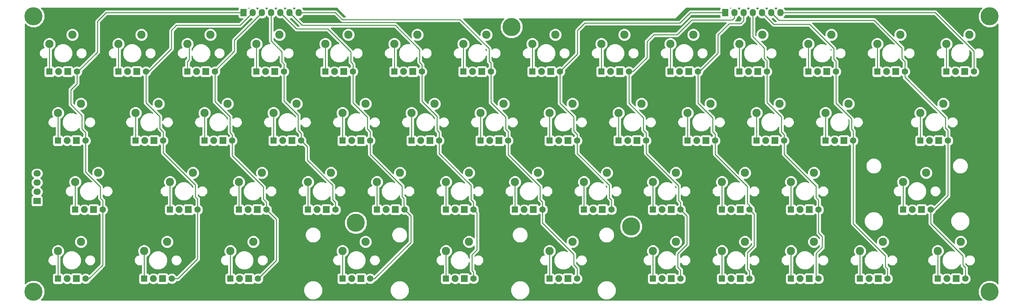
<source format=gbl>
G04 #@! TF.FileFunction,Copper,L2,Bot,Signal*
%FSLAX46Y46*%
G04 Gerber Fmt 4.6, Leading zero omitted, Abs format (unit mm)*
G04 Created by KiCad (PCBNEW 4.0.4-stable) date Wednesday, 23 November 2016 'AMt' 09:31:18 AM*
%MOMM*%
%LPD*%
G01*
G04 APERTURE LIST*
%ADD10C,0.100000*%
%ADD11C,5.000000*%
%ADD12R,1.727200X2.032000*%
%ADD13O,1.727200X2.032000*%
%ADD14R,2.032000X1.727200*%
%ADD15O,2.032000X1.727200*%
%ADD16C,2.286000*%
%ADD17C,1.905000*%
%ADD18R,1.905000X1.905000*%
%ADD19R,1.778000X1.778000*%
%ADD20C,1.778000*%
%ADD21C,0.250000*%
%ADD22C,0.254000*%
G04 APERTURE END LIST*
D10*
D11*
X182000000Y-124000000D03*
X106000000Y-123000000D03*
X17000000Y-142000000D03*
X281000000Y-142000000D03*
X281000000Y-66000000D03*
X149000000Y-69000000D03*
D12*
X75000000Y-65000000D03*
D13*
X77540000Y-65000000D03*
X80080000Y-65000000D03*
X82620000Y-65000000D03*
X85160000Y-65000000D03*
X87700000Y-65000000D03*
X90240000Y-65000000D03*
D12*
X208000000Y-65000000D03*
D13*
X210540000Y-65000000D03*
X213080000Y-65000000D03*
X215620000Y-65000000D03*
X218160000Y-65000000D03*
X220700000Y-65000000D03*
X223240000Y-65000000D03*
D14*
X18000000Y-117000000D03*
D15*
X18000000Y-114460000D03*
X18000000Y-111920000D03*
X18000000Y-109380000D03*
D16*
X27733750Y-71120000D03*
X21383750Y-73660000D03*
D17*
X23923750Y-81280000D03*
D18*
X26463750Y-81280000D03*
D19*
X21383750Y-81280000D03*
D20*
X29003750Y-81280000D03*
D16*
X30115000Y-90170000D03*
X23765000Y-92710000D03*
D17*
X26305000Y-100330000D03*
D18*
X28845000Y-100330000D03*
D19*
X23765000Y-100330000D03*
D20*
X31385000Y-100330000D03*
D16*
X34877500Y-109220000D03*
X28527500Y-111760000D03*
D17*
X31067500Y-119380000D03*
D18*
X33607500Y-119380000D03*
D19*
X28527500Y-119380000D03*
D20*
X36147500Y-119380000D03*
D16*
X30115000Y-128270000D03*
X23765000Y-130810000D03*
D17*
X26305000Y-138430000D03*
D18*
X28845000Y-138430000D03*
D19*
X23765000Y-138430000D03*
D20*
X31385000Y-138430000D03*
D16*
X46783750Y-71120000D03*
X40433750Y-73660000D03*
D17*
X42973750Y-81280000D03*
D18*
X45513750Y-81280000D03*
D19*
X40433750Y-81280000D03*
D20*
X48053750Y-81280000D03*
D16*
X51546250Y-90170000D03*
X45196250Y-92710000D03*
D17*
X47736250Y-100330000D03*
D18*
X50276250Y-100330000D03*
D19*
X45196250Y-100330000D03*
D20*
X52816250Y-100330000D03*
D16*
X61071250Y-109220000D03*
X54721250Y-111760000D03*
D17*
X57261250Y-119380000D03*
D18*
X59801250Y-119380000D03*
D19*
X54721250Y-119380000D03*
D20*
X62341250Y-119380000D03*
D16*
X53927500Y-128270000D03*
X47577500Y-130810000D03*
D17*
X50117500Y-138430000D03*
D18*
X52657500Y-138430000D03*
D19*
X47577500Y-138430000D03*
D20*
X55197500Y-138430000D03*
D16*
X65833750Y-71120000D03*
X59483750Y-73660000D03*
D17*
X62023750Y-81280000D03*
D18*
X64563750Y-81280000D03*
D19*
X59483750Y-81280000D03*
D20*
X67103750Y-81280000D03*
D16*
X70596250Y-90170000D03*
X64246250Y-92710000D03*
D17*
X66786250Y-100330000D03*
D18*
X69326250Y-100330000D03*
D19*
X64246250Y-100330000D03*
D20*
X71866250Y-100330000D03*
D16*
X80121250Y-109220000D03*
X73771250Y-111760000D03*
D17*
X76311250Y-119380000D03*
D18*
X78851250Y-119380000D03*
D19*
X73771250Y-119380000D03*
D20*
X81391250Y-119380000D03*
D16*
X77740000Y-128270000D03*
X71390000Y-130810000D03*
D17*
X73930000Y-138430000D03*
D18*
X76470000Y-138430000D03*
D19*
X71390000Y-138430000D03*
D20*
X79010000Y-138430000D03*
D16*
X84883750Y-71120000D03*
X78533750Y-73660000D03*
D17*
X81073750Y-81280000D03*
D18*
X83613750Y-81280000D03*
D19*
X78533750Y-81280000D03*
D20*
X86153750Y-81280000D03*
D16*
X89646250Y-90170000D03*
X83296250Y-92710000D03*
D17*
X85836250Y-100330000D03*
D18*
X88376250Y-100330000D03*
D19*
X83296250Y-100330000D03*
D20*
X90916250Y-100330000D03*
D16*
X99171250Y-109220000D03*
X92821250Y-111760000D03*
D17*
X95361250Y-119380000D03*
D18*
X97901250Y-119380000D03*
D19*
X92821250Y-119380000D03*
D20*
X100441250Y-119380000D03*
D16*
X103933750Y-71120000D03*
X97583750Y-73660000D03*
D17*
X100123750Y-81280000D03*
D18*
X102663750Y-81280000D03*
D19*
X97583750Y-81280000D03*
D20*
X105203750Y-81280000D03*
D16*
X108696250Y-90170000D03*
X102346250Y-92710000D03*
D17*
X104886250Y-100330000D03*
D18*
X107426250Y-100330000D03*
D19*
X102346250Y-100330000D03*
D20*
X109966250Y-100330000D03*
D16*
X118221250Y-109220000D03*
X111871250Y-111760000D03*
D17*
X114411250Y-119380000D03*
D18*
X116951250Y-119380000D03*
D19*
X111871250Y-119380000D03*
D20*
X119491250Y-119380000D03*
D16*
X108696250Y-128270000D03*
X102346250Y-130810000D03*
D17*
X104886250Y-138430000D03*
D18*
X107426250Y-138430000D03*
D19*
X102346250Y-138430000D03*
D20*
X109966250Y-138430000D03*
D16*
X122983750Y-71120000D03*
X116633750Y-73660000D03*
D17*
X119173750Y-81280000D03*
D18*
X121713750Y-81280000D03*
D19*
X116633750Y-81280000D03*
D20*
X124253750Y-81280000D03*
D16*
X127746250Y-90170000D03*
X121396250Y-92710000D03*
D17*
X123936250Y-100330000D03*
D18*
X126476250Y-100330000D03*
D19*
X121396250Y-100330000D03*
D20*
X129016250Y-100330000D03*
D16*
X137271250Y-109220000D03*
X130921250Y-111760000D03*
D17*
X133461250Y-119380000D03*
D18*
X136001250Y-119380000D03*
D19*
X130921250Y-119380000D03*
D20*
X138541250Y-119380000D03*
D16*
X137271250Y-128270000D03*
X130921250Y-130810000D03*
D17*
X133461250Y-138430000D03*
D18*
X136001250Y-138430000D03*
D19*
X130921250Y-138430000D03*
D20*
X138541250Y-138430000D03*
D16*
X142033750Y-71120000D03*
X135683750Y-73660000D03*
D17*
X138223750Y-81280000D03*
D18*
X140763750Y-81280000D03*
D19*
X135683750Y-81280000D03*
D20*
X143303750Y-81280000D03*
D16*
X146796250Y-90170000D03*
X140446250Y-92710000D03*
D17*
X142986250Y-100330000D03*
D18*
X145526250Y-100330000D03*
D19*
X140446250Y-100330000D03*
D20*
X148066250Y-100330000D03*
D16*
X156321250Y-109220000D03*
X149971250Y-111760000D03*
D17*
X152511250Y-119380000D03*
D18*
X155051250Y-119380000D03*
D19*
X149971250Y-119380000D03*
D20*
X157591250Y-119380000D03*
D16*
X165846250Y-128270000D03*
X159496250Y-130810000D03*
D17*
X162036250Y-138430000D03*
D18*
X164576250Y-138430000D03*
D19*
X159496250Y-138430000D03*
D20*
X167116250Y-138430000D03*
D16*
X161083750Y-71120000D03*
X154733750Y-73660000D03*
D17*
X157273750Y-81280000D03*
D18*
X159813750Y-81280000D03*
D19*
X154733750Y-81280000D03*
D20*
X162353750Y-81280000D03*
D16*
X165846250Y-90170000D03*
X159496250Y-92710000D03*
D17*
X162036250Y-100330000D03*
D18*
X164576250Y-100330000D03*
D19*
X159496250Y-100330000D03*
D20*
X167116250Y-100330000D03*
D16*
X175371250Y-109220000D03*
X169021250Y-111760000D03*
D17*
X171561250Y-119380000D03*
D18*
X174101250Y-119380000D03*
D19*
X169021250Y-119380000D03*
D20*
X176641250Y-119380000D03*
D16*
X180133750Y-71120000D03*
X173783750Y-73660000D03*
D17*
X176323750Y-81280000D03*
D18*
X178863750Y-81280000D03*
D19*
X173783750Y-81280000D03*
D20*
X181403750Y-81280000D03*
D16*
X184896250Y-90170000D03*
X178546250Y-92710000D03*
D17*
X181086250Y-100330000D03*
D18*
X183626250Y-100330000D03*
D19*
X178546250Y-100330000D03*
D20*
X186166250Y-100330000D03*
D16*
X194421250Y-109220000D03*
X188071250Y-111760000D03*
D17*
X190611250Y-119380000D03*
D18*
X193151250Y-119380000D03*
D19*
X188071250Y-119380000D03*
D20*
X195691250Y-119380000D03*
D16*
X194421250Y-128270000D03*
X188071250Y-130810000D03*
D17*
X190611250Y-138430000D03*
D18*
X193151250Y-138430000D03*
D19*
X188071250Y-138430000D03*
D20*
X195691250Y-138430000D03*
D16*
X199183750Y-71120000D03*
X192833750Y-73660000D03*
D17*
X195373750Y-81280000D03*
D18*
X197913750Y-81280000D03*
D19*
X192833750Y-81280000D03*
D20*
X200453750Y-81280000D03*
D16*
X203946250Y-90170000D03*
X197596250Y-92710000D03*
D17*
X200136250Y-100330000D03*
D18*
X202676250Y-100330000D03*
D19*
X197596250Y-100330000D03*
D20*
X205216250Y-100330000D03*
D16*
X213471250Y-109220000D03*
X207121250Y-111760000D03*
D17*
X209661250Y-119380000D03*
D18*
X212201250Y-119380000D03*
D19*
X207121250Y-119380000D03*
D20*
X214741250Y-119380000D03*
D16*
X213471250Y-128270000D03*
X207121250Y-130810000D03*
D17*
X209661250Y-138430000D03*
D18*
X212201250Y-138430000D03*
D19*
X207121250Y-138430000D03*
D20*
X214741250Y-138430000D03*
D16*
X218233750Y-71120000D03*
X211883750Y-73660000D03*
D17*
X214423750Y-81280000D03*
D18*
X216963750Y-81280000D03*
D19*
X211883750Y-81280000D03*
D20*
X219503750Y-81280000D03*
D16*
X222996250Y-90170000D03*
X216646250Y-92710000D03*
D17*
X219186250Y-100330000D03*
D18*
X221726250Y-100330000D03*
D19*
X216646250Y-100330000D03*
D20*
X224266250Y-100330000D03*
D16*
X232521250Y-109220000D03*
X226171250Y-111760000D03*
D17*
X228711250Y-119380000D03*
D18*
X231251250Y-119380000D03*
D19*
X226171250Y-119380000D03*
D20*
X233791250Y-119380000D03*
D16*
X232521250Y-128270000D03*
X226171250Y-130810000D03*
D17*
X228711250Y-138430000D03*
D18*
X231251250Y-138430000D03*
D19*
X226171250Y-138430000D03*
D20*
X233791250Y-138430000D03*
D16*
X237283750Y-71120000D03*
X230933750Y-73660000D03*
D17*
X233473750Y-81280000D03*
D18*
X236013750Y-81280000D03*
D19*
X230933750Y-81280000D03*
D20*
X238553750Y-81280000D03*
D16*
X242046250Y-90170000D03*
X235696250Y-92710000D03*
D17*
X238236250Y-100330000D03*
D18*
X240776250Y-100330000D03*
D19*
X235696250Y-100330000D03*
D20*
X243316250Y-100330000D03*
D16*
X251571250Y-128270000D03*
X245221250Y-130810000D03*
D17*
X247761250Y-138430000D03*
D18*
X250301250Y-138430000D03*
D19*
X245221250Y-138430000D03*
D20*
X252841250Y-138430000D03*
D16*
X256333750Y-71120000D03*
X249983750Y-73660000D03*
D17*
X252523750Y-81280000D03*
D18*
X255063750Y-81280000D03*
D19*
X249983750Y-81280000D03*
D20*
X257603750Y-81280000D03*
D16*
X268240000Y-90170000D03*
X261890000Y-92710000D03*
D17*
X264430000Y-100330000D03*
D18*
X266970000Y-100330000D03*
D19*
X261890000Y-100330000D03*
D20*
X269510000Y-100330000D03*
D16*
X263477500Y-109220000D03*
X257127500Y-111760000D03*
D17*
X259667500Y-119380000D03*
D18*
X262207500Y-119380000D03*
D19*
X257127500Y-119380000D03*
D20*
X264747500Y-119380000D03*
D16*
X273002500Y-128270000D03*
X266652500Y-130810000D03*
D17*
X269192500Y-138430000D03*
D18*
X271732500Y-138430000D03*
D19*
X266652500Y-138430000D03*
D20*
X274272500Y-138430000D03*
D16*
X275383750Y-71120000D03*
X269033750Y-73660000D03*
D17*
X271573750Y-81280000D03*
D18*
X274113750Y-81280000D03*
D19*
X269033750Y-81280000D03*
D20*
X276653750Y-81280000D03*
D11*
X17000000Y-66000000D03*
D21*
X29003750Y-81280000D02*
X29320000Y-81280000D01*
X29320000Y-81280000D02*
X34700000Y-75900000D01*
X37100000Y-65000000D02*
X75000000Y-65000000D01*
X34700000Y-67400000D02*
X37100000Y-65000000D01*
X34700000Y-75900000D02*
X34700000Y-67400000D01*
X31385000Y-100330000D02*
X31385000Y-98085000D01*
X29003750Y-84596250D02*
X29003750Y-81280000D01*
X27300000Y-86300000D02*
X29003750Y-84596250D01*
X27300000Y-90300000D02*
X27300000Y-86300000D01*
X30400000Y-93400000D02*
X27300000Y-90300000D01*
X30400000Y-97100000D02*
X30400000Y-93400000D01*
X31385000Y-98085000D02*
X30400000Y-97100000D01*
X36147500Y-119380000D02*
X36147500Y-116847500D01*
X31385000Y-108985000D02*
X31385000Y-100330000D01*
X35500000Y-113100000D02*
X31385000Y-108985000D01*
X35500000Y-116200000D02*
X35500000Y-113100000D01*
X36147500Y-116847500D02*
X35500000Y-116200000D01*
X31385000Y-138430000D02*
X32370000Y-138430000D01*
X36147500Y-134652500D02*
X36147500Y-119380000D01*
X32370000Y-138430000D02*
X36147500Y-134652500D01*
X48053750Y-81280000D02*
X48820000Y-81280000D01*
X48820000Y-81280000D02*
X55100000Y-75000000D01*
X74040000Y-68500000D02*
X77540000Y-65000000D01*
X56500000Y-68500000D02*
X74040000Y-68500000D01*
X55100000Y-69900000D02*
X56500000Y-68500000D01*
X55100000Y-75000000D02*
X55100000Y-69900000D01*
X52816250Y-100330000D02*
X52816250Y-97916250D01*
X48053750Y-89853750D02*
X48053750Y-81280000D01*
X51900000Y-93700000D02*
X48053750Y-89853750D01*
X51900000Y-97000000D02*
X51900000Y-93700000D01*
X52816250Y-97916250D02*
X51900000Y-97000000D01*
X52816250Y-100330000D02*
X52816250Y-103716250D01*
X62341250Y-116441250D02*
X62341250Y-119380000D01*
X61700000Y-115800000D02*
X62341250Y-116441250D01*
X61700000Y-112600000D02*
X61700000Y-115800000D01*
X52816250Y-103716250D02*
X61700000Y-112600000D01*
X55197500Y-138430000D02*
X56870000Y-138430000D01*
X62341250Y-132958750D02*
X62341250Y-119380000D01*
X56870000Y-138430000D02*
X62341250Y-132958750D01*
X67103750Y-81280000D02*
X67103750Y-81096250D01*
X67103750Y-81096250D02*
X72500000Y-75700000D01*
X72500000Y-72580000D02*
X80080000Y-65000000D01*
X72500000Y-75700000D02*
X72500000Y-72580000D01*
X71866250Y-100330000D02*
X71866250Y-98666250D01*
X67103750Y-89503750D02*
X67103750Y-81280000D01*
X71300000Y-93700000D02*
X67103750Y-89503750D01*
X71300000Y-98100000D02*
X71300000Y-93700000D01*
X71866250Y-98666250D02*
X71300000Y-98100000D01*
X81391250Y-119380000D02*
X81391250Y-117391250D01*
X71866250Y-104466250D02*
X71866250Y-100330000D01*
X80500000Y-113100000D02*
X71866250Y-104466250D01*
X80500000Y-116500000D02*
X80500000Y-113100000D01*
X81391250Y-117391250D02*
X80500000Y-116500000D01*
X79010000Y-138430000D02*
X79070000Y-138430000D01*
X79070000Y-138430000D02*
X84100000Y-133400000D01*
X84100000Y-133400000D02*
X84100000Y-122088750D01*
X84100000Y-122088750D02*
X81391250Y-119380000D01*
X86153750Y-81280000D02*
X86153750Y-79153750D01*
X82620000Y-72820000D02*
X82620000Y-65000000D01*
X85600000Y-75800000D02*
X82620000Y-72820000D01*
X85600000Y-78600000D02*
X85600000Y-75800000D01*
X86153750Y-79153750D02*
X85600000Y-78600000D01*
X90916250Y-100330000D02*
X90916250Y-98316250D01*
X86153750Y-89353750D02*
X86153750Y-81280000D01*
X90100000Y-93300000D02*
X86153750Y-89353750D01*
X90100000Y-97500000D02*
X90100000Y-93300000D01*
X90916250Y-98316250D02*
X90100000Y-97500000D01*
X100441250Y-119380000D02*
X100441250Y-117441250D01*
X92600000Y-102013750D02*
X90916250Y-100330000D01*
X92600000Y-105700000D02*
X92600000Y-102013750D01*
X99600000Y-112700000D02*
X92600000Y-105700000D01*
X99600000Y-116600000D02*
X99600000Y-112700000D01*
X100441250Y-117441250D02*
X99600000Y-116600000D01*
X105203750Y-81280000D02*
X105203750Y-79203750D01*
X89660000Y-69500000D02*
X85160000Y-65000000D01*
X98300000Y-69500000D02*
X89660000Y-69500000D01*
X104600000Y-75800000D02*
X98300000Y-69500000D01*
X104600000Y-78600000D02*
X104600000Y-75800000D01*
X105203750Y-79203750D02*
X104600000Y-78600000D01*
X109966250Y-100330000D02*
X109966250Y-97866250D01*
X105203750Y-89903750D02*
X105203750Y-81280000D01*
X109200000Y-93900000D02*
X105203750Y-89903750D01*
X109200000Y-97100000D02*
X109200000Y-93900000D01*
X109966250Y-97866250D02*
X109200000Y-97100000D01*
X109966250Y-138430000D02*
X111170000Y-138430000D01*
X121200000Y-121088750D02*
X119300000Y-119188750D01*
X121200000Y-128400000D02*
X121200000Y-121088750D01*
X111170000Y-138430000D02*
X121200000Y-128400000D01*
X119300000Y-119188750D02*
X119300000Y-116300000D01*
X119300000Y-116300000D02*
X118800000Y-115800000D01*
X118800000Y-115800000D02*
X118800000Y-112900000D01*
X118800000Y-112900000D02*
X109966250Y-104066250D01*
X109966250Y-104066250D02*
X109966250Y-100330000D01*
X124253750Y-81280000D02*
X124253750Y-79353750D01*
X91200000Y-68500000D02*
X87700000Y-65000000D01*
X116900000Y-68500000D02*
X91200000Y-68500000D01*
X123600000Y-75200000D02*
X116900000Y-68500000D01*
X123600000Y-78700000D02*
X123600000Y-75200000D01*
X124253750Y-79353750D02*
X123600000Y-78700000D01*
X124253750Y-81280000D02*
X124253750Y-89453750D01*
X129016250Y-98016250D02*
X129016250Y-100330000D01*
X128400000Y-97400000D02*
X129016250Y-98016250D01*
X128400000Y-93600000D02*
X128400000Y-97400000D01*
X124253750Y-89453750D02*
X128400000Y-93600000D01*
X138541250Y-119380000D02*
X138541250Y-117341250D01*
X129016250Y-103916250D02*
X129016250Y-100330000D01*
X137800000Y-112700000D02*
X129016250Y-103916250D01*
X137800000Y-116600000D02*
X137800000Y-112700000D01*
X138541250Y-117341250D02*
X137800000Y-116600000D01*
X138541250Y-138430000D02*
X138541250Y-136641250D01*
X139400000Y-120238750D02*
X138541250Y-119380000D01*
X139400000Y-130500000D02*
X139400000Y-120238750D01*
X138100000Y-131800000D02*
X139400000Y-130500000D01*
X138100000Y-136200000D02*
X138100000Y-131800000D01*
X138541250Y-136641250D02*
X138100000Y-136200000D01*
X90240000Y-65000000D02*
X100400000Y-65000000D01*
X143303750Y-78903750D02*
X143303750Y-81280000D01*
X142800000Y-78400000D02*
X143303750Y-78903750D01*
X142800000Y-74900000D02*
X142800000Y-78400000D01*
X134800000Y-66900000D02*
X142800000Y-74900000D01*
X102300000Y-66900000D02*
X134800000Y-66900000D01*
X100400000Y-65000000D02*
X102300000Y-66900000D01*
X148066250Y-100330000D02*
X148066250Y-97866250D01*
X143303750Y-89803750D02*
X143303750Y-81280000D01*
X147400000Y-93900000D02*
X143303750Y-89803750D01*
X147400000Y-97200000D02*
X147400000Y-93900000D01*
X148066250Y-97866250D02*
X147400000Y-97200000D01*
X157591250Y-119380000D02*
X157591250Y-117291250D01*
X148066250Y-104166250D02*
X148066250Y-100330000D01*
X156900000Y-113000000D02*
X148066250Y-104166250D01*
X156900000Y-116600000D02*
X156900000Y-113000000D01*
X157591250Y-117291250D02*
X156900000Y-116600000D01*
X167116250Y-138430000D02*
X167116250Y-135516250D01*
X157591250Y-123091250D02*
X157591250Y-119380000D01*
X166200000Y-131700000D02*
X157591250Y-123091250D01*
X166200000Y-134600000D02*
X166200000Y-131700000D01*
X167116250Y-135516250D02*
X166200000Y-134600000D01*
X167116250Y-100330000D02*
X167116250Y-98616250D01*
X162353750Y-89953750D02*
X162353750Y-81280000D01*
X166200000Y-93800000D02*
X162353750Y-89953750D01*
X166200000Y-97700000D02*
X166200000Y-93800000D01*
X167116250Y-98616250D02*
X166200000Y-97700000D01*
X176641250Y-119380000D02*
X176641250Y-116741250D01*
X167116250Y-103816250D02*
X167116250Y-100330000D01*
X176000000Y-112700000D02*
X167116250Y-103816250D01*
X176000000Y-116100000D02*
X176000000Y-112700000D01*
X176641250Y-116741250D02*
X176000000Y-116100000D01*
X208000000Y-65000000D02*
X198400000Y-65000000D01*
X198400000Y-65000000D02*
X195500000Y-67900000D01*
X195500000Y-67900000D02*
X169200000Y-67900000D01*
X169200000Y-67900000D02*
X167200000Y-69900000D01*
X167200000Y-69900000D02*
X167200000Y-76433750D01*
X167200000Y-76433750D02*
X162353750Y-81280000D01*
X186166250Y-100330000D02*
X186166250Y-98166250D01*
X181403750Y-90003750D02*
X181403750Y-81280000D01*
X185400000Y-94000000D02*
X181403750Y-90003750D01*
X185400000Y-97400000D02*
X185400000Y-94000000D01*
X186166250Y-98166250D02*
X185400000Y-97400000D01*
X195691250Y-119380000D02*
X195691250Y-117391250D01*
X186166250Y-103866250D02*
X186166250Y-100330000D01*
X195100000Y-112800000D02*
X186166250Y-103866250D01*
X195100000Y-116800000D02*
X195100000Y-112800000D01*
X195691250Y-117391250D02*
X195100000Y-116800000D01*
X195691250Y-138430000D02*
X195691250Y-136091250D01*
X197400000Y-121088750D02*
X195691250Y-119380000D01*
X197400000Y-129000000D02*
X197400000Y-121088750D01*
X194900000Y-131500000D02*
X197400000Y-129000000D01*
X194900000Y-135300000D02*
X194900000Y-131500000D01*
X195691250Y-136091250D02*
X194900000Y-135300000D01*
X210540000Y-65000000D02*
X210540000Y-66460000D01*
X210540000Y-66460000D02*
X210000000Y-67000000D01*
X210000000Y-67000000D02*
X198800000Y-67000000D01*
X198800000Y-67000000D02*
X194700000Y-71100000D01*
X194700000Y-71100000D02*
X188300000Y-71100000D01*
X188300000Y-71100000D02*
X186400000Y-73000000D01*
X186400000Y-73000000D02*
X186400000Y-77400000D01*
X186400000Y-77400000D02*
X182520000Y-81280000D01*
X182520000Y-81280000D02*
X181403750Y-81280000D01*
X200453750Y-81280000D02*
X200920000Y-81280000D01*
X200920000Y-81280000D02*
X206000000Y-76200000D01*
X213080000Y-67220000D02*
X213080000Y-65000000D01*
X212300000Y-68000000D02*
X213080000Y-67220000D01*
X209100000Y-68000000D02*
X212300000Y-68000000D01*
X206000000Y-71100000D02*
X209100000Y-68000000D01*
X206000000Y-76200000D02*
X206000000Y-71100000D01*
X205216250Y-100330000D02*
X205216250Y-98516250D01*
X200453750Y-89953750D02*
X200453750Y-81280000D01*
X204500000Y-94000000D02*
X200453750Y-89953750D01*
X204500000Y-97800000D02*
X204500000Y-94000000D01*
X205216250Y-98516250D02*
X204500000Y-97800000D01*
X214741250Y-119380000D02*
X214741250Y-118241250D01*
X205216250Y-104116250D02*
X205216250Y-100330000D01*
X214100000Y-113000000D02*
X205216250Y-104116250D01*
X214100000Y-117600000D02*
X214100000Y-113000000D01*
X214741250Y-118241250D02*
X214100000Y-117600000D01*
X214741250Y-138430000D02*
X214741250Y-136441250D01*
X216000000Y-120638750D02*
X214741250Y-119380000D01*
X216000000Y-129400000D02*
X216000000Y-120638750D01*
X214100000Y-131300000D02*
X216000000Y-129400000D01*
X214100000Y-135800000D02*
X214100000Y-131300000D01*
X214741250Y-136441250D02*
X214100000Y-135800000D01*
X233791250Y-119380000D02*
X233791250Y-125791250D01*
X233100000Y-137738750D02*
X233791250Y-138430000D01*
X233100000Y-131500000D02*
X233100000Y-137738750D01*
X234800000Y-129800000D02*
X233100000Y-131500000D01*
X234800000Y-126800000D02*
X234800000Y-129800000D01*
X233791250Y-125791250D02*
X234800000Y-126800000D01*
X224266250Y-100330000D02*
X224266250Y-104066250D01*
X233791250Y-116691250D02*
X233791250Y-119380000D01*
X233100000Y-116000000D02*
X233791250Y-116691250D01*
X233100000Y-112900000D02*
X233100000Y-116000000D01*
X224266250Y-104066250D02*
X233100000Y-112900000D01*
X219503750Y-81280000D02*
X219503750Y-89803750D01*
X224266250Y-98666250D02*
X224266250Y-100330000D01*
X223500000Y-97900000D02*
X224266250Y-98666250D01*
X223500000Y-93800000D02*
X223500000Y-97900000D01*
X219503750Y-89803750D02*
X223500000Y-93800000D01*
X219503750Y-81280000D02*
X219503750Y-78303750D01*
X215620000Y-71620000D02*
X215620000Y-65000000D01*
X218800000Y-74800000D02*
X215620000Y-71620000D01*
X218800000Y-77600000D02*
X218800000Y-74800000D01*
X219503750Y-78303750D02*
X218800000Y-77600000D01*
X238553750Y-81280000D02*
X238553750Y-78453750D01*
X221360000Y-68200000D02*
X218160000Y-65000000D01*
X231300000Y-68200000D02*
X221360000Y-68200000D01*
X238000000Y-74900000D02*
X231300000Y-68200000D01*
X238000000Y-77900000D02*
X238000000Y-74900000D01*
X238553750Y-78453750D02*
X238000000Y-77900000D01*
X243316250Y-100330000D02*
X243316250Y-97616250D01*
X238553750Y-89953750D02*
X238553750Y-81280000D01*
X242900000Y-94300000D02*
X238553750Y-89953750D01*
X242900000Y-97200000D02*
X242900000Y-94300000D01*
X243316250Y-97616250D02*
X242900000Y-97200000D01*
X252841250Y-138430000D02*
X252841250Y-135741250D01*
X243316250Y-123216250D02*
X243316250Y-100330000D01*
X252200000Y-132100000D02*
X243316250Y-123216250D01*
X252200000Y-135100000D02*
X252200000Y-132100000D01*
X252841250Y-135741250D02*
X252200000Y-135100000D01*
X257603750Y-81280000D02*
X257603750Y-78503750D01*
X222800000Y-67100000D02*
X220700000Y-65000000D01*
X249100000Y-67100000D02*
X222800000Y-67100000D01*
X256800000Y-74800000D02*
X249100000Y-67100000D01*
X256800000Y-77700000D02*
X256800000Y-74800000D01*
X257603750Y-78503750D02*
X256800000Y-77700000D01*
X269510000Y-100330000D02*
X269510000Y-97510000D01*
X257603750Y-82803750D02*
X257603750Y-81280000D01*
X268800000Y-94000000D02*
X257603750Y-82803750D01*
X268800000Y-96800000D02*
X268800000Y-94000000D01*
X269510000Y-97510000D02*
X268800000Y-96800000D01*
X264747500Y-119380000D02*
X265620000Y-119380000D01*
X265620000Y-119380000D02*
X269510000Y-115490000D01*
X269510000Y-115490000D02*
X269510000Y-100330000D01*
X274272500Y-138430000D02*
X274272500Y-135372500D01*
X264747500Y-123247500D02*
X264747500Y-119380000D01*
X273600000Y-132100000D02*
X264747500Y-123247500D01*
X273600000Y-134700000D02*
X273600000Y-132100000D01*
X274272500Y-135372500D02*
X273600000Y-134700000D01*
X266000000Y-65000000D02*
X223240000Y-65000000D01*
X276653750Y-75653750D02*
X266000000Y-65000000D01*
X276653750Y-81280000D02*
X276653750Y-75653750D01*
X21383750Y-81280000D02*
X21383750Y-73660000D01*
X23765000Y-100330000D02*
X23765000Y-92710000D01*
X28527500Y-119380000D02*
X28527500Y-111760000D01*
X23765000Y-138430000D02*
X23765000Y-130810000D01*
X40433750Y-81280000D02*
X40433750Y-73660000D01*
X45196250Y-100330000D02*
X45196250Y-92710000D01*
X54721250Y-119380000D02*
X54721250Y-111760000D01*
X47577500Y-138430000D02*
X47577500Y-130810000D01*
X59483750Y-81280000D02*
X59483750Y-78516250D01*
X60000000Y-78000000D02*
X60000000Y-74176250D01*
X59483750Y-78516250D02*
X60000000Y-78000000D01*
X60000000Y-74176250D02*
X59483750Y-73660000D01*
X64246250Y-100330000D02*
X64246250Y-92710000D01*
X73771250Y-119380000D02*
X73771250Y-111760000D01*
X71390000Y-138430000D02*
X71390000Y-130810000D01*
X78533750Y-81280000D02*
X78533750Y-73660000D01*
X83296250Y-100330000D02*
X83296250Y-92710000D01*
X92821250Y-119380000D02*
X92821250Y-111760000D01*
X97583750Y-81280000D02*
X97583750Y-73660000D01*
X102346250Y-100330000D02*
X102346250Y-92710000D01*
X111871250Y-119380000D02*
X111871250Y-111760000D01*
X102346250Y-138430000D02*
X102346250Y-130810000D01*
X116633750Y-81280000D02*
X116633750Y-73660000D01*
X121396250Y-100330000D02*
X121396250Y-92710000D01*
X130921250Y-119380000D02*
X130921250Y-111760000D01*
X130921250Y-138430000D02*
X130921250Y-130810000D01*
X135683750Y-81280000D02*
X135683750Y-73660000D01*
X140446250Y-100330000D02*
X140446250Y-92710000D01*
X149971250Y-119380000D02*
X149971250Y-111760000D01*
X159496250Y-138430000D02*
X159496250Y-130810000D01*
X154733750Y-81280000D02*
X154733750Y-73660000D01*
X159496250Y-100330000D02*
X159496250Y-92710000D01*
X169021250Y-119380000D02*
X169021250Y-111760000D01*
X173783750Y-81280000D02*
X173783750Y-73660000D01*
X178546250Y-100330000D02*
X178546250Y-92710000D01*
X188071250Y-119380000D02*
X188071250Y-111760000D01*
X188071250Y-138430000D02*
X188071250Y-130810000D01*
X192833750Y-81280000D02*
X192833750Y-73660000D01*
X197596250Y-100330000D02*
X197596250Y-92710000D01*
X207121250Y-119380000D02*
X207121250Y-111760000D01*
X207121250Y-138430000D02*
X207121250Y-130810000D01*
X211883750Y-81280000D02*
X211883750Y-73660000D01*
X216646250Y-100330000D02*
X216646250Y-92710000D01*
X226171250Y-119380000D02*
X226171250Y-111760000D01*
X226171250Y-138430000D02*
X226171250Y-130810000D01*
X230933750Y-81280000D02*
X230933750Y-73660000D01*
X235696250Y-100330000D02*
X235696250Y-92710000D01*
X245221250Y-138430000D02*
X245221250Y-130810000D01*
X249983750Y-81280000D02*
X249983750Y-73660000D01*
X261890000Y-100330000D02*
X261890000Y-92710000D01*
X257127500Y-119380000D02*
X257127500Y-111760000D01*
X266652500Y-138430000D02*
X266652500Y-130810000D01*
X269033750Y-81280000D02*
X269033750Y-73660000D01*
D22*
G36*
X73539969Y-63732110D02*
X73488960Y-63984000D01*
X73488960Y-64240000D01*
X37100000Y-64240000D01*
X36809161Y-64297852D01*
X36562599Y-64462599D01*
X34162599Y-66862599D01*
X33997852Y-67109161D01*
X33940000Y-67400000D01*
X33940000Y-75585198D01*
X29633758Y-79891440D01*
X29308222Y-79756265D01*
X28701938Y-79755736D01*
X28141601Y-79987262D01*
X28022114Y-80106541D01*
X28019412Y-80092183D01*
X27880340Y-79876059D01*
X27668140Y-79731069D01*
X27416250Y-79680060D01*
X25511250Y-79680060D01*
X25275933Y-79724338D01*
X25059809Y-79863410D01*
X24935034Y-80046024D01*
X24824171Y-79934968D01*
X24240909Y-79692776D01*
X23609362Y-79692225D01*
X23025678Y-79933398D01*
X22847397Y-80111369D01*
X22736840Y-79939559D01*
X22524640Y-79794569D01*
X22272750Y-79743560D01*
X22143750Y-79743560D01*
X22143750Y-75698465D01*
X22560686Y-75698465D01*
X22564841Y-76209631D01*
X22564395Y-76720626D01*
X22569087Y-76731982D01*
X22569187Y-76744272D01*
X22953045Y-77670987D01*
X22958389Y-77674164D01*
X22963778Y-77687207D01*
X23702654Y-78427373D01*
X23718830Y-78434090D01*
X23722763Y-78440705D01*
X24196609Y-78632481D01*
X24668535Y-78828442D01*
X24680821Y-78828453D01*
X24692215Y-78833064D01*
X25203381Y-78828909D01*
X25714376Y-78829355D01*
X25725732Y-78824663D01*
X25738022Y-78824563D01*
X26664737Y-78440705D01*
X26667914Y-78435361D01*
X26680957Y-78429972D01*
X27421123Y-77691096D01*
X27427840Y-77674920D01*
X27434455Y-77670987D01*
X27626231Y-77197141D01*
X27822192Y-76725215D01*
X27822203Y-76712929D01*
X27826814Y-76701535D01*
X27822659Y-76190369D01*
X27822850Y-75971063D01*
X28776136Y-75971063D01*
X28787820Y-76232541D01*
X28787592Y-76494267D01*
X28800962Y-76526625D01*
X28802525Y-76561602D01*
X28977746Y-76984622D01*
X28992099Y-76989211D01*
X29013330Y-77040595D01*
X29430956Y-77458951D01*
X29484373Y-77481131D01*
X29489128Y-77496004D01*
X29735166Y-77585270D01*
X29976889Y-77685642D01*
X30011900Y-77685673D01*
X30044813Y-77697614D01*
X30306291Y-77685930D01*
X30568017Y-77686158D01*
X30600375Y-77672788D01*
X30635352Y-77671225D01*
X31058372Y-77496004D01*
X31062961Y-77481651D01*
X31114345Y-77460420D01*
X31532701Y-77042794D01*
X31554881Y-76989377D01*
X31569754Y-76984622D01*
X31659020Y-76738584D01*
X31759392Y-76496861D01*
X31759423Y-76461850D01*
X31771364Y-76428937D01*
X31759680Y-76167459D01*
X31759908Y-75905733D01*
X31746538Y-75873375D01*
X31744975Y-75838398D01*
X31569754Y-75415378D01*
X31555401Y-75410789D01*
X31534170Y-75359405D01*
X31116544Y-74941049D01*
X31063127Y-74918869D01*
X31058372Y-74903996D01*
X30812334Y-74814730D01*
X30570611Y-74714358D01*
X30535600Y-74714327D01*
X30502687Y-74702386D01*
X30241209Y-74714070D01*
X29979483Y-74713842D01*
X29947125Y-74727212D01*
X29912148Y-74728775D01*
X29489128Y-74903996D01*
X29484539Y-74918349D01*
X29433155Y-74939580D01*
X29014799Y-75357206D01*
X28992619Y-75410623D01*
X28977746Y-75415378D01*
X28888480Y-75661416D01*
X28788108Y-75903139D01*
X28788077Y-75938150D01*
X28776136Y-75971063D01*
X27822850Y-75971063D01*
X27823105Y-75679374D01*
X27818413Y-75668018D01*
X27818313Y-75655728D01*
X27434455Y-74729013D01*
X27429111Y-74725836D01*
X27423722Y-74712793D01*
X26684846Y-73972627D01*
X26668670Y-73965910D01*
X26664737Y-73959295D01*
X26190891Y-73767519D01*
X25718965Y-73571558D01*
X25706679Y-73571547D01*
X25695285Y-73566936D01*
X25184119Y-73571091D01*
X24673124Y-73570645D01*
X24661768Y-73575337D01*
X24649478Y-73575437D01*
X23722763Y-73959295D01*
X23719586Y-73964639D01*
X23706543Y-73970028D01*
X22966377Y-74708904D01*
X22959660Y-74725080D01*
X22953045Y-74729013D01*
X22761269Y-75202859D01*
X22565308Y-75674785D01*
X22565297Y-75687071D01*
X22560686Y-75698465D01*
X22143750Y-75698465D01*
X22143750Y-75269773D01*
X22389590Y-75168194D01*
X22890186Y-74668471D01*
X23161441Y-74015218D01*
X23162058Y-73307886D01*
X22891944Y-72654160D01*
X22392221Y-72153564D01*
X21738968Y-71882309D01*
X21031636Y-71881692D01*
X20377910Y-72151806D01*
X19877314Y-72651529D01*
X19606059Y-73304782D01*
X19605442Y-74012114D01*
X19875556Y-74665840D01*
X19923565Y-74713933D01*
X19819483Y-74713842D01*
X19787125Y-74727212D01*
X19752148Y-74728775D01*
X19329128Y-74903996D01*
X19324539Y-74918349D01*
X19273155Y-74939580D01*
X18854799Y-75357206D01*
X18832619Y-75410623D01*
X18817746Y-75415378D01*
X18728480Y-75661416D01*
X18628108Y-75903139D01*
X18628077Y-75938150D01*
X18616136Y-75971063D01*
X18627820Y-76232541D01*
X18627592Y-76494267D01*
X18640962Y-76526625D01*
X18642525Y-76561602D01*
X18817746Y-76984622D01*
X18832099Y-76989211D01*
X18853330Y-77040595D01*
X19270956Y-77458951D01*
X19324373Y-77481131D01*
X19329128Y-77496004D01*
X19575166Y-77585270D01*
X19816889Y-77685642D01*
X19851900Y-77685673D01*
X19884813Y-77697614D01*
X20146291Y-77685930D01*
X20408017Y-77686158D01*
X20440375Y-77672788D01*
X20475352Y-77671225D01*
X20623750Y-77609756D01*
X20623750Y-79743560D01*
X20494750Y-79743560D01*
X20259433Y-79787838D01*
X20043309Y-79926910D01*
X19898319Y-80139110D01*
X19847310Y-80391000D01*
X19847310Y-82169000D01*
X19891588Y-82404317D01*
X20030660Y-82620441D01*
X20242860Y-82765431D01*
X20494750Y-82816440D01*
X22272750Y-82816440D01*
X22508067Y-82772162D01*
X22724191Y-82633090D01*
X22849011Y-82450410D01*
X23023329Y-82625032D01*
X23606591Y-82867224D01*
X24238138Y-82867775D01*
X24821822Y-82626602D01*
X24936560Y-82512064D01*
X25047160Y-82683941D01*
X25259360Y-82828931D01*
X25511250Y-82879940D01*
X27416250Y-82879940D01*
X27651567Y-82835662D01*
X27867691Y-82696590D01*
X28012681Y-82484390D01*
X28019423Y-82451098D01*
X28139346Y-82571231D01*
X28243750Y-82614583D01*
X28243750Y-84281448D01*
X26762599Y-85762599D01*
X26597852Y-86009161D01*
X26540000Y-86300000D01*
X26540000Y-90300000D01*
X26597852Y-90590839D01*
X26762599Y-90837401D01*
X28858689Y-92933491D01*
X28572141Y-92817519D01*
X28100215Y-92621558D01*
X28087929Y-92621547D01*
X28076535Y-92616936D01*
X27565369Y-92621091D01*
X27054374Y-92620645D01*
X27043018Y-92625337D01*
X27030728Y-92625437D01*
X26104013Y-93009295D01*
X26100836Y-93014639D01*
X26087793Y-93020028D01*
X25347627Y-93758904D01*
X25340910Y-93775080D01*
X25334295Y-93779013D01*
X25142519Y-94252859D01*
X24946558Y-94724785D01*
X24946547Y-94737071D01*
X24941936Y-94748465D01*
X24946091Y-95259631D01*
X24945645Y-95770626D01*
X24950337Y-95781982D01*
X24950437Y-95794272D01*
X25334295Y-96720987D01*
X25339639Y-96724164D01*
X25345028Y-96737207D01*
X26083904Y-97477373D01*
X26100080Y-97484090D01*
X26104013Y-97490705D01*
X26577859Y-97682481D01*
X27049785Y-97878442D01*
X27062071Y-97878453D01*
X27073465Y-97883064D01*
X27584631Y-97878909D01*
X28095626Y-97879355D01*
X28106982Y-97874663D01*
X28119272Y-97874563D01*
X29045987Y-97490705D01*
X29049164Y-97485361D01*
X29062207Y-97479972D01*
X29640000Y-96903186D01*
X29640000Y-97100000D01*
X29697852Y-97390839D01*
X29862599Y-97637401D01*
X30625000Y-98399802D01*
X30625000Y-98995055D01*
X30522851Y-99037262D01*
X30403364Y-99156541D01*
X30400662Y-99142183D01*
X30261590Y-98926059D01*
X30049390Y-98781069D01*
X29797500Y-98730060D01*
X27892500Y-98730060D01*
X27657183Y-98774338D01*
X27441059Y-98913410D01*
X27316284Y-99096024D01*
X27205421Y-98984968D01*
X26622159Y-98742776D01*
X25990612Y-98742225D01*
X25406928Y-98983398D01*
X25228647Y-99161369D01*
X25118090Y-98989559D01*
X24905890Y-98844569D01*
X24654000Y-98793560D01*
X24525000Y-98793560D01*
X24525000Y-94319773D01*
X24770840Y-94218194D01*
X25271436Y-93718471D01*
X25542691Y-93065218D01*
X25543308Y-92357886D01*
X25273194Y-91704160D01*
X24773471Y-91203564D01*
X24120218Y-90932309D01*
X23412886Y-90931692D01*
X22759160Y-91201806D01*
X22258564Y-91701529D01*
X21987309Y-92354782D01*
X21986692Y-93062114D01*
X22256806Y-93715840D01*
X22304815Y-93763933D01*
X22200733Y-93763842D01*
X22168375Y-93777212D01*
X22133398Y-93778775D01*
X21710378Y-93953996D01*
X21705789Y-93968349D01*
X21654405Y-93989580D01*
X21236049Y-94407206D01*
X21213869Y-94460623D01*
X21198996Y-94465378D01*
X21109730Y-94711416D01*
X21009358Y-94953139D01*
X21009327Y-94988150D01*
X20997386Y-95021063D01*
X21009070Y-95282541D01*
X21008842Y-95544267D01*
X21022212Y-95576625D01*
X21023775Y-95611602D01*
X21198996Y-96034622D01*
X21213349Y-96039211D01*
X21234580Y-96090595D01*
X21652206Y-96508951D01*
X21705623Y-96531131D01*
X21710378Y-96546004D01*
X21956416Y-96635270D01*
X22198139Y-96735642D01*
X22233150Y-96735673D01*
X22266063Y-96747614D01*
X22527541Y-96735930D01*
X22789267Y-96736158D01*
X22821625Y-96722788D01*
X22856602Y-96721225D01*
X23005000Y-96659756D01*
X23005000Y-98793560D01*
X22876000Y-98793560D01*
X22640683Y-98837838D01*
X22424559Y-98976910D01*
X22279569Y-99189110D01*
X22228560Y-99441000D01*
X22228560Y-101219000D01*
X22272838Y-101454317D01*
X22411910Y-101670441D01*
X22624110Y-101815431D01*
X22876000Y-101866440D01*
X24654000Y-101866440D01*
X24889317Y-101822162D01*
X25105441Y-101683090D01*
X25230261Y-101500410D01*
X25404579Y-101675032D01*
X25987841Y-101917224D01*
X26619388Y-101917775D01*
X27203072Y-101676602D01*
X27317810Y-101562064D01*
X27428410Y-101733941D01*
X27640610Y-101878931D01*
X27892500Y-101929940D01*
X29797500Y-101929940D01*
X30032817Y-101885662D01*
X30248941Y-101746590D01*
X30393931Y-101534390D01*
X30400673Y-101501098D01*
X30520596Y-101621231D01*
X30625000Y-101664583D01*
X30625000Y-108985000D01*
X30682852Y-109275839D01*
X30847599Y-109522401D01*
X33091938Y-111766740D01*
X32862715Y-111671558D01*
X32850429Y-111671547D01*
X32839035Y-111666936D01*
X32327869Y-111671091D01*
X31816874Y-111670645D01*
X31805518Y-111675337D01*
X31793228Y-111675437D01*
X30866513Y-112059295D01*
X30863336Y-112064639D01*
X30850293Y-112070028D01*
X30110127Y-112808904D01*
X30103410Y-112825080D01*
X30096795Y-112829013D01*
X29905019Y-113302859D01*
X29709058Y-113774785D01*
X29709047Y-113787071D01*
X29704436Y-113798465D01*
X29708591Y-114309631D01*
X29708145Y-114820626D01*
X29712837Y-114831982D01*
X29712937Y-114844272D01*
X30096795Y-115770987D01*
X30102139Y-115774164D01*
X30107528Y-115787207D01*
X30846404Y-116527373D01*
X30862580Y-116534090D01*
X30866513Y-116540705D01*
X31340359Y-116732481D01*
X31812285Y-116928442D01*
X31824571Y-116928453D01*
X31835965Y-116933064D01*
X32347131Y-116928909D01*
X32858126Y-116929355D01*
X32869482Y-116924663D01*
X32881772Y-116924563D01*
X33808487Y-116540705D01*
X33811664Y-116535361D01*
X33824707Y-116529972D01*
X34564873Y-115791096D01*
X34571590Y-115774920D01*
X34578205Y-115770987D01*
X34740000Y-115371219D01*
X34740000Y-116200000D01*
X34797852Y-116490839D01*
X34962599Y-116737401D01*
X35387500Y-117162302D01*
X35387500Y-118045055D01*
X35285351Y-118087262D01*
X35165864Y-118206541D01*
X35163162Y-118192183D01*
X35024090Y-117976059D01*
X34811890Y-117831069D01*
X34560000Y-117780060D01*
X32655000Y-117780060D01*
X32419683Y-117824338D01*
X32203559Y-117963410D01*
X32078784Y-118146024D01*
X31967921Y-118034968D01*
X31384659Y-117792776D01*
X30753112Y-117792225D01*
X30169428Y-118033398D01*
X29991147Y-118211369D01*
X29880590Y-118039559D01*
X29668390Y-117894569D01*
X29416500Y-117843560D01*
X29287500Y-117843560D01*
X29287500Y-113369773D01*
X29533340Y-113268194D01*
X30033936Y-112768471D01*
X30305191Y-112115218D01*
X30305808Y-111407886D01*
X30035694Y-110754160D01*
X29535971Y-110253564D01*
X28882718Y-109982309D01*
X28175386Y-109981692D01*
X27521660Y-110251806D01*
X27021064Y-110751529D01*
X26749809Y-111404782D01*
X26749192Y-112112114D01*
X27019306Y-112765840D01*
X27067315Y-112813933D01*
X26963233Y-112813842D01*
X26930875Y-112827212D01*
X26895898Y-112828775D01*
X26472878Y-113003996D01*
X26468289Y-113018349D01*
X26416905Y-113039580D01*
X25998549Y-113457206D01*
X25976369Y-113510623D01*
X25961496Y-113515378D01*
X25872230Y-113761416D01*
X25771858Y-114003139D01*
X25771827Y-114038150D01*
X25759886Y-114071063D01*
X25771570Y-114332541D01*
X25771342Y-114594267D01*
X25784712Y-114626625D01*
X25786275Y-114661602D01*
X25961496Y-115084622D01*
X25975849Y-115089211D01*
X25997080Y-115140595D01*
X26414706Y-115558951D01*
X26468123Y-115581131D01*
X26472878Y-115596004D01*
X26718916Y-115685270D01*
X26960639Y-115785642D01*
X26995650Y-115785673D01*
X27028563Y-115797614D01*
X27290041Y-115785930D01*
X27551767Y-115786158D01*
X27584125Y-115772788D01*
X27619102Y-115771225D01*
X27767500Y-115709756D01*
X27767500Y-117843560D01*
X27638500Y-117843560D01*
X27403183Y-117887838D01*
X27187059Y-118026910D01*
X27042069Y-118239110D01*
X26991060Y-118491000D01*
X26991060Y-120269000D01*
X27035338Y-120504317D01*
X27174410Y-120720441D01*
X27386610Y-120865431D01*
X27638500Y-120916440D01*
X29416500Y-120916440D01*
X29651817Y-120872162D01*
X29867941Y-120733090D01*
X29992761Y-120550410D01*
X30167079Y-120725032D01*
X30750341Y-120967224D01*
X31381888Y-120967775D01*
X31965572Y-120726602D01*
X32080310Y-120612064D01*
X32190910Y-120783941D01*
X32403110Y-120928931D01*
X32655000Y-120979940D01*
X34560000Y-120979940D01*
X34795317Y-120935662D01*
X35011441Y-120796590D01*
X35156431Y-120584390D01*
X35163173Y-120551098D01*
X35283096Y-120671231D01*
X35387500Y-120714583D01*
X35387500Y-134337698D01*
X32417769Y-137307429D01*
X32249404Y-137138769D01*
X31689472Y-136906265D01*
X31083188Y-136905736D01*
X30522851Y-137137262D01*
X30403364Y-137256541D01*
X30400662Y-137242183D01*
X30261590Y-137026059D01*
X30049390Y-136881069D01*
X29797500Y-136830060D01*
X27892500Y-136830060D01*
X27657183Y-136874338D01*
X27441059Y-137013410D01*
X27316284Y-137196024D01*
X27205421Y-137084968D01*
X26622159Y-136842776D01*
X25990612Y-136842225D01*
X25406928Y-137083398D01*
X25228647Y-137261369D01*
X25118090Y-137089559D01*
X24905890Y-136944569D01*
X24654000Y-136893560D01*
X24525000Y-136893560D01*
X24525000Y-132848465D01*
X24941936Y-132848465D01*
X24946091Y-133359631D01*
X24945645Y-133870626D01*
X24950337Y-133881982D01*
X24950437Y-133894272D01*
X25334295Y-134820987D01*
X25339639Y-134824164D01*
X25345028Y-134837207D01*
X26083904Y-135577373D01*
X26100080Y-135584090D01*
X26104013Y-135590705D01*
X26577859Y-135782481D01*
X27049785Y-135978442D01*
X27062071Y-135978453D01*
X27073465Y-135983064D01*
X27584631Y-135978909D01*
X28095626Y-135979355D01*
X28106982Y-135974663D01*
X28119272Y-135974563D01*
X29045987Y-135590705D01*
X29049164Y-135585361D01*
X29062207Y-135579972D01*
X29802373Y-134841096D01*
X29809090Y-134824920D01*
X29815705Y-134820987D01*
X30007481Y-134347141D01*
X30203442Y-133875215D01*
X30203453Y-133862929D01*
X30208064Y-133851535D01*
X30203909Y-133340369D01*
X30204100Y-133121063D01*
X31157386Y-133121063D01*
X31169070Y-133382541D01*
X31168842Y-133644267D01*
X31182212Y-133676625D01*
X31183775Y-133711602D01*
X31358996Y-134134622D01*
X31373349Y-134139211D01*
X31394580Y-134190595D01*
X31812206Y-134608951D01*
X31865623Y-134631131D01*
X31870378Y-134646004D01*
X32116416Y-134735270D01*
X32358139Y-134835642D01*
X32393150Y-134835673D01*
X32426063Y-134847614D01*
X32687541Y-134835930D01*
X32949267Y-134836158D01*
X32981625Y-134822788D01*
X33016602Y-134821225D01*
X33439622Y-134646004D01*
X33444211Y-134631651D01*
X33495595Y-134610420D01*
X33913951Y-134192794D01*
X33936131Y-134139377D01*
X33951004Y-134134622D01*
X34040270Y-133888584D01*
X34140642Y-133646861D01*
X34140673Y-133611850D01*
X34152614Y-133578937D01*
X34140930Y-133317459D01*
X34141158Y-133055733D01*
X34127788Y-133023375D01*
X34126225Y-132988398D01*
X33951004Y-132565378D01*
X33936651Y-132560789D01*
X33915420Y-132509405D01*
X33497794Y-132091049D01*
X33444377Y-132068869D01*
X33439622Y-132053996D01*
X33193584Y-131964730D01*
X32951861Y-131864358D01*
X32916850Y-131864327D01*
X32883937Y-131852386D01*
X32622459Y-131864070D01*
X32360733Y-131863842D01*
X32328375Y-131877212D01*
X32293398Y-131878775D01*
X31870378Y-132053996D01*
X31865789Y-132068349D01*
X31814405Y-132089580D01*
X31396049Y-132507206D01*
X31373869Y-132560623D01*
X31358996Y-132565378D01*
X31269730Y-132811416D01*
X31169358Y-133053139D01*
X31169327Y-133088150D01*
X31157386Y-133121063D01*
X30204100Y-133121063D01*
X30204355Y-132829374D01*
X30199663Y-132818018D01*
X30199563Y-132805728D01*
X29815705Y-131879013D01*
X29810361Y-131875836D01*
X29804972Y-131862793D01*
X29066096Y-131122627D01*
X29049920Y-131115910D01*
X29045987Y-131109295D01*
X28572141Y-130917519D01*
X28100215Y-130721558D01*
X28087929Y-130721547D01*
X28076535Y-130716936D01*
X27565369Y-130721091D01*
X27054374Y-130720645D01*
X27043018Y-130725337D01*
X27030728Y-130725437D01*
X26104013Y-131109295D01*
X26100836Y-131114639D01*
X26087793Y-131120028D01*
X25347627Y-131858904D01*
X25340910Y-131875080D01*
X25334295Y-131879013D01*
X25142519Y-132352859D01*
X24946558Y-132824785D01*
X24946547Y-132837071D01*
X24941936Y-132848465D01*
X24525000Y-132848465D01*
X24525000Y-132419773D01*
X24770840Y-132318194D01*
X25271436Y-131818471D01*
X25542691Y-131165218D01*
X25543308Y-130457886D01*
X25273194Y-129804160D01*
X24773471Y-129303564D01*
X24120218Y-129032309D01*
X23412886Y-129031692D01*
X22759160Y-129301806D01*
X22258564Y-129801529D01*
X21987309Y-130454782D01*
X21986692Y-131162114D01*
X22256806Y-131815840D01*
X22304815Y-131863933D01*
X22200733Y-131863842D01*
X22168375Y-131877212D01*
X22133398Y-131878775D01*
X21710378Y-132053996D01*
X21705789Y-132068349D01*
X21654405Y-132089580D01*
X21236049Y-132507206D01*
X21213869Y-132560623D01*
X21198996Y-132565378D01*
X21109730Y-132811416D01*
X21009358Y-133053139D01*
X21009327Y-133088150D01*
X20997386Y-133121063D01*
X21009070Y-133382541D01*
X21008842Y-133644267D01*
X21022212Y-133676625D01*
X21023775Y-133711602D01*
X21198996Y-134134622D01*
X21213349Y-134139211D01*
X21234580Y-134190595D01*
X21652206Y-134608951D01*
X21705623Y-134631131D01*
X21710378Y-134646004D01*
X21956416Y-134735270D01*
X22198139Y-134835642D01*
X22233150Y-134835673D01*
X22266063Y-134847614D01*
X22527541Y-134835930D01*
X22789267Y-134836158D01*
X22821625Y-134822788D01*
X22856602Y-134821225D01*
X23005000Y-134759756D01*
X23005000Y-136893560D01*
X22876000Y-136893560D01*
X22640683Y-136937838D01*
X22424559Y-137076910D01*
X22279569Y-137289110D01*
X22228560Y-137541000D01*
X22228560Y-139319000D01*
X22272838Y-139554317D01*
X22411910Y-139770441D01*
X22624110Y-139915431D01*
X22876000Y-139966440D01*
X24654000Y-139966440D01*
X24889317Y-139922162D01*
X25105441Y-139783090D01*
X25230261Y-139600410D01*
X25404579Y-139775032D01*
X25987841Y-140017224D01*
X26619388Y-140017775D01*
X27203072Y-139776602D01*
X27317810Y-139662064D01*
X27428410Y-139833941D01*
X27640610Y-139978931D01*
X27892500Y-140029940D01*
X29797500Y-140029940D01*
X30032817Y-139985662D01*
X30248941Y-139846590D01*
X30393931Y-139634390D01*
X30400673Y-139601098D01*
X30520596Y-139721231D01*
X31080528Y-139953735D01*
X31686812Y-139954264D01*
X32247149Y-139722738D01*
X32676231Y-139294404D01*
X32775387Y-139055610D01*
X32907401Y-138967401D01*
X36684901Y-135189901D01*
X36849648Y-134943339D01*
X36907500Y-134652500D01*
X36907500Y-128622114D01*
X52149192Y-128622114D01*
X52419306Y-129275840D01*
X52919029Y-129776436D01*
X53572282Y-130047691D01*
X54279614Y-130048308D01*
X54933340Y-129778194D01*
X55433936Y-129278471D01*
X55705191Y-128625218D01*
X55705808Y-127917886D01*
X55435694Y-127264160D01*
X54935971Y-126763564D01*
X54282718Y-126492309D01*
X53575386Y-126491692D01*
X52921660Y-126761806D01*
X52421064Y-127261529D01*
X52149809Y-127914782D01*
X52149192Y-128622114D01*
X36907500Y-128622114D01*
X36907500Y-120714945D01*
X37009649Y-120672738D01*
X37438731Y-120244404D01*
X37671235Y-119684472D01*
X37671764Y-119078188D01*
X37440238Y-118517851D01*
X37011904Y-118088769D01*
X36907500Y-118045417D01*
X36907500Y-116847500D01*
X36890095Y-116760000D01*
X36849648Y-116556660D01*
X36684901Y-116310099D01*
X36260000Y-115885198D01*
X36260000Y-115243695D01*
X36574706Y-115558951D01*
X36628123Y-115581131D01*
X36632878Y-115596004D01*
X36878916Y-115685270D01*
X37120639Y-115785642D01*
X37155650Y-115785673D01*
X37188563Y-115797614D01*
X37450041Y-115785930D01*
X37711767Y-115786158D01*
X37744125Y-115772788D01*
X37779102Y-115771225D01*
X38202122Y-115596004D01*
X38206711Y-115581651D01*
X38258095Y-115560420D01*
X38676451Y-115142794D01*
X38698631Y-115089377D01*
X38713504Y-115084622D01*
X38802770Y-114838584D01*
X38903142Y-114596861D01*
X38903173Y-114561850D01*
X38915114Y-114528937D01*
X38903430Y-114267459D01*
X38903658Y-114005733D01*
X38890288Y-113973375D01*
X38888725Y-113938398D01*
X38713504Y-113515378D01*
X38699151Y-113510789D01*
X38677920Y-113459405D01*
X38260294Y-113041049D01*
X38206877Y-113018869D01*
X38202122Y-113003996D01*
X37956084Y-112914730D01*
X37714361Y-112814358D01*
X37679350Y-112814327D01*
X37646437Y-112802386D01*
X37384959Y-112814070D01*
X37123233Y-112813842D01*
X37090875Y-112827212D01*
X37055898Y-112828775D01*
X36632878Y-113003996D01*
X36628289Y-113018349D01*
X36576905Y-113039580D01*
X36260000Y-113355932D01*
X36260000Y-113100000D01*
X36202148Y-112809161D01*
X36037401Y-112562599D01*
X34437138Y-110962336D01*
X34522282Y-110997691D01*
X35229614Y-110998308D01*
X35883340Y-110728194D01*
X36383936Y-110228471D01*
X36655191Y-109575218D01*
X36655808Y-108867886D01*
X36385694Y-108214160D01*
X35885971Y-107713564D01*
X35232718Y-107442309D01*
X34525386Y-107441692D01*
X33871660Y-107711806D01*
X33371064Y-108211529D01*
X33099809Y-108864782D01*
X33099192Y-109572114D01*
X33136001Y-109661199D01*
X32145000Y-108670198D01*
X32145000Y-101664945D01*
X32247149Y-101622738D01*
X32676231Y-101194404D01*
X32908735Y-100634472D01*
X32909264Y-100028188D01*
X32677738Y-99467851D01*
X32249404Y-99038769D01*
X32145000Y-98995417D01*
X32145000Y-98085000D01*
X32120136Y-97960000D01*
X32087148Y-97794160D01*
X31922401Y-97547599D01*
X31160000Y-96785198D01*
X31160000Y-95079560D01*
X31169070Y-95282541D01*
X31168842Y-95544267D01*
X31182212Y-95576625D01*
X31183775Y-95611602D01*
X31358996Y-96034622D01*
X31373349Y-96039211D01*
X31394580Y-96090595D01*
X31812206Y-96508951D01*
X31865623Y-96531131D01*
X31870378Y-96546004D01*
X32116416Y-96635270D01*
X32358139Y-96735642D01*
X32393150Y-96735673D01*
X32426063Y-96747614D01*
X32687541Y-96735930D01*
X32949267Y-96736158D01*
X32981625Y-96722788D01*
X33016602Y-96721225D01*
X33439622Y-96546004D01*
X33444211Y-96531651D01*
X33495595Y-96510420D01*
X33913951Y-96092794D01*
X33936131Y-96039377D01*
X33951004Y-96034622D01*
X34040270Y-95788584D01*
X34140642Y-95546861D01*
X34140673Y-95511850D01*
X34152614Y-95478937D01*
X34140930Y-95217459D01*
X34141158Y-94955733D01*
X34127788Y-94923375D01*
X34126225Y-94888398D01*
X33951004Y-94465378D01*
X33936651Y-94460789D01*
X33915420Y-94409405D01*
X33497794Y-93991049D01*
X33444377Y-93968869D01*
X33439622Y-93953996D01*
X33193584Y-93864730D01*
X32951861Y-93764358D01*
X32916850Y-93764327D01*
X32883937Y-93752386D01*
X32622459Y-93764070D01*
X32360733Y-93763842D01*
X32328375Y-93777212D01*
X32293398Y-93778775D01*
X31870378Y-93953996D01*
X31865789Y-93968349D01*
X31814405Y-93989580D01*
X31396049Y-94407206D01*
X31373869Y-94460623D01*
X31358996Y-94465378D01*
X31269730Y-94711416D01*
X31169358Y-94953139D01*
X31169327Y-94988150D01*
X31160000Y-95013858D01*
X31160000Y-93400000D01*
X31102148Y-93109161D01*
X30937401Y-92862599D01*
X30022722Y-91947920D01*
X30467114Y-91948308D01*
X31120840Y-91678194D01*
X31621436Y-91178471D01*
X31892691Y-90525218D01*
X31893308Y-89817886D01*
X31623194Y-89164160D01*
X31123471Y-88663564D01*
X30470218Y-88392309D01*
X29762886Y-88391692D01*
X29109160Y-88661806D01*
X28608564Y-89161529D01*
X28337309Y-89814782D01*
X28336919Y-90262117D01*
X28060000Y-89985198D01*
X28060000Y-86614802D01*
X29541151Y-85133651D01*
X29705898Y-84887090D01*
X29763750Y-84596250D01*
X29763750Y-82614945D01*
X29865899Y-82572738D01*
X30294981Y-82144404D01*
X30527485Y-81584472D01*
X30527867Y-81146935D01*
X35237401Y-76437401D01*
X35402148Y-76190839D01*
X35460000Y-75900000D01*
X35460000Y-71472114D01*
X45005442Y-71472114D01*
X45275556Y-72125840D01*
X45775279Y-72626436D01*
X46428532Y-72897691D01*
X47135864Y-72898308D01*
X47789590Y-72628194D01*
X48290186Y-72128471D01*
X48561441Y-71475218D01*
X48562058Y-70767886D01*
X48291944Y-70114160D01*
X47792221Y-69613564D01*
X47138968Y-69342309D01*
X46431636Y-69341692D01*
X45777910Y-69611806D01*
X45277314Y-70111529D01*
X45006059Y-70764782D01*
X45005442Y-71472114D01*
X35460000Y-71472114D01*
X35460000Y-67714802D01*
X37414802Y-65760000D01*
X73488960Y-65760000D01*
X73488960Y-66016000D01*
X73533238Y-66251317D01*
X73672310Y-66467441D01*
X73884510Y-66612431D01*
X74136400Y-66663440D01*
X74801758Y-66663440D01*
X73725198Y-67740000D01*
X56500000Y-67740000D01*
X56209161Y-67797852D01*
X55962599Y-67962599D01*
X54562599Y-69362599D01*
X54397852Y-69609161D01*
X54340000Y-69900000D01*
X54340000Y-74685198D01*
X48977240Y-80047958D01*
X48918154Y-79988769D01*
X48358222Y-79756265D01*
X47751938Y-79755736D01*
X47191601Y-79987262D01*
X47072114Y-80106541D01*
X47069412Y-80092183D01*
X46930340Y-79876059D01*
X46718140Y-79731069D01*
X46466250Y-79680060D01*
X44561250Y-79680060D01*
X44325933Y-79724338D01*
X44109809Y-79863410D01*
X43985034Y-80046024D01*
X43874171Y-79934968D01*
X43290909Y-79692776D01*
X42659362Y-79692225D01*
X42075678Y-79933398D01*
X41897397Y-80111369D01*
X41786840Y-79939559D01*
X41574640Y-79794569D01*
X41322750Y-79743560D01*
X41193750Y-79743560D01*
X41193750Y-75698465D01*
X41610686Y-75698465D01*
X41614841Y-76209631D01*
X41614395Y-76720626D01*
X41619087Y-76731982D01*
X41619187Y-76744272D01*
X42003045Y-77670987D01*
X42008389Y-77674164D01*
X42013778Y-77687207D01*
X42752654Y-78427373D01*
X42768830Y-78434090D01*
X42772763Y-78440705D01*
X43246609Y-78632481D01*
X43718535Y-78828442D01*
X43730821Y-78828453D01*
X43742215Y-78833064D01*
X44253381Y-78828909D01*
X44764376Y-78829355D01*
X44775732Y-78824663D01*
X44788022Y-78824563D01*
X45714737Y-78440705D01*
X45717914Y-78435361D01*
X45730957Y-78429972D01*
X46471123Y-77691096D01*
X46477840Y-77674920D01*
X46484455Y-77670987D01*
X46676231Y-77197141D01*
X46872192Y-76725215D01*
X46872203Y-76712929D01*
X46876814Y-76701535D01*
X46872659Y-76190369D01*
X46872850Y-75971063D01*
X47826136Y-75971063D01*
X47837820Y-76232541D01*
X47837592Y-76494267D01*
X47850962Y-76526625D01*
X47852525Y-76561602D01*
X48027746Y-76984622D01*
X48042099Y-76989211D01*
X48063330Y-77040595D01*
X48480956Y-77458951D01*
X48534373Y-77481131D01*
X48539128Y-77496004D01*
X48785166Y-77585270D01*
X49026889Y-77685642D01*
X49061900Y-77685673D01*
X49094813Y-77697614D01*
X49356291Y-77685930D01*
X49618017Y-77686158D01*
X49650375Y-77672788D01*
X49685352Y-77671225D01*
X50108372Y-77496004D01*
X50112961Y-77481651D01*
X50164345Y-77460420D01*
X50582701Y-77042794D01*
X50604881Y-76989377D01*
X50619754Y-76984622D01*
X50709020Y-76738584D01*
X50809392Y-76496861D01*
X50809423Y-76461850D01*
X50821364Y-76428937D01*
X50809680Y-76167459D01*
X50809908Y-75905733D01*
X50796538Y-75873375D01*
X50794975Y-75838398D01*
X50619754Y-75415378D01*
X50605401Y-75410789D01*
X50584170Y-75359405D01*
X50166544Y-74941049D01*
X50113127Y-74918869D01*
X50108372Y-74903996D01*
X49862334Y-74814730D01*
X49620611Y-74714358D01*
X49585600Y-74714327D01*
X49552687Y-74702386D01*
X49291209Y-74714070D01*
X49029483Y-74713842D01*
X48997125Y-74727212D01*
X48962148Y-74728775D01*
X48539128Y-74903996D01*
X48534539Y-74918349D01*
X48483155Y-74939580D01*
X48064799Y-75357206D01*
X48042619Y-75410623D01*
X48027746Y-75415378D01*
X47938480Y-75661416D01*
X47838108Y-75903139D01*
X47838077Y-75938150D01*
X47826136Y-75971063D01*
X46872850Y-75971063D01*
X46873105Y-75679374D01*
X46868413Y-75668018D01*
X46868313Y-75655728D01*
X46484455Y-74729013D01*
X46479111Y-74725836D01*
X46473722Y-74712793D01*
X45734846Y-73972627D01*
X45718670Y-73965910D01*
X45714737Y-73959295D01*
X45240891Y-73767519D01*
X44768965Y-73571558D01*
X44756679Y-73571547D01*
X44745285Y-73566936D01*
X44234119Y-73571091D01*
X43723124Y-73570645D01*
X43711768Y-73575337D01*
X43699478Y-73575437D01*
X42772763Y-73959295D01*
X42769586Y-73964639D01*
X42756543Y-73970028D01*
X42016377Y-74708904D01*
X42009660Y-74725080D01*
X42003045Y-74729013D01*
X41811269Y-75202859D01*
X41615308Y-75674785D01*
X41615297Y-75687071D01*
X41610686Y-75698465D01*
X41193750Y-75698465D01*
X41193750Y-75269773D01*
X41439590Y-75168194D01*
X41940186Y-74668471D01*
X42211441Y-74015218D01*
X42212058Y-73307886D01*
X41941944Y-72654160D01*
X41442221Y-72153564D01*
X40788968Y-71882309D01*
X40081636Y-71881692D01*
X39427910Y-72151806D01*
X38927314Y-72651529D01*
X38656059Y-73304782D01*
X38655442Y-74012114D01*
X38925556Y-74665840D01*
X38973565Y-74713933D01*
X38869483Y-74713842D01*
X38837125Y-74727212D01*
X38802148Y-74728775D01*
X38379128Y-74903996D01*
X38374539Y-74918349D01*
X38323155Y-74939580D01*
X37904799Y-75357206D01*
X37882619Y-75410623D01*
X37867746Y-75415378D01*
X37778480Y-75661416D01*
X37678108Y-75903139D01*
X37678077Y-75938150D01*
X37666136Y-75971063D01*
X37677820Y-76232541D01*
X37677592Y-76494267D01*
X37690962Y-76526625D01*
X37692525Y-76561602D01*
X37867746Y-76984622D01*
X37882099Y-76989211D01*
X37903330Y-77040595D01*
X38320956Y-77458951D01*
X38374373Y-77481131D01*
X38379128Y-77496004D01*
X38625166Y-77585270D01*
X38866889Y-77685642D01*
X38901900Y-77685673D01*
X38934813Y-77697614D01*
X39196291Y-77685930D01*
X39458017Y-77686158D01*
X39490375Y-77672788D01*
X39525352Y-77671225D01*
X39673750Y-77609756D01*
X39673750Y-79743560D01*
X39544750Y-79743560D01*
X39309433Y-79787838D01*
X39093309Y-79926910D01*
X38948319Y-80139110D01*
X38897310Y-80391000D01*
X38897310Y-82169000D01*
X38941588Y-82404317D01*
X39080660Y-82620441D01*
X39292860Y-82765431D01*
X39544750Y-82816440D01*
X41322750Y-82816440D01*
X41558067Y-82772162D01*
X41774191Y-82633090D01*
X41899011Y-82450410D01*
X42073329Y-82625032D01*
X42656591Y-82867224D01*
X43288138Y-82867775D01*
X43871822Y-82626602D01*
X43986560Y-82512064D01*
X44097160Y-82683941D01*
X44309360Y-82828931D01*
X44561250Y-82879940D01*
X46466250Y-82879940D01*
X46701567Y-82835662D01*
X46917691Y-82696590D01*
X47062681Y-82484390D01*
X47069423Y-82451098D01*
X47189346Y-82571231D01*
X47293750Y-82614583D01*
X47293750Y-89853750D01*
X47351602Y-90144589D01*
X47516349Y-90391151D01*
X49899633Y-92774435D01*
X49531465Y-92621558D01*
X49519179Y-92621547D01*
X49507785Y-92616936D01*
X48996619Y-92621091D01*
X48485624Y-92620645D01*
X48474268Y-92625337D01*
X48461978Y-92625437D01*
X47535263Y-93009295D01*
X47532086Y-93014639D01*
X47519043Y-93020028D01*
X46778877Y-93758904D01*
X46772160Y-93775080D01*
X46765545Y-93779013D01*
X46573769Y-94252859D01*
X46377808Y-94724785D01*
X46377797Y-94737071D01*
X46373186Y-94748465D01*
X46377341Y-95259631D01*
X46376895Y-95770626D01*
X46381587Y-95781982D01*
X46381687Y-95794272D01*
X46765545Y-96720987D01*
X46770889Y-96724164D01*
X46776278Y-96737207D01*
X47515154Y-97477373D01*
X47531330Y-97484090D01*
X47535263Y-97490705D01*
X48009109Y-97682481D01*
X48481035Y-97878442D01*
X48493321Y-97878453D01*
X48504715Y-97883064D01*
X49015881Y-97878909D01*
X49526876Y-97879355D01*
X49538232Y-97874663D01*
X49550522Y-97874563D01*
X50477237Y-97490705D01*
X50480414Y-97485361D01*
X50493457Y-97479972D01*
X51140000Y-96834556D01*
X51140000Y-97000000D01*
X51197852Y-97290839D01*
X51362599Y-97537401D01*
X52056250Y-98231052D01*
X52056250Y-98995055D01*
X51954101Y-99037262D01*
X51834614Y-99156541D01*
X51831912Y-99142183D01*
X51692840Y-98926059D01*
X51480640Y-98781069D01*
X51228750Y-98730060D01*
X49323750Y-98730060D01*
X49088433Y-98774338D01*
X48872309Y-98913410D01*
X48747534Y-99096024D01*
X48636671Y-98984968D01*
X48053409Y-98742776D01*
X47421862Y-98742225D01*
X46838178Y-98983398D01*
X46659897Y-99161369D01*
X46549340Y-98989559D01*
X46337140Y-98844569D01*
X46085250Y-98793560D01*
X45956250Y-98793560D01*
X45956250Y-94319773D01*
X46202090Y-94218194D01*
X46702686Y-93718471D01*
X46973941Y-93065218D01*
X46974558Y-92357886D01*
X46704444Y-91704160D01*
X46204721Y-91203564D01*
X45551468Y-90932309D01*
X44844136Y-90931692D01*
X44190410Y-91201806D01*
X43689814Y-91701529D01*
X43418559Y-92354782D01*
X43417942Y-93062114D01*
X43688056Y-93715840D01*
X43736065Y-93763933D01*
X43631983Y-93763842D01*
X43599625Y-93777212D01*
X43564648Y-93778775D01*
X43141628Y-93953996D01*
X43137039Y-93968349D01*
X43085655Y-93989580D01*
X42667299Y-94407206D01*
X42645119Y-94460623D01*
X42630246Y-94465378D01*
X42540980Y-94711416D01*
X42440608Y-94953139D01*
X42440577Y-94988150D01*
X42428636Y-95021063D01*
X42440320Y-95282541D01*
X42440092Y-95544267D01*
X42453462Y-95576625D01*
X42455025Y-95611602D01*
X42630246Y-96034622D01*
X42644599Y-96039211D01*
X42665830Y-96090595D01*
X43083456Y-96508951D01*
X43136873Y-96531131D01*
X43141628Y-96546004D01*
X43387666Y-96635270D01*
X43629389Y-96735642D01*
X43664400Y-96735673D01*
X43697313Y-96747614D01*
X43958791Y-96735930D01*
X44220517Y-96736158D01*
X44252875Y-96722788D01*
X44287852Y-96721225D01*
X44436250Y-96659756D01*
X44436250Y-98793560D01*
X44307250Y-98793560D01*
X44071933Y-98837838D01*
X43855809Y-98976910D01*
X43710819Y-99189110D01*
X43659810Y-99441000D01*
X43659810Y-101219000D01*
X43704088Y-101454317D01*
X43843160Y-101670441D01*
X44055360Y-101815431D01*
X44307250Y-101866440D01*
X46085250Y-101866440D01*
X46320567Y-101822162D01*
X46536691Y-101683090D01*
X46661511Y-101500410D01*
X46835829Y-101675032D01*
X47419091Y-101917224D01*
X48050638Y-101917775D01*
X48634322Y-101676602D01*
X48749060Y-101562064D01*
X48859660Y-101733941D01*
X49071860Y-101878931D01*
X49323750Y-101929940D01*
X51228750Y-101929940D01*
X51464067Y-101885662D01*
X51680191Y-101746590D01*
X51825181Y-101534390D01*
X51831923Y-101501098D01*
X51951846Y-101621231D01*
X52056250Y-101664583D01*
X52056250Y-103716250D01*
X52114102Y-104007089D01*
X52278849Y-104253651D01*
X60940000Y-112914802D01*
X60940000Y-113234709D01*
X60771955Y-112829013D01*
X60766611Y-112825836D01*
X60761222Y-112812793D01*
X60022346Y-112072627D01*
X60006170Y-112065910D01*
X60002237Y-112059295D01*
X59528391Y-111867519D01*
X59056465Y-111671558D01*
X59044179Y-111671547D01*
X59032785Y-111666936D01*
X58521619Y-111671091D01*
X58010624Y-111670645D01*
X57999268Y-111675337D01*
X57986978Y-111675437D01*
X57060263Y-112059295D01*
X57057086Y-112064639D01*
X57044043Y-112070028D01*
X56303877Y-112808904D01*
X56297160Y-112825080D01*
X56290545Y-112829013D01*
X56098769Y-113302859D01*
X55902808Y-113774785D01*
X55902797Y-113787071D01*
X55898186Y-113798465D01*
X55902341Y-114309631D01*
X55901895Y-114820626D01*
X55906587Y-114831982D01*
X55906687Y-114844272D01*
X56290545Y-115770987D01*
X56295889Y-115774164D01*
X56301278Y-115787207D01*
X57040154Y-116527373D01*
X57056330Y-116534090D01*
X57060263Y-116540705D01*
X57534109Y-116732481D01*
X58006035Y-116928442D01*
X58018321Y-116928453D01*
X58029715Y-116933064D01*
X58540881Y-116928909D01*
X59051876Y-116929355D01*
X59063232Y-116924663D01*
X59075522Y-116924563D01*
X60002237Y-116540705D01*
X60005414Y-116535361D01*
X60018457Y-116529972D01*
X60758623Y-115791096D01*
X60765340Y-115774920D01*
X60771955Y-115770987D01*
X60940000Y-115355777D01*
X60940000Y-115800000D01*
X60997852Y-116090839D01*
X61162599Y-116337401D01*
X61581250Y-116756052D01*
X61581250Y-118045055D01*
X61479101Y-118087262D01*
X61359614Y-118206541D01*
X61356912Y-118192183D01*
X61217840Y-117976059D01*
X61005640Y-117831069D01*
X60753750Y-117780060D01*
X58848750Y-117780060D01*
X58613433Y-117824338D01*
X58397309Y-117963410D01*
X58272534Y-118146024D01*
X58161671Y-118034968D01*
X57578409Y-117792776D01*
X56946862Y-117792225D01*
X56363178Y-118033398D01*
X56184897Y-118211369D01*
X56074340Y-118039559D01*
X55862140Y-117894569D01*
X55610250Y-117843560D01*
X55481250Y-117843560D01*
X55481250Y-113369773D01*
X55727090Y-113268194D01*
X56227686Y-112768471D01*
X56498941Y-112115218D01*
X56499558Y-111407886D01*
X56229444Y-110754160D01*
X55729721Y-110253564D01*
X55076468Y-109982309D01*
X54369136Y-109981692D01*
X53715410Y-110251806D01*
X53214814Y-110751529D01*
X52943559Y-111404782D01*
X52942942Y-112112114D01*
X53213056Y-112765840D01*
X53261065Y-112813933D01*
X53156983Y-112813842D01*
X53124625Y-112827212D01*
X53089648Y-112828775D01*
X52666628Y-113003996D01*
X52662039Y-113018349D01*
X52610655Y-113039580D01*
X52192299Y-113457206D01*
X52170119Y-113510623D01*
X52155246Y-113515378D01*
X52065980Y-113761416D01*
X51965608Y-114003139D01*
X51965577Y-114038150D01*
X51953636Y-114071063D01*
X51965320Y-114332541D01*
X51965092Y-114594267D01*
X51978462Y-114626625D01*
X51980025Y-114661602D01*
X52155246Y-115084622D01*
X52169599Y-115089211D01*
X52190830Y-115140595D01*
X52608456Y-115558951D01*
X52661873Y-115581131D01*
X52666628Y-115596004D01*
X52912666Y-115685270D01*
X53154389Y-115785642D01*
X53189400Y-115785673D01*
X53222313Y-115797614D01*
X53483791Y-115785930D01*
X53745517Y-115786158D01*
X53777875Y-115772788D01*
X53812852Y-115771225D01*
X53961250Y-115709756D01*
X53961250Y-117843560D01*
X53832250Y-117843560D01*
X53596933Y-117887838D01*
X53380809Y-118026910D01*
X53235819Y-118239110D01*
X53184810Y-118491000D01*
X53184810Y-120269000D01*
X53229088Y-120504317D01*
X53368160Y-120720441D01*
X53580360Y-120865431D01*
X53832250Y-120916440D01*
X55610250Y-120916440D01*
X55845567Y-120872162D01*
X56061691Y-120733090D01*
X56186511Y-120550410D01*
X56360829Y-120725032D01*
X56944091Y-120967224D01*
X57575638Y-120967775D01*
X58159322Y-120726602D01*
X58274060Y-120612064D01*
X58384660Y-120783941D01*
X58596860Y-120928931D01*
X58848750Y-120979940D01*
X60753750Y-120979940D01*
X60989067Y-120935662D01*
X61205191Y-120796590D01*
X61350181Y-120584390D01*
X61356923Y-120551098D01*
X61476846Y-120671231D01*
X61581250Y-120714583D01*
X61581250Y-132643948D01*
X56555198Y-137670000D01*
X56532445Y-137670000D01*
X56490238Y-137567851D01*
X56061904Y-137138769D01*
X55501972Y-136906265D01*
X54895688Y-136905736D01*
X54335351Y-137137262D01*
X54215864Y-137256541D01*
X54213162Y-137242183D01*
X54074090Y-137026059D01*
X53861890Y-136881069D01*
X53610000Y-136830060D01*
X51705000Y-136830060D01*
X51469683Y-136874338D01*
X51253559Y-137013410D01*
X51128784Y-137196024D01*
X51017921Y-137084968D01*
X50434659Y-136842776D01*
X49803112Y-136842225D01*
X49219428Y-137083398D01*
X49041147Y-137261369D01*
X48930590Y-137089559D01*
X48718390Y-136944569D01*
X48466500Y-136893560D01*
X48337500Y-136893560D01*
X48337500Y-132848465D01*
X48754436Y-132848465D01*
X48758591Y-133359631D01*
X48758145Y-133870626D01*
X48762837Y-133881982D01*
X48762937Y-133894272D01*
X49146795Y-134820987D01*
X49152139Y-134824164D01*
X49157528Y-134837207D01*
X49896404Y-135577373D01*
X49912580Y-135584090D01*
X49916513Y-135590705D01*
X50390359Y-135782481D01*
X50862285Y-135978442D01*
X50874571Y-135978453D01*
X50885965Y-135983064D01*
X51397131Y-135978909D01*
X51908126Y-135979355D01*
X51919482Y-135974663D01*
X51931772Y-135974563D01*
X52858487Y-135590705D01*
X52861664Y-135585361D01*
X52874707Y-135579972D01*
X53614873Y-134841096D01*
X53621590Y-134824920D01*
X53628205Y-134820987D01*
X53819981Y-134347141D01*
X54015942Y-133875215D01*
X54015953Y-133862929D01*
X54020564Y-133851535D01*
X54016409Y-133340369D01*
X54016600Y-133121063D01*
X54969886Y-133121063D01*
X54981570Y-133382541D01*
X54981342Y-133644267D01*
X54994712Y-133676625D01*
X54996275Y-133711602D01*
X55171496Y-134134622D01*
X55185849Y-134139211D01*
X55207080Y-134190595D01*
X55624706Y-134608951D01*
X55678123Y-134631131D01*
X55682878Y-134646004D01*
X55928916Y-134735270D01*
X56170639Y-134835642D01*
X56205650Y-134835673D01*
X56238563Y-134847614D01*
X56500041Y-134835930D01*
X56761767Y-134836158D01*
X56794125Y-134822788D01*
X56829102Y-134821225D01*
X57252122Y-134646004D01*
X57256711Y-134631651D01*
X57308095Y-134610420D01*
X57726451Y-134192794D01*
X57748631Y-134139377D01*
X57763504Y-134134622D01*
X57852770Y-133888584D01*
X57953142Y-133646861D01*
X57953173Y-133611850D01*
X57965114Y-133578937D01*
X57953430Y-133317459D01*
X57953658Y-133055733D01*
X57940288Y-133023375D01*
X57938725Y-132988398D01*
X57763504Y-132565378D01*
X57749151Y-132560789D01*
X57727920Y-132509405D01*
X57310294Y-132091049D01*
X57256877Y-132068869D01*
X57252122Y-132053996D01*
X57006084Y-131964730D01*
X56764361Y-131864358D01*
X56729350Y-131864327D01*
X56696437Y-131852386D01*
X56434959Y-131864070D01*
X56173233Y-131863842D01*
X56140875Y-131877212D01*
X56105898Y-131878775D01*
X55682878Y-132053996D01*
X55678289Y-132068349D01*
X55626905Y-132089580D01*
X55208549Y-132507206D01*
X55186369Y-132560623D01*
X55171496Y-132565378D01*
X55082230Y-132811416D01*
X54981858Y-133053139D01*
X54981827Y-133088150D01*
X54969886Y-133121063D01*
X54016600Y-133121063D01*
X54016855Y-132829374D01*
X54012163Y-132818018D01*
X54012063Y-132805728D01*
X53628205Y-131879013D01*
X53622861Y-131875836D01*
X53617472Y-131862793D01*
X52878596Y-131122627D01*
X52862420Y-131115910D01*
X52858487Y-131109295D01*
X52384641Y-130917519D01*
X51912715Y-130721558D01*
X51900429Y-130721547D01*
X51889035Y-130716936D01*
X51377869Y-130721091D01*
X50866874Y-130720645D01*
X50855518Y-130725337D01*
X50843228Y-130725437D01*
X49916513Y-131109295D01*
X49913336Y-131114639D01*
X49900293Y-131120028D01*
X49160127Y-131858904D01*
X49153410Y-131875080D01*
X49146795Y-131879013D01*
X48955019Y-132352859D01*
X48759058Y-132824785D01*
X48759047Y-132837071D01*
X48754436Y-132848465D01*
X48337500Y-132848465D01*
X48337500Y-132419773D01*
X48583340Y-132318194D01*
X49083936Y-131818471D01*
X49355191Y-131165218D01*
X49355808Y-130457886D01*
X49085694Y-129804160D01*
X48585971Y-129303564D01*
X47932718Y-129032309D01*
X47225386Y-129031692D01*
X46571660Y-129301806D01*
X46071064Y-129801529D01*
X45799809Y-130454782D01*
X45799192Y-131162114D01*
X46069306Y-131815840D01*
X46117315Y-131863933D01*
X46013233Y-131863842D01*
X45980875Y-131877212D01*
X45945898Y-131878775D01*
X45522878Y-132053996D01*
X45518289Y-132068349D01*
X45466905Y-132089580D01*
X45048549Y-132507206D01*
X45026369Y-132560623D01*
X45011496Y-132565378D01*
X44922230Y-132811416D01*
X44821858Y-133053139D01*
X44821827Y-133088150D01*
X44809886Y-133121063D01*
X44821570Y-133382541D01*
X44821342Y-133644267D01*
X44834712Y-133676625D01*
X44836275Y-133711602D01*
X45011496Y-134134622D01*
X45025849Y-134139211D01*
X45047080Y-134190595D01*
X45464706Y-134608951D01*
X45518123Y-134631131D01*
X45522878Y-134646004D01*
X45768916Y-134735270D01*
X46010639Y-134835642D01*
X46045650Y-134835673D01*
X46078563Y-134847614D01*
X46340041Y-134835930D01*
X46601767Y-134836158D01*
X46634125Y-134822788D01*
X46669102Y-134821225D01*
X46817500Y-134759756D01*
X46817500Y-136893560D01*
X46688500Y-136893560D01*
X46453183Y-136937838D01*
X46237059Y-137076910D01*
X46092069Y-137289110D01*
X46041060Y-137541000D01*
X46041060Y-139319000D01*
X46085338Y-139554317D01*
X46224410Y-139770441D01*
X46436610Y-139915431D01*
X46688500Y-139966440D01*
X48466500Y-139966440D01*
X48701817Y-139922162D01*
X48917941Y-139783090D01*
X49042761Y-139600410D01*
X49217079Y-139775032D01*
X49800341Y-140017224D01*
X50431888Y-140017775D01*
X51015572Y-139776602D01*
X51130310Y-139662064D01*
X51240910Y-139833941D01*
X51453110Y-139978931D01*
X51705000Y-140029940D01*
X53610000Y-140029940D01*
X53845317Y-139985662D01*
X54061441Y-139846590D01*
X54206431Y-139634390D01*
X54213173Y-139601098D01*
X54333096Y-139721231D01*
X54893028Y-139953735D01*
X55499312Y-139954264D01*
X56059649Y-139722738D01*
X56488731Y-139294404D01*
X56532083Y-139190000D01*
X56870000Y-139190000D01*
X57160839Y-139132148D01*
X57407401Y-138967401D01*
X62878651Y-133496151D01*
X63043398Y-133249589D01*
X63101250Y-132958750D01*
X63101250Y-128622114D01*
X75961692Y-128622114D01*
X76231806Y-129275840D01*
X76731529Y-129776436D01*
X77384782Y-130047691D01*
X78092114Y-130048308D01*
X78745840Y-129778194D01*
X79246436Y-129278471D01*
X79517691Y-128625218D01*
X79518308Y-127917886D01*
X79248194Y-127264160D01*
X78748471Y-126763564D01*
X78095218Y-126492309D01*
X77387886Y-126491692D01*
X76734160Y-126761806D01*
X76233564Y-127261529D01*
X75962309Y-127914782D01*
X75961692Y-128622114D01*
X63101250Y-128622114D01*
X63101250Y-120714945D01*
X63203399Y-120672738D01*
X63632481Y-120244404D01*
X63864985Y-119684472D01*
X63865514Y-119078188D01*
X63633988Y-118517851D01*
X63205654Y-118088769D01*
X63101250Y-118045417D01*
X63101250Y-116441250D01*
X63051700Y-116192148D01*
X63043398Y-116150410D01*
X62878651Y-115903849D01*
X62460000Y-115485198D01*
X62460000Y-115249956D01*
X62768456Y-115558951D01*
X62821873Y-115581131D01*
X62826628Y-115596004D01*
X63072666Y-115685270D01*
X63314389Y-115785642D01*
X63349400Y-115785673D01*
X63382313Y-115797614D01*
X63643791Y-115785930D01*
X63905517Y-115786158D01*
X63937875Y-115772788D01*
X63972852Y-115771225D01*
X64395872Y-115596004D01*
X64400461Y-115581651D01*
X64451845Y-115560420D01*
X64870201Y-115142794D01*
X64892381Y-115089377D01*
X64907254Y-115084622D01*
X64996520Y-114838584D01*
X65096892Y-114596861D01*
X65096923Y-114561850D01*
X65108864Y-114528937D01*
X65097180Y-114267459D01*
X65097408Y-114005733D01*
X65084038Y-113973375D01*
X65082475Y-113938398D01*
X64907254Y-113515378D01*
X64892901Y-113510789D01*
X64871670Y-113459405D01*
X64454044Y-113041049D01*
X64400627Y-113018869D01*
X64395872Y-113003996D01*
X64149834Y-112914730D01*
X63908111Y-112814358D01*
X63873100Y-112814327D01*
X63840187Y-112802386D01*
X63578709Y-112814070D01*
X63316983Y-112813842D01*
X63284625Y-112827212D01*
X63249648Y-112828775D01*
X62826628Y-113003996D01*
X62822039Y-113018349D01*
X62770655Y-113039580D01*
X62460000Y-113349693D01*
X62460000Y-112600000D01*
X62402148Y-112309161D01*
X62237401Y-112062599D01*
X61172892Y-110998090D01*
X61423364Y-110998308D01*
X62077090Y-110728194D01*
X62577686Y-110228471D01*
X62848941Y-109575218D01*
X62849558Y-108867886D01*
X62579444Y-108214160D01*
X62079721Y-107713564D01*
X61426468Y-107442309D01*
X60719136Y-107441692D01*
X60065410Y-107711806D01*
X59564814Y-108211529D01*
X59293559Y-108864782D01*
X59293338Y-109118536D01*
X53576250Y-103401448D01*
X53576250Y-101664945D01*
X53678399Y-101622738D01*
X54107481Y-101194404D01*
X54339985Y-100634472D01*
X54340514Y-100028188D01*
X54108988Y-99467851D01*
X53680654Y-99038769D01*
X53576250Y-98995417D01*
X53576250Y-97916250D01*
X53555931Y-97814102D01*
X53518398Y-97625410D01*
X53353651Y-97378849D01*
X52660000Y-96685198D01*
X52660000Y-95720181D01*
X52790246Y-96034622D01*
X52804599Y-96039211D01*
X52825830Y-96090595D01*
X53243456Y-96508951D01*
X53296873Y-96531131D01*
X53301628Y-96546004D01*
X53547666Y-96635270D01*
X53789389Y-96735642D01*
X53824400Y-96735673D01*
X53857313Y-96747614D01*
X54118791Y-96735930D01*
X54380517Y-96736158D01*
X54412875Y-96722788D01*
X54447852Y-96721225D01*
X54870872Y-96546004D01*
X54875461Y-96531651D01*
X54926845Y-96510420D01*
X55345201Y-96092794D01*
X55367381Y-96039377D01*
X55382254Y-96034622D01*
X55471520Y-95788584D01*
X55571892Y-95546861D01*
X55571923Y-95511850D01*
X55583864Y-95478937D01*
X55572180Y-95217459D01*
X55572408Y-94955733D01*
X55559038Y-94923375D01*
X55557475Y-94888398D01*
X55382254Y-94465378D01*
X55367901Y-94460789D01*
X55346670Y-94409405D01*
X54929044Y-93991049D01*
X54875627Y-93968869D01*
X54870872Y-93953996D01*
X54624834Y-93864730D01*
X54383111Y-93764358D01*
X54348100Y-93764327D01*
X54315187Y-93752386D01*
X54053709Y-93764070D01*
X53791983Y-93763842D01*
X53759625Y-93777212D01*
X53724648Y-93778775D01*
X53301628Y-93953996D01*
X53297039Y-93968349D01*
X53245655Y-93989580D01*
X52827299Y-94407206D01*
X52805119Y-94460623D01*
X52790246Y-94465378D01*
X52700980Y-94711416D01*
X52660000Y-94810107D01*
X52660000Y-93700000D01*
X52602148Y-93409161D01*
X52437401Y-93162599D01*
X51222520Y-91947718D01*
X51898364Y-91948308D01*
X52552090Y-91678194D01*
X53052686Y-91178471D01*
X53323941Y-90525218D01*
X53324558Y-89817886D01*
X53054444Y-89164160D01*
X52554721Y-88663564D01*
X51901468Y-88392309D01*
X51194136Y-88391692D01*
X50540410Y-88661806D01*
X50039814Y-89161529D01*
X49768559Y-89814782D01*
X49767967Y-90493165D01*
X48813750Y-89538948D01*
X48813750Y-82614945D01*
X48915899Y-82572738D01*
X49344981Y-82144404D01*
X49568364Y-81606438D01*
X55637401Y-75537401D01*
X55802148Y-75290840D01*
X55860000Y-75000000D01*
X55860000Y-71472114D01*
X64055442Y-71472114D01*
X64325556Y-72125840D01*
X64825279Y-72626436D01*
X65478532Y-72897691D01*
X66185864Y-72898308D01*
X66839590Y-72628194D01*
X67340186Y-72128471D01*
X67611441Y-71475218D01*
X67612058Y-70767886D01*
X67341944Y-70114160D01*
X66842221Y-69613564D01*
X66188968Y-69342309D01*
X65481636Y-69341692D01*
X64827910Y-69611806D01*
X64327314Y-70111529D01*
X64056059Y-70764782D01*
X64055442Y-71472114D01*
X55860000Y-71472114D01*
X55860000Y-70214802D01*
X56814802Y-69260000D01*
X74040000Y-69260000D01*
X74330839Y-69202148D01*
X74577401Y-69037401D01*
X77032421Y-66582381D01*
X77358046Y-66647152D01*
X71962599Y-72042599D01*
X71797852Y-72289161D01*
X71740000Y-72580000D01*
X71740000Y-75385198D01*
X67368967Y-79756231D01*
X66801938Y-79755736D01*
X66241601Y-79987262D01*
X66122114Y-80106541D01*
X66119412Y-80092183D01*
X65980340Y-79876059D01*
X65768140Y-79731069D01*
X65516250Y-79680060D01*
X63611250Y-79680060D01*
X63375933Y-79724338D01*
X63159809Y-79863410D01*
X63035034Y-80046024D01*
X62924171Y-79934968D01*
X62340909Y-79692776D01*
X61709362Y-79692225D01*
X61125678Y-79933398D01*
X60947397Y-80111369D01*
X60836840Y-79939559D01*
X60624640Y-79794569D01*
X60372750Y-79743560D01*
X60243750Y-79743560D01*
X60243750Y-78831052D01*
X60537401Y-78537401D01*
X60702148Y-78290839D01*
X60760000Y-78000000D01*
X60760000Y-76963514D01*
X61053045Y-77670987D01*
X61058389Y-77674164D01*
X61063778Y-77687207D01*
X61802654Y-78427373D01*
X61818830Y-78434090D01*
X61822763Y-78440705D01*
X62296609Y-78632481D01*
X62768535Y-78828442D01*
X62780821Y-78828453D01*
X62792215Y-78833064D01*
X63303381Y-78828909D01*
X63814376Y-78829355D01*
X63825732Y-78824663D01*
X63838022Y-78824563D01*
X64764737Y-78440705D01*
X64767914Y-78435361D01*
X64780957Y-78429972D01*
X65521123Y-77691096D01*
X65527840Y-77674920D01*
X65534455Y-77670987D01*
X65726231Y-77197141D01*
X65922192Y-76725215D01*
X65922203Y-76712929D01*
X65926814Y-76701535D01*
X65922659Y-76190369D01*
X65922850Y-75971063D01*
X66876136Y-75971063D01*
X66887820Y-76232541D01*
X66887592Y-76494267D01*
X66900962Y-76526625D01*
X66902525Y-76561602D01*
X67077746Y-76984622D01*
X67092099Y-76989211D01*
X67113330Y-77040595D01*
X67530956Y-77458951D01*
X67584373Y-77481131D01*
X67589128Y-77496004D01*
X67835166Y-77585270D01*
X68076889Y-77685642D01*
X68111900Y-77685673D01*
X68144813Y-77697614D01*
X68406291Y-77685930D01*
X68668017Y-77686158D01*
X68700375Y-77672788D01*
X68735352Y-77671225D01*
X69158372Y-77496004D01*
X69162961Y-77481651D01*
X69214345Y-77460420D01*
X69632701Y-77042794D01*
X69654881Y-76989377D01*
X69669754Y-76984622D01*
X69759020Y-76738584D01*
X69859392Y-76496861D01*
X69859423Y-76461850D01*
X69871364Y-76428937D01*
X69859680Y-76167459D01*
X69859908Y-75905733D01*
X69846538Y-75873375D01*
X69844975Y-75838398D01*
X69669754Y-75415378D01*
X69655401Y-75410789D01*
X69634170Y-75359405D01*
X69216544Y-74941049D01*
X69163127Y-74918869D01*
X69158372Y-74903996D01*
X68912334Y-74814730D01*
X68670611Y-74714358D01*
X68635600Y-74714327D01*
X68602687Y-74702386D01*
X68341209Y-74714070D01*
X68079483Y-74713842D01*
X68047125Y-74727212D01*
X68012148Y-74728775D01*
X67589128Y-74903996D01*
X67584539Y-74918349D01*
X67533155Y-74939580D01*
X67114799Y-75357206D01*
X67092619Y-75410623D01*
X67077746Y-75415378D01*
X66988480Y-75661416D01*
X66888108Y-75903139D01*
X66888077Y-75938150D01*
X66876136Y-75971063D01*
X65922850Y-75971063D01*
X65923105Y-75679374D01*
X65918413Y-75668018D01*
X65918313Y-75655728D01*
X65534455Y-74729013D01*
X65529111Y-74725836D01*
X65523722Y-74712793D01*
X64784846Y-73972627D01*
X64768670Y-73965910D01*
X64764737Y-73959295D01*
X64290891Y-73767519D01*
X63818965Y-73571558D01*
X63806679Y-73571547D01*
X63795285Y-73566936D01*
X63284119Y-73571091D01*
X62773124Y-73570645D01*
X62761768Y-73575337D01*
X62749478Y-73575437D01*
X61822763Y-73959295D01*
X61819586Y-73964639D01*
X61806543Y-73970028D01*
X61066377Y-74708904D01*
X61059660Y-74725080D01*
X61053045Y-74729013D01*
X60861269Y-75202859D01*
X60760000Y-75446741D01*
X60760000Y-74898256D01*
X60990186Y-74668471D01*
X61261441Y-74015218D01*
X61262058Y-73307886D01*
X60991944Y-72654160D01*
X60492221Y-72153564D01*
X59838968Y-71882309D01*
X59131636Y-71881692D01*
X58477910Y-72151806D01*
X57977314Y-72651529D01*
X57706059Y-73304782D01*
X57705442Y-74012114D01*
X57975556Y-74665840D01*
X58023565Y-74713933D01*
X57919483Y-74713842D01*
X57887125Y-74727212D01*
X57852148Y-74728775D01*
X57429128Y-74903996D01*
X57424539Y-74918349D01*
X57373155Y-74939580D01*
X56954799Y-75357206D01*
X56932619Y-75410623D01*
X56917746Y-75415378D01*
X56828480Y-75661416D01*
X56728108Y-75903139D01*
X56728077Y-75938150D01*
X56716136Y-75971063D01*
X56727820Y-76232541D01*
X56727592Y-76494267D01*
X56740962Y-76526625D01*
X56742525Y-76561602D01*
X56917746Y-76984622D01*
X56932099Y-76989211D01*
X56953330Y-77040595D01*
X57370956Y-77458951D01*
X57424373Y-77481131D01*
X57429128Y-77496004D01*
X57675166Y-77585270D01*
X57916889Y-77685642D01*
X57951900Y-77685673D01*
X57984813Y-77697614D01*
X58246291Y-77685930D01*
X58508017Y-77686158D01*
X58540375Y-77672788D01*
X58575352Y-77671225D01*
X58998372Y-77496004D01*
X59002961Y-77481651D01*
X59054345Y-77460420D01*
X59240000Y-77275089D01*
X59240000Y-77685198D01*
X58946349Y-77978849D01*
X58781602Y-78225411D01*
X58723750Y-78516250D01*
X58723750Y-79743560D01*
X58594750Y-79743560D01*
X58359433Y-79787838D01*
X58143309Y-79926910D01*
X57998319Y-80139110D01*
X57947310Y-80391000D01*
X57947310Y-82169000D01*
X57991588Y-82404317D01*
X58130660Y-82620441D01*
X58342860Y-82765431D01*
X58594750Y-82816440D01*
X60372750Y-82816440D01*
X60608067Y-82772162D01*
X60824191Y-82633090D01*
X60949011Y-82450410D01*
X61123329Y-82625032D01*
X61706591Y-82867224D01*
X62338138Y-82867775D01*
X62921822Y-82626602D01*
X63036560Y-82512064D01*
X63147160Y-82683941D01*
X63359360Y-82828931D01*
X63611250Y-82879940D01*
X65516250Y-82879940D01*
X65751567Y-82835662D01*
X65967691Y-82696590D01*
X66112681Y-82484390D01*
X66119423Y-82451098D01*
X66239346Y-82571231D01*
X66343750Y-82614583D01*
X66343750Y-89503750D01*
X66401602Y-89794589D01*
X66566349Y-90041151D01*
X70540000Y-94014802D01*
X70540000Y-94365775D01*
X70296955Y-93779013D01*
X70291611Y-93775836D01*
X70286222Y-93762793D01*
X69547346Y-93022627D01*
X69531170Y-93015910D01*
X69527237Y-93009295D01*
X69053391Y-92817519D01*
X68581465Y-92621558D01*
X68569179Y-92621547D01*
X68557785Y-92616936D01*
X68046619Y-92621091D01*
X67535624Y-92620645D01*
X67524268Y-92625337D01*
X67511978Y-92625437D01*
X66585263Y-93009295D01*
X66582086Y-93014639D01*
X66569043Y-93020028D01*
X65828877Y-93758904D01*
X65822160Y-93775080D01*
X65815545Y-93779013D01*
X65623769Y-94252859D01*
X65427808Y-94724785D01*
X65427797Y-94737071D01*
X65423186Y-94748465D01*
X65427341Y-95259631D01*
X65426895Y-95770626D01*
X65431587Y-95781982D01*
X65431687Y-95794272D01*
X65815545Y-96720987D01*
X65820889Y-96724164D01*
X65826278Y-96737207D01*
X66565154Y-97477373D01*
X66581330Y-97484090D01*
X66585263Y-97490705D01*
X67059109Y-97682481D01*
X67531035Y-97878442D01*
X67543321Y-97878453D01*
X67554715Y-97883064D01*
X68065881Y-97878909D01*
X68576876Y-97879355D01*
X68588232Y-97874663D01*
X68600522Y-97874563D01*
X69527237Y-97490705D01*
X69530414Y-97485361D01*
X69543457Y-97479972D01*
X70283623Y-96741096D01*
X70290340Y-96724920D01*
X70296955Y-96720987D01*
X70488731Y-96247141D01*
X70540000Y-96123672D01*
X70540000Y-98100000D01*
X70597852Y-98390839D01*
X70762599Y-98637401D01*
X71106250Y-98981052D01*
X71106250Y-98995055D01*
X71004101Y-99037262D01*
X70884614Y-99156541D01*
X70881912Y-99142183D01*
X70742840Y-98926059D01*
X70530640Y-98781069D01*
X70278750Y-98730060D01*
X68373750Y-98730060D01*
X68138433Y-98774338D01*
X67922309Y-98913410D01*
X67797534Y-99096024D01*
X67686671Y-98984968D01*
X67103409Y-98742776D01*
X66471862Y-98742225D01*
X65888178Y-98983398D01*
X65709897Y-99161369D01*
X65599340Y-98989559D01*
X65387140Y-98844569D01*
X65135250Y-98793560D01*
X65006250Y-98793560D01*
X65006250Y-94319773D01*
X65252090Y-94218194D01*
X65752686Y-93718471D01*
X66023941Y-93065218D01*
X66024558Y-92357886D01*
X65754444Y-91704160D01*
X65254721Y-91203564D01*
X64601468Y-90932309D01*
X63894136Y-90931692D01*
X63240410Y-91201806D01*
X62739814Y-91701529D01*
X62468559Y-92354782D01*
X62467942Y-93062114D01*
X62738056Y-93715840D01*
X62786065Y-93763933D01*
X62681983Y-93763842D01*
X62649625Y-93777212D01*
X62614648Y-93778775D01*
X62191628Y-93953996D01*
X62187039Y-93968349D01*
X62135655Y-93989580D01*
X61717299Y-94407206D01*
X61695119Y-94460623D01*
X61680246Y-94465378D01*
X61590980Y-94711416D01*
X61490608Y-94953139D01*
X61490577Y-94988150D01*
X61478636Y-95021063D01*
X61490320Y-95282541D01*
X61490092Y-95544267D01*
X61503462Y-95576625D01*
X61505025Y-95611602D01*
X61680246Y-96034622D01*
X61694599Y-96039211D01*
X61715830Y-96090595D01*
X62133456Y-96508951D01*
X62186873Y-96531131D01*
X62191628Y-96546004D01*
X62437666Y-96635270D01*
X62679389Y-96735642D01*
X62714400Y-96735673D01*
X62747313Y-96747614D01*
X63008791Y-96735930D01*
X63270517Y-96736158D01*
X63302875Y-96722788D01*
X63337852Y-96721225D01*
X63486250Y-96659756D01*
X63486250Y-98793560D01*
X63357250Y-98793560D01*
X63121933Y-98837838D01*
X62905809Y-98976910D01*
X62760819Y-99189110D01*
X62709810Y-99441000D01*
X62709810Y-101219000D01*
X62754088Y-101454317D01*
X62893160Y-101670441D01*
X63105360Y-101815431D01*
X63357250Y-101866440D01*
X65135250Y-101866440D01*
X65370567Y-101822162D01*
X65586691Y-101683090D01*
X65711511Y-101500410D01*
X65885829Y-101675032D01*
X66469091Y-101917224D01*
X67100638Y-101917775D01*
X67684322Y-101676602D01*
X67799060Y-101562064D01*
X67909660Y-101733941D01*
X68121860Y-101878931D01*
X68373750Y-101929940D01*
X70278750Y-101929940D01*
X70514067Y-101885662D01*
X70730191Y-101746590D01*
X70875181Y-101534390D01*
X70881923Y-101501098D01*
X71001846Y-101621231D01*
X71106250Y-101664583D01*
X71106250Y-104466250D01*
X71164102Y-104757089D01*
X71328849Y-105003651D01*
X77992865Y-111667667D01*
X77571619Y-111671091D01*
X77060624Y-111670645D01*
X77049268Y-111675337D01*
X77036978Y-111675437D01*
X76110263Y-112059295D01*
X76107086Y-112064639D01*
X76094043Y-112070028D01*
X75353877Y-112808904D01*
X75347160Y-112825080D01*
X75340545Y-112829013D01*
X75148769Y-113302859D01*
X74952808Y-113774785D01*
X74952797Y-113787071D01*
X74948186Y-113798465D01*
X74952341Y-114309631D01*
X74951895Y-114820626D01*
X74956587Y-114831982D01*
X74956687Y-114844272D01*
X75340545Y-115770987D01*
X75345889Y-115774164D01*
X75351278Y-115787207D01*
X76090154Y-116527373D01*
X76106330Y-116534090D01*
X76110263Y-116540705D01*
X76584109Y-116732481D01*
X77056035Y-116928442D01*
X77068321Y-116928453D01*
X77079715Y-116933064D01*
X77590881Y-116928909D01*
X78101876Y-116929355D01*
X78113232Y-116924663D01*
X78125522Y-116924563D01*
X79052237Y-116540705D01*
X79055414Y-116535361D01*
X79068457Y-116529972D01*
X79740000Y-115859599D01*
X79740000Y-116500000D01*
X79797852Y-116790839D01*
X79962599Y-117037401D01*
X80631250Y-117706052D01*
X80631250Y-118045055D01*
X80529101Y-118087262D01*
X80409614Y-118206541D01*
X80406912Y-118192183D01*
X80267840Y-117976059D01*
X80055640Y-117831069D01*
X79803750Y-117780060D01*
X77898750Y-117780060D01*
X77663433Y-117824338D01*
X77447309Y-117963410D01*
X77322534Y-118146024D01*
X77211671Y-118034968D01*
X76628409Y-117792776D01*
X75996862Y-117792225D01*
X75413178Y-118033398D01*
X75234897Y-118211369D01*
X75124340Y-118039559D01*
X74912140Y-117894569D01*
X74660250Y-117843560D01*
X74531250Y-117843560D01*
X74531250Y-113369773D01*
X74777090Y-113268194D01*
X75277686Y-112768471D01*
X75548941Y-112115218D01*
X75549558Y-111407886D01*
X75279444Y-110754160D01*
X74779721Y-110253564D01*
X74126468Y-109982309D01*
X73419136Y-109981692D01*
X72765410Y-110251806D01*
X72264814Y-110751529D01*
X71993559Y-111404782D01*
X71992942Y-112112114D01*
X72263056Y-112765840D01*
X72311065Y-112813933D01*
X72206983Y-112813842D01*
X72174625Y-112827212D01*
X72139648Y-112828775D01*
X71716628Y-113003996D01*
X71712039Y-113018349D01*
X71660655Y-113039580D01*
X71242299Y-113457206D01*
X71220119Y-113510623D01*
X71205246Y-113515378D01*
X71115980Y-113761416D01*
X71015608Y-114003139D01*
X71015577Y-114038150D01*
X71003636Y-114071063D01*
X71015320Y-114332541D01*
X71015092Y-114594267D01*
X71028462Y-114626625D01*
X71030025Y-114661602D01*
X71205246Y-115084622D01*
X71219599Y-115089211D01*
X71240830Y-115140595D01*
X71658456Y-115558951D01*
X71711873Y-115581131D01*
X71716628Y-115596004D01*
X71962666Y-115685270D01*
X72204389Y-115785642D01*
X72239400Y-115785673D01*
X72272313Y-115797614D01*
X72533791Y-115785930D01*
X72795517Y-115786158D01*
X72827875Y-115772788D01*
X72862852Y-115771225D01*
X73011250Y-115709756D01*
X73011250Y-117843560D01*
X72882250Y-117843560D01*
X72646933Y-117887838D01*
X72430809Y-118026910D01*
X72285819Y-118239110D01*
X72234810Y-118491000D01*
X72234810Y-120269000D01*
X72279088Y-120504317D01*
X72418160Y-120720441D01*
X72630360Y-120865431D01*
X72882250Y-120916440D01*
X74660250Y-120916440D01*
X74895567Y-120872162D01*
X75111691Y-120733090D01*
X75236511Y-120550410D01*
X75410829Y-120725032D01*
X75994091Y-120967224D01*
X76625638Y-120967775D01*
X77209322Y-120726602D01*
X77324060Y-120612064D01*
X77434660Y-120783941D01*
X77646860Y-120928931D01*
X77898750Y-120979940D01*
X79803750Y-120979940D01*
X80039067Y-120935662D01*
X80255191Y-120796590D01*
X80400181Y-120584390D01*
X80406923Y-120551098D01*
X80526846Y-120671231D01*
X81086778Y-120903735D01*
X81693062Y-120904264D01*
X81797542Y-120861094D01*
X83340000Y-122403552D01*
X83340000Y-133085198D01*
X79458943Y-136966255D01*
X79314472Y-136906265D01*
X78708188Y-136905736D01*
X78147851Y-137137262D01*
X78028364Y-137256541D01*
X78025662Y-137242183D01*
X77886590Y-137026059D01*
X77674390Y-136881069D01*
X77422500Y-136830060D01*
X75517500Y-136830060D01*
X75282183Y-136874338D01*
X75066059Y-137013410D01*
X74941284Y-137196024D01*
X74830421Y-137084968D01*
X74247159Y-136842776D01*
X73615612Y-136842225D01*
X73031928Y-137083398D01*
X72853647Y-137261369D01*
X72743090Y-137089559D01*
X72530890Y-136944569D01*
X72279000Y-136893560D01*
X72150000Y-136893560D01*
X72150000Y-132848465D01*
X72566936Y-132848465D01*
X72571091Y-133359631D01*
X72570645Y-133870626D01*
X72575337Y-133881982D01*
X72575437Y-133894272D01*
X72959295Y-134820987D01*
X72964639Y-134824164D01*
X72970028Y-134837207D01*
X73708904Y-135577373D01*
X73725080Y-135584090D01*
X73729013Y-135590705D01*
X74202859Y-135782481D01*
X74674785Y-135978442D01*
X74687071Y-135978453D01*
X74698465Y-135983064D01*
X75209631Y-135978909D01*
X75720626Y-135979355D01*
X75731982Y-135974663D01*
X75744272Y-135974563D01*
X76670987Y-135590705D01*
X76674164Y-135585361D01*
X76687207Y-135579972D01*
X77427373Y-134841096D01*
X77434090Y-134824920D01*
X77440705Y-134820987D01*
X77632481Y-134347141D01*
X77828442Y-133875215D01*
X77828453Y-133862929D01*
X77833064Y-133851535D01*
X77828909Y-133340369D01*
X77829100Y-133121063D01*
X78782386Y-133121063D01*
X78794070Y-133382541D01*
X78793842Y-133644267D01*
X78807212Y-133676625D01*
X78808775Y-133711602D01*
X78983996Y-134134622D01*
X78998349Y-134139211D01*
X79019580Y-134190595D01*
X79437206Y-134608951D01*
X79490623Y-134631131D01*
X79495378Y-134646004D01*
X79741416Y-134735270D01*
X79983139Y-134835642D01*
X80018150Y-134835673D01*
X80051063Y-134847614D01*
X80312541Y-134835930D01*
X80574267Y-134836158D01*
X80606625Y-134822788D01*
X80641602Y-134821225D01*
X81064622Y-134646004D01*
X81069211Y-134631651D01*
X81120595Y-134610420D01*
X81538951Y-134192794D01*
X81561131Y-134139377D01*
X81576004Y-134134622D01*
X81665270Y-133888584D01*
X81765642Y-133646861D01*
X81765673Y-133611850D01*
X81777614Y-133578937D01*
X81765930Y-133317459D01*
X81766158Y-133055733D01*
X81752788Y-133023375D01*
X81751225Y-132988398D01*
X81576004Y-132565378D01*
X81561651Y-132560789D01*
X81540420Y-132509405D01*
X81122794Y-132091049D01*
X81069377Y-132068869D01*
X81064622Y-132053996D01*
X80818584Y-131964730D01*
X80576861Y-131864358D01*
X80541850Y-131864327D01*
X80508937Y-131852386D01*
X80247459Y-131864070D01*
X79985733Y-131863842D01*
X79953375Y-131877212D01*
X79918398Y-131878775D01*
X79495378Y-132053996D01*
X79490789Y-132068349D01*
X79439405Y-132089580D01*
X79021049Y-132507206D01*
X78998869Y-132560623D01*
X78983996Y-132565378D01*
X78894730Y-132811416D01*
X78794358Y-133053139D01*
X78794327Y-133088150D01*
X78782386Y-133121063D01*
X77829100Y-133121063D01*
X77829355Y-132829374D01*
X77824663Y-132818018D01*
X77824563Y-132805728D01*
X77440705Y-131879013D01*
X77435361Y-131875836D01*
X77429972Y-131862793D01*
X76691096Y-131122627D01*
X76674920Y-131115910D01*
X76670987Y-131109295D01*
X76197141Y-130917519D01*
X75725215Y-130721558D01*
X75712929Y-130721547D01*
X75701535Y-130716936D01*
X75190369Y-130721091D01*
X74679374Y-130720645D01*
X74668018Y-130725337D01*
X74655728Y-130725437D01*
X73729013Y-131109295D01*
X73725836Y-131114639D01*
X73712793Y-131120028D01*
X72972627Y-131858904D01*
X72965910Y-131875080D01*
X72959295Y-131879013D01*
X72767519Y-132352859D01*
X72571558Y-132824785D01*
X72571547Y-132837071D01*
X72566936Y-132848465D01*
X72150000Y-132848465D01*
X72150000Y-132419773D01*
X72395840Y-132318194D01*
X72896436Y-131818471D01*
X73167691Y-131165218D01*
X73168308Y-130457886D01*
X72898194Y-129804160D01*
X72398471Y-129303564D01*
X71745218Y-129032309D01*
X71037886Y-129031692D01*
X70384160Y-129301806D01*
X69883564Y-129801529D01*
X69612309Y-130454782D01*
X69611692Y-131162114D01*
X69881806Y-131815840D01*
X69929815Y-131863933D01*
X69825733Y-131863842D01*
X69793375Y-131877212D01*
X69758398Y-131878775D01*
X69335378Y-132053996D01*
X69330789Y-132068349D01*
X69279405Y-132089580D01*
X68861049Y-132507206D01*
X68838869Y-132560623D01*
X68823996Y-132565378D01*
X68734730Y-132811416D01*
X68634358Y-133053139D01*
X68634327Y-133088150D01*
X68622386Y-133121063D01*
X68634070Y-133382541D01*
X68633842Y-133644267D01*
X68647212Y-133676625D01*
X68648775Y-133711602D01*
X68823996Y-134134622D01*
X68838349Y-134139211D01*
X68859580Y-134190595D01*
X69277206Y-134608951D01*
X69330623Y-134631131D01*
X69335378Y-134646004D01*
X69581416Y-134735270D01*
X69823139Y-134835642D01*
X69858150Y-134835673D01*
X69891063Y-134847614D01*
X70152541Y-134835930D01*
X70414267Y-134836158D01*
X70446625Y-134822788D01*
X70481602Y-134821225D01*
X70630000Y-134759756D01*
X70630000Y-136893560D01*
X70501000Y-136893560D01*
X70265683Y-136937838D01*
X70049559Y-137076910D01*
X69904569Y-137289110D01*
X69853560Y-137541000D01*
X69853560Y-139319000D01*
X69897838Y-139554317D01*
X70036910Y-139770441D01*
X70249110Y-139915431D01*
X70501000Y-139966440D01*
X72279000Y-139966440D01*
X72514317Y-139922162D01*
X72730441Y-139783090D01*
X72855261Y-139600410D01*
X73029579Y-139775032D01*
X73612841Y-140017224D01*
X74244388Y-140017775D01*
X74828072Y-139776602D01*
X74942810Y-139662064D01*
X75053410Y-139833941D01*
X75265610Y-139978931D01*
X75517500Y-140029940D01*
X77422500Y-140029940D01*
X77657817Y-139985662D01*
X77873941Y-139846590D01*
X78018931Y-139634390D01*
X78025673Y-139601098D01*
X78145596Y-139721231D01*
X78705528Y-139953735D01*
X79311812Y-139954264D01*
X79872149Y-139722738D01*
X80301231Y-139294404D01*
X80533735Y-138734472D01*
X80534264Y-138128188D01*
X80508637Y-138066165D01*
X84637401Y-133937401D01*
X84802148Y-133690840D01*
X84860000Y-133400000D01*
X84860000Y-128622114D01*
X106917942Y-128622114D01*
X107188056Y-129275840D01*
X107687779Y-129776436D01*
X108341032Y-130047691D01*
X109048364Y-130048308D01*
X109702090Y-129778194D01*
X110202686Y-129278471D01*
X110473941Y-128625218D01*
X110474558Y-127917886D01*
X110204444Y-127264160D01*
X109704721Y-126763564D01*
X109051468Y-126492309D01*
X108344136Y-126491692D01*
X107690410Y-126761806D01*
X107189814Y-127261529D01*
X106918559Y-127914782D01*
X106917942Y-128622114D01*
X84860000Y-128622114D01*
X84860000Y-125975464D01*
X92051694Y-125975464D01*
X92059233Y-126383920D01*
X92058876Y-126792567D01*
X92067145Y-126812578D01*
X92067544Y-126834221D01*
X92365682Y-127553989D01*
X92375556Y-127558990D01*
X92386872Y-127586377D01*
X92993678Y-128194244D01*
X93023778Y-128206743D01*
X93029261Y-128217568D01*
X93409501Y-128366909D01*
X93786914Y-128523624D01*
X93808566Y-128523643D01*
X93828714Y-128531556D01*
X94237170Y-128524017D01*
X94645817Y-128524374D01*
X94665828Y-128516105D01*
X94687471Y-128515706D01*
X95407239Y-128217568D01*
X95412240Y-128207694D01*
X95439627Y-128196378D01*
X96047494Y-127589572D01*
X96059993Y-127559472D01*
X96070818Y-127553989D01*
X96220159Y-127173749D01*
X96376874Y-126796336D01*
X96376893Y-126774684D01*
X96384806Y-126754536D01*
X96377267Y-126346080D01*
X96377624Y-125937433D01*
X96369355Y-125917422D01*
X96368956Y-125895779D01*
X96070818Y-125176011D01*
X96060944Y-125171010D01*
X96049628Y-125143623D01*
X95442822Y-124535756D01*
X95412722Y-124523257D01*
X95407239Y-124512432D01*
X95026999Y-124363091D01*
X94649586Y-124206376D01*
X94627934Y-124206357D01*
X94607786Y-124198444D01*
X94199330Y-124205983D01*
X93790683Y-124205626D01*
X93770672Y-124213895D01*
X93749029Y-124214294D01*
X93029261Y-124512432D01*
X93024260Y-124522306D01*
X92996873Y-124533622D01*
X92389006Y-125140428D01*
X92376507Y-125170528D01*
X92365682Y-125176011D01*
X92216341Y-125556251D01*
X92059626Y-125933664D01*
X92059607Y-125955316D01*
X92051694Y-125975464D01*
X84860000Y-125975464D01*
X84860000Y-123620854D01*
X102864457Y-123620854D01*
X102865294Y-123622880D01*
X102865295Y-123625072D01*
X103232209Y-124510881D01*
X103340727Y-124773515D01*
X103341186Y-124773974D01*
X103341436Y-124774579D01*
X103342491Y-124775282D01*
X104221847Y-125656174D01*
X104224586Y-125657311D01*
X104225421Y-125658564D01*
X104799907Y-125896205D01*
X105373674Y-126134454D01*
X105375866Y-126134456D01*
X105377892Y-126135294D01*
X105999488Y-126135000D01*
X106620854Y-126135543D01*
X106622880Y-126134706D01*
X106625072Y-126134705D01*
X107009513Y-125975464D01*
X115927694Y-125975464D01*
X115935233Y-126383920D01*
X115934876Y-126792567D01*
X115943145Y-126812578D01*
X115943544Y-126834221D01*
X116241682Y-127553989D01*
X116251556Y-127558990D01*
X116262872Y-127586377D01*
X116869678Y-128194244D01*
X116899778Y-128206743D01*
X116905261Y-128217568D01*
X117285501Y-128366909D01*
X117662914Y-128523624D01*
X117684566Y-128523643D01*
X117704714Y-128531556D01*
X118113170Y-128524017D01*
X118521817Y-128524374D01*
X118541828Y-128516105D01*
X118563471Y-128515706D01*
X119283239Y-128217568D01*
X119288240Y-128207694D01*
X119315627Y-128196378D01*
X119923494Y-127589572D01*
X119935993Y-127559472D01*
X119946818Y-127553989D01*
X120096159Y-127173749D01*
X120252874Y-126796336D01*
X120252893Y-126774684D01*
X120260806Y-126754536D01*
X120253267Y-126346080D01*
X120253624Y-125937433D01*
X120245355Y-125917422D01*
X120244956Y-125895779D01*
X119946818Y-125176011D01*
X119936944Y-125171010D01*
X119925628Y-125143623D01*
X119318822Y-124535756D01*
X119288722Y-124523257D01*
X119283239Y-124512432D01*
X118902999Y-124363091D01*
X118525586Y-124206376D01*
X118503934Y-124206357D01*
X118483786Y-124198444D01*
X118075330Y-124205983D01*
X117666683Y-124205626D01*
X117646672Y-124213895D01*
X117625029Y-124214294D01*
X116905261Y-124512432D01*
X116900260Y-124522306D01*
X116872873Y-124533622D01*
X116265006Y-125140428D01*
X116252507Y-125170528D01*
X116241682Y-125176011D01*
X116092341Y-125556251D01*
X115935626Y-125933664D01*
X115935607Y-125955316D01*
X115927694Y-125975464D01*
X107009513Y-125975464D01*
X107510881Y-125767791D01*
X107773515Y-125659273D01*
X107773974Y-125658814D01*
X107774579Y-125658564D01*
X107775282Y-125657509D01*
X108656174Y-124778153D01*
X108657311Y-124775414D01*
X108658564Y-124774579D01*
X108896205Y-124200093D01*
X109134454Y-123626326D01*
X109134456Y-123624134D01*
X109135294Y-123622108D01*
X109135000Y-123000512D01*
X109135543Y-122379146D01*
X109134706Y-122377120D01*
X109134705Y-122374928D01*
X108767791Y-121489119D01*
X108659273Y-121226485D01*
X108658814Y-121226026D01*
X108658564Y-121225421D01*
X108657509Y-121224718D01*
X107778153Y-120343826D01*
X107775414Y-120342689D01*
X107774579Y-120341436D01*
X107200093Y-120103795D01*
X106626326Y-119865546D01*
X106624134Y-119865544D01*
X106622108Y-119864706D01*
X106000512Y-119865000D01*
X105379146Y-119864457D01*
X105377120Y-119865294D01*
X105374928Y-119865295D01*
X104489119Y-120232209D01*
X104226485Y-120340727D01*
X104226026Y-120341186D01*
X104225421Y-120341436D01*
X104224718Y-120342491D01*
X103343826Y-121221847D01*
X103342689Y-121224586D01*
X103341436Y-121225421D01*
X103103795Y-121799907D01*
X102865546Y-122373674D01*
X102865544Y-122375866D01*
X102864706Y-122377892D01*
X102865000Y-122999488D01*
X102864457Y-123620854D01*
X84860000Y-123620854D01*
X84860000Y-122088750D01*
X84802148Y-121797911D01*
X84637401Y-121551349D01*
X82872600Y-119786548D01*
X82914985Y-119684472D01*
X82915514Y-119078188D01*
X82683988Y-118517851D01*
X82255654Y-118088769D01*
X82151250Y-118045417D01*
X82151250Y-117391250D01*
X82093398Y-117100411D01*
X81928651Y-116853849D01*
X81260000Y-116185198D01*
X81260000Y-114830536D01*
X81365246Y-115084622D01*
X81379599Y-115089211D01*
X81400830Y-115140595D01*
X81818456Y-115558951D01*
X81871873Y-115581131D01*
X81876628Y-115596004D01*
X82122666Y-115685270D01*
X82364389Y-115785642D01*
X82399400Y-115785673D01*
X82432313Y-115797614D01*
X82693791Y-115785930D01*
X82955517Y-115786158D01*
X82987875Y-115772788D01*
X83022852Y-115771225D01*
X83445872Y-115596004D01*
X83450461Y-115581651D01*
X83501845Y-115560420D01*
X83920201Y-115142794D01*
X83942381Y-115089377D01*
X83957254Y-115084622D01*
X84046520Y-114838584D01*
X84146892Y-114596861D01*
X84146923Y-114561850D01*
X84158864Y-114528937D01*
X84147180Y-114267459D01*
X84147408Y-114005733D01*
X84134038Y-113973375D01*
X84132475Y-113938398D01*
X83957254Y-113515378D01*
X83942901Y-113510789D01*
X83921670Y-113459405D01*
X83504044Y-113041049D01*
X83450627Y-113018869D01*
X83445872Y-113003996D01*
X83199834Y-112914730D01*
X82958111Y-112814358D01*
X82923100Y-112814327D01*
X82890187Y-112802386D01*
X82628709Y-112814070D01*
X82366983Y-112813842D01*
X82334625Y-112827212D01*
X82299648Y-112828775D01*
X81876628Y-113003996D01*
X81872039Y-113018349D01*
X81820655Y-113039580D01*
X81402299Y-113457206D01*
X81380119Y-113510623D01*
X81365246Y-113515378D01*
X81275980Y-113761416D01*
X81260000Y-113799900D01*
X81260000Y-113100000D01*
X81247982Y-113039580D01*
X81202148Y-112809160D01*
X81037401Y-112562599D01*
X79264052Y-110789250D01*
X79766032Y-110997691D01*
X80473364Y-110998308D01*
X81127090Y-110728194D01*
X81627686Y-110228471D01*
X81898941Y-109575218D01*
X81899558Y-108867886D01*
X81629444Y-108214160D01*
X81129721Y-107713564D01*
X80476468Y-107442309D01*
X79769136Y-107441692D01*
X79115410Y-107711806D01*
X78614814Y-108211529D01*
X78343559Y-108864782D01*
X78342942Y-109572114D01*
X78551384Y-110076582D01*
X72626250Y-104151448D01*
X72626250Y-101664945D01*
X72728399Y-101622738D01*
X73157481Y-101194404D01*
X73389985Y-100634472D01*
X73390514Y-100028188D01*
X73158988Y-99467851D01*
X72730654Y-99038769D01*
X72626250Y-98995417D01*
X72626250Y-98666250D01*
X72568398Y-98375411D01*
X72568398Y-98375410D01*
X72403651Y-98128849D01*
X72060000Y-97785198D01*
X72060000Y-96275087D01*
X72293456Y-96508951D01*
X72346873Y-96531131D01*
X72351628Y-96546004D01*
X72597666Y-96635270D01*
X72839389Y-96735642D01*
X72874400Y-96735673D01*
X72907313Y-96747614D01*
X73168791Y-96735930D01*
X73430517Y-96736158D01*
X73462875Y-96722788D01*
X73497852Y-96721225D01*
X73920872Y-96546004D01*
X73925461Y-96531651D01*
X73976845Y-96510420D01*
X74395201Y-96092794D01*
X74417381Y-96039377D01*
X74432254Y-96034622D01*
X74521520Y-95788584D01*
X74621892Y-95546861D01*
X74621923Y-95511850D01*
X74633864Y-95478937D01*
X74622180Y-95217459D01*
X74622408Y-94955733D01*
X74609038Y-94923375D01*
X74607475Y-94888398D01*
X74432254Y-94465378D01*
X74417901Y-94460789D01*
X74396670Y-94409405D01*
X73979044Y-93991049D01*
X73925627Y-93968869D01*
X73920872Y-93953996D01*
X73674834Y-93864730D01*
X73433111Y-93764358D01*
X73398100Y-93764327D01*
X73365187Y-93752386D01*
X73103709Y-93764070D01*
X72841983Y-93763842D01*
X72809625Y-93777212D01*
X72774648Y-93778775D01*
X72351628Y-93953996D01*
X72347039Y-93968349D01*
X72295655Y-93989580D01*
X72060000Y-94224824D01*
X72060000Y-93700000D01*
X72002148Y-93409161D01*
X71837401Y-93162599D01*
X70622826Y-91948024D01*
X70948364Y-91948308D01*
X71602090Y-91678194D01*
X72102686Y-91178471D01*
X72373941Y-90525218D01*
X72374558Y-89817886D01*
X72104444Y-89164160D01*
X71604721Y-88663564D01*
X70951468Y-88392309D01*
X70244136Y-88391692D01*
X69590410Y-88661806D01*
X69089814Y-89161529D01*
X68818559Y-89814782D01*
X68818272Y-90143470D01*
X67863750Y-89188948D01*
X67863750Y-82614945D01*
X67965899Y-82572738D01*
X68394981Y-82144404D01*
X68627485Y-81584472D01*
X68628014Y-80978188D01*
X68531119Y-80743683D01*
X73037401Y-76237401D01*
X73202148Y-75990839D01*
X73260000Y-75700000D01*
X73260000Y-72894802D01*
X79572421Y-66582381D01*
X80080000Y-66683345D01*
X80653489Y-66569271D01*
X81139670Y-66244415D01*
X81350000Y-65929634D01*
X81560330Y-66244415D01*
X81860000Y-66444648D01*
X81860000Y-72820000D01*
X81917852Y-73110839D01*
X82082599Y-73357401D01*
X82296256Y-73571058D01*
X81823124Y-73570645D01*
X81811768Y-73575337D01*
X81799478Y-73575437D01*
X80872763Y-73959295D01*
X80869586Y-73964639D01*
X80856543Y-73970028D01*
X80116377Y-74708904D01*
X80109660Y-74725080D01*
X80103045Y-74729013D01*
X79911269Y-75202859D01*
X79715308Y-75674785D01*
X79715297Y-75687071D01*
X79710686Y-75698465D01*
X79714841Y-76209631D01*
X79714395Y-76720626D01*
X79719087Y-76731982D01*
X79719187Y-76744272D01*
X80103045Y-77670987D01*
X80108389Y-77674164D01*
X80113778Y-77687207D01*
X80852654Y-78427373D01*
X80868830Y-78434090D01*
X80872763Y-78440705D01*
X81346609Y-78632481D01*
X81818535Y-78828442D01*
X81830821Y-78828453D01*
X81842215Y-78833064D01*
X82353381Y-78828909D01*
X82864376Y-78829355D01*
X82875732Y-78824663D01*
X82888022Y-78824563D01*
X83814737Y-78440705D01*
X83817914Y-78435361D01*
X83830957Y-78429972D01*
X84571123Y-77691096D01*
X84577840Y-77674920D01*
X84584455Y-77670987D01*
X84776231Y-77197141D01*
X84840000Y-77043569D01*
X84840000Y-78600000D01*
X84897852Y-78890839D01*
X85062599Y-79137401D01*
X85393750Y-79468552D01*
X85393750Y-79945055D01*
X85291601Y-79987262D01*
X85172114Y-80106541D01*
X85169412Y-80092183D01*
X85030340Y-79876059D01*
X84818140Y-79731069D01*
X84566250Y-79680060D01*
X82661250Y-79680060D01*
X82425933Y-79724338D01*
X82209809Y-79863410D01*
X82085034Y-80046024D01*
X81974171Y-79934968D01*
X81390909Y-79692776D01*
X80759362Y-79692225D01*
X80175678Y-79933398D01*
X79997397Y-80111369D01*
X79886840Y-79939559D01*
X79674640Y-79794569D01*
X79422750Y-79743560D01*
X79293750Y-79743560D01*
X79293750Y-75269773D01*
X79539590Y-75168194D01*
X80040186Y-74668471D01*
X80311441Y-74015218D01*
X80312058Y-73307886D01*
X80041944Y-72654160D01*
X79542221Y-72153564D01*
X78888968Y-71882309D01*
X78181636Y-71881692D01*
X77527910Y-72151806D01*
X77027314Y-72651529D01*
X76756059Y-73304782D01*
X76755442Y-74012114D01*
X77025556Y-74665840D01*
X77073565Y-74713933D01*
X76969483Y-74713842D01*
X76937125Y-74727212D01*
X76902148Y-74728775D01*
X76479128Y-74903996D01*
X76474539Y-74918349D01*
X76423155Y-74939580D01*
X76004799Y-75357206D01*
X75982619Y-75410623D01*
X75967746Y-75415378D01*
X75878480Y-75661416D01*
X75778108Y-75903139D01*
X75778077Y-75938150D01*
X75766136Y-75971063D01*
X75777820Y-76232541D01*
X75777592Y-76494267D01*
X75790962Y-76526625D01*
X75792525Y-76561602D01*
X75967746Y-76984622D01*
X75982099Y-76989211D01*
X76003330Y-77040595D01*
X76420956Y-77458951D01*
X76474373Y-77481131D01*
X76479128Y-77496004D01*
X76725166Y-77585270D01*
X76966889Y-77685642D01*
X77001900Y-77685673D01*
X77034813Y-77697614D01*
X77296291Y-77685930D01*
X77558017Y-77686158D01*
X77590375Y-77672788D01*
X77625352Y-77671225D01*
X77773750Y-77609756D01*
X77773750Y-79743560D01*
X77644750Y-79743560D01*
X77409433Y-79787838D01*
X77193309Y-79926910D01*
X77048319Y-80139110D01*
X76997310Y-80391000D01*
X76997310Y-82169000D01*
X77041588Y-82404317D01*
X77180660Y-82620441D01*
X77392860Y-82765431D01*
X77644750Y-82816440D01*
X79422750Y-82816440D01*
X79658067Y-82772162D01*
X79874191Y-82633090D01*
X79999011Y-82450410D01*
X80173329Y-82625032D01*
X80756591Y-82867224D01*
X81388138Y-82867775D01*
X81971822Y-82626602D01*
X82086560Y-82512064D01*
X82197160Y-82683941D01*
X82409360Y-82828931D01*
X82661250Y-82879940D01*
X84566250Y-82879940D01*
X84801567Y-82835662D01*
X85017691Y-82696590D01*
X85162681Y-82484390D01*
X85169423Y-82451098D01*
X85289346Y-82571231D01*
X85393750Y-82614583D01*
X85393750Y-89353750D01*
X85451602Y-89644589D01*
X85616349Y-89891151D01*
X89340000Y-93614802D01*
X89340000Y-93771936D01*
X89336222Y-93762793D01*
X88597346Y-93022627D01*
X88581170Y-93015910D01*
X88577237Y-93009295D01*
X88103391Y-92817519D01*
X87631465Y-92621558D01*
X87619179Y-92621547D01*
X87607785Y-92616936D01*
X87096619Y-92621091D01*
X86585624Y-92620645D01*
X86574268Y-92625337D01*
X86561978Y-92625437D01*
X85635263Y-93009295D01*
X85632086Y-93014639D01*
X85619043Y-93020028D01*
X84878877Y-93758904D01*
X84872160Y-93775080D01*
X84865545Y-93779013D01*
X84673769Y-94252859D01*
X84477808Y-94724785D01*
X84477797Y-94737071D01*
X84473186Y-94748465D01*
X84477341Y-95259631D01*
X84476895Y-95770626D01*
X84481587Y-95781982D01*
X84481687Y-95794272D01*
X84865545Y-96720987D01*
X84870889Y-96724164D01*
X84876278Y-96737207D01*
X85615154Y-97477373D01*
X85631330Y-97484090D01*
X85635263Y-97490705D01*
X86109109Y-97682481D01*
X86581035Y-97878442D01*
X86593321Y-97878453D01*
X86604715Y-97883064D01*
X87115881Y-97878909D01*
X87626876Y-97879355D01*
X87638232Y-97874663D01*
X87650522Y-97874563D01*
X88577237Y-97490705D01*
X88580414Y-97485361D01*
X88593457Y-97479972D01*
X89333623Y-96741096D01*
X89340000Y-96725738D01*
X89340000Y-97500000D01*
X89397852Y-97790839D01*
X89562599Y-98037401D01*
X90156250Y-98631052D01*
X90156250Y-98995055D01*
X90054101Y-99037262D01*
X89934614Y-99156541D01*
X89931912Y-99142183D01*
X89792840Y-98926059D01*
X89580640Y-98781069D01*
X89328750Y-98730060D01*
X87423750Y-98730060D01*
X87188433Y-98774338D01*
X86972309Y-98913410D01*
X86847534Y-99096024D01*
X86736671Y-98984968D01*
X86153409Y-98742776D01*
X85521862Y-98742225D01*
X84938178Y-98983398D01*
X84759897Y-99161369D01*
X84649340Y-98989559D01*
X84437140Y-98844569D01*
X84185250Y-98793560D01*
X84056250Y-98793560D01*
X84056250Y-94319773D01*
X84302090Y-94218194D01*
X84802686Y-93718471D01*
X85073941Y-93065218D01*
X85074558Y-92357886D01*
X84804444Y-91704160D01*
X84304721Y-91203564D01*
X83651468Y-90932309D01*
X82944136Y-90931692D01*
X82290410Y-91201806D01*
X81789814Y-91701529D01*
X81518559Y-92354782D01*
X81517942Y-93062114D01*
X81788056Y-93715840D01*
X81836065Y-93763933D01*
X81731983Y-93763842D01*
X81699625Y-93777212D01*
X81664648Y-93778775D01*
X81241628Y-93953996D01*
X81237039Y-93968349D01*
X81185655Y-93989580D01*
X80767299Y-94407206D01*
X80745119Y-94460623D01*
X80730246Y-94465378D01*
X80640980Y-94711416D01*
X80540608Y-94953139D01*
X80540577Y-94988150D01*
X80528636Y-95021063D01*
X80540320Y-95282541D01*
X80540092Y-95544267D01*
X80553462Y-95576625D01*
X80555025Y-95611602D01*
X80730246Y-96034622D01*
X80744599Y-96039211D01*
X80765830Y-96090595D01*
X81183456Y-96508951D01*
X81236873Y-96531131D01*
X81241628Y-96546004D01*
X81487666Y-96635270D01*
X81729389Y-96735642D01*
X81764400Y-96735673D01*
X81797313Y-96747614D01*
X82058791Y-96735930D01*
X82320517Y-96736158D01*
X82352875Y-96722788D01*
X82387852Y-96721225D01*
X82536250Y-96659756D01*
X82536250Y-98793560D01*
X82407250Y-98793560D01*
X82171933Y-98837838D01*
X81955809Y-98976910D01*
X81810819Y-99189110D01*
X81759810Y-99441000D01*
X81759810Y-101219000D01*
X81804088Y-101454317D01*
X81943160Y-101670441D01*
X82155360Y-101815431D01*
X82407250Y-101866440D01*
X84185250Y-101866440D01*
X84420567Y-101822162D01*
X84636691Y-101683090D01*
X84761511Y-101500410D01*
X84935829Y-101675032D01*
X85519091Y-101917224D01*
X86150638Y-101917775D01*
X86734322Y-101676602D01*
X86849060Y-101562064D01*
X86959660Y-101733941D01*
X87171860Y-101878931D01*
X87423750Y-101929940D01*
X89328750Y-101929940D01*
X89564067Y-101885662D01*
X89780191Y-101746590D01*
X89925181Y-101534390D01*
X89931923Y-101501098D01*
X90051846Y-101621231D01*
X90611778Y-101853735D01*
X91218062Y-101854264D01*
X91322542Y-101811094D01*
X91840000Y-102328552D01*
X91840000Y-105700000D01*
X91897852Y-105990839D01*
X92062599Y-106237401D01*
X97736451Y-111911253D01*
X97628391Y-111867519D01*
X97156465Y-111671558D01*
X97144179Y-111671547D01*
X97132785Y-111666936D01*
X96621619Y-111671091D01*
X96110624Y-111670645D01*
X96099268Y-111675337D01*
X96086978Y-111675437D01*
X95160263Y-112059295D01*
X95157086Y-112064639D01*
X95144043Y-112070028D01*
X94403877Y-112808904D01*
X94397160Y-112825080D01*
X94390545Y-112829013D01*
X94198769Y-113302859D01*
X94002808Y-113774785D01*
X94002797Y-113787071D01*
X93998186Y-113798465D01*
X94002341Y-114309631D01*
X94001895Y-114820626D01*
X94006587Y-114831982D01*
X94006687Y-114844272D01*
X94390545Y-115770987D01*
X94395889Y-115774164D01*
X94401278Y-115787207D01*
X95140154Y-116527373D01*
X95156330Y-116534090D01*
X95160263Y-116540705D01*
X95634109Y-116732481D01*
X96106035Y-116928442D01*
X96118321Y-116928453D01*
X96129715Y-116933064D01*
X96640881Y-116928909D01*
X97151876Y-116929355D01*
X97163232Y-116924663D01*
X97175522Y-116924563D01*
X98102237Y-116540705D01*
X98105414Y-116535361D01*
X98118457Y-116529972D01*
X98840000Y-115809687D01*
X98840000Y-116600000D01*
X98897852Y-116890839D01*
X99062599Y-117137401D01*
X99681250Y-117756052D01*
X99681250Y-118045055D01*
X99579101Y-118087262D01*
X99459614Y-118206541D01*
X99456912Y-118192183D01*
X99317840Y-117976059D01*
X99105640Y-117831069D01*
X98853750Y-117780060D01*
X96948750Y-117780060D01*
X96713433Y-117824338D01*
X96497309Y-117963410D01*
X96372534Y-118146024D01*
X96261671Y-118034968D01*
X95678409Y-117792776D01*
X95046862Y-117792225D01*
X94463178Y-118033398D01*
X94284897Y-118211369D01*
X94174340Y-118039559D01*
X93962140Y-117894569D01*
X93710250Y-117843560D01*
X93581250Y-117843560D01*
X93581250Y-113369773D01*
X93827090Y-113268194D01*
X94327686Y-112768471D01*
X94598941Y-112115218D01*
X94599558Y-111407886D01*
X94329444Y-110754160D01*
X93829721Y-110253564D01*
X93176468Y-109982309D01*
X92469136Y-109981692D01*
X91815410Y-110251806D01*
X91314814Y-110751529D01*
X91043559Y-111404782D01*
X91042942Y-112112114D01*
X91313056Y-112765840D01*
X91361065Y-112813933D01*
X91256983Y-112813842D01*
X91224625Y-112827212D01*
X91189648Y-112828775D01*
X90766628Y-113003996D01*
X90762039Y-113018349D01*
X90710655Y-113039580D01*
X90292299Y-113457206D01*
X90270119Y-113510623D01*
X90255246Y-113515378D01*
X90165980Y-113761416D01*
X90065608Y-114003139D01*
X90065577Y-114038150D01*
X90053636Y-114071063D01*
X90065320Y-114332541D01*
X90065092Y-114594267D01*
X90078462Y-114626625D01*
X90080025Y-114661602D01*
X90255246Y-115084622D01*
X90269599Y-115089211D01*
X90290830Y-115140595D01*
X90708456Y-115558951D01*
X90761873Y-115581131D01*
X90766628Y-115596004D01*
X91012666Y-115685270D01*
X91254389Y-115785642D01*
X91289400Y-115785673D01*
X91322313Y-115797614D01*
X91583791Y-115785930D01*
X91845517Y-115786158D01*
X91877875Y-115772788D01*
X91912852Y-115771225D01*
X92061250Y-115709756D01*
X92061250Y-117843560D01*
X91932250Y-117843560D01*
X91696933Y-117887838D01*
X91480809Y-118026910D01*
X91335819Y-118239110D01*
X91284810Y-118491000D01*
X91284810Y-120269000D01*
X91329088Y-120504317D01*
X91468160Y-120720441D01*
X91680360Y-120865431D01*
X91932250Y-120916440D01*
X93710250Y-120916440D01*
X93945567Y-120872162D01*
X94161691Y-120733090D01*
X94286511Y-120550410D01*
X94460829Y-120725032D01*
X95044091Y-120967224D01*
X95675638Y-120967775D01*
X96259322Y-120726602D01*
X96374060Y-120612064D01*
X96484660Y-120783941D01*
X96696860Y-120928931D01*
X96948750Y-120979940D01*
X98853750Y-120979940D01*
X99089067Y-120935662D01*
X99305191Y-120796590D01*
X99450181Y-120584390D01*
X99456923Y-120551098D01*
X99576846Y-120671231D01*
X100136778Y-120903735D01*
X100743062Y-120904264D01*
X101303399Y-120672738D01*
X101732481Y-120244404D01*
X101964985Y-119684472D01*
X101965514Y-119078188D01*
X101733988Y-118517851D01*
X101305654Y-118088769D01*
X101201250Y-118045417D01*
X101201250Y-117441250D01*
X101143398Y-117150411D01*
X100978651Y-116903849D01*
X100360000Y-116285198D01*
X100360000Y-114951247D01*
X100415246Y-115084622D01*
X100429599Y-115089211D01*
X100450830Y-115140595D01*
X100868456Y-115558951D01*
X100921873Y-115581131D01*
X100926628Y-115596004D01*
X101172666Y-115685270D01*
X101414389Y-115785642D01*
X101449400Y-115785673D01*
X101482313Y-115797614D01*
X101743791Y-115785930D01*
X102005517Y-115786158D01*
X102037875Y-115772788D01*
X102072852Y-115771225D01*
X102495872Y-115596004D01*
X102500461Y-115581651D01*
X102551845Y-115560420D01*
X102970201Y-115142794D01*
X102992381Y-115089377D01*
X103007254Y-115084622D01*
X103096520Y-114838584D01*
X103196892Y-114596861D01*
X103196923Y-114561850D01*
X103208864Y-114528937D01*
X103197180Y-114267459D01*
X103197408Y-114005733D01*
X103184038Y-113973375D01*
X103182475Y-113938398D01*
X103007254Y-113515378D01*
X102992901Y-113510789D01*
X102971670Y-113459405D01*
X102554044Y-113041049D01*
X102500627Y-113018869D01*
X102495872Y-113003996D01*
X102249834Y-112914730D01*
X102008111Y-112814358D01*
X101973100Y-112814327D01*
X101940187Y-112802386D01*
X101678709Y-112814070D01*
X101416983Y-112813842D01*
X101384625Y-112827212D01*
X101349648Y-112828775D01*
X100926628Y-113003996D01*
X100922039Y-113018349D01*
X100870655Y-113039580D01*
X100452299Y-113457206D01*
X100430119Y-113510623D01*
X100415246Y-113515378D01*
X100360000Y-113667649D01*
X100360000Y-112700000D01*
X100302148Y-112409161D01*
X100137401Y-112162599D01*
X98972630Y-110997828D01*
X99523364Y-110998308D01*
X100177090Y-110728194D01*
X100677686Y-110228471D01*
X100948941Y-109575218D01*
X100949558Y-108867886D01*
X100679444Y-108214160D01*
X100179721Y-107713564D01*
X99526468Y-107442309D01*
X98819136Y-107441692D01*
X98165410Y-107711806D01*
X97664814Y-108211529D01*
X97393559Y-108864782D01*
X97393076Y-109418274D01*
X93360000Y-105385198D01*
X93360000Y-102013750D01*
X93302148Y-101722911D01*
X93137401Y-101476349D01*
X92397600Y-100736548D01*
X92439985Y-100634472D01*
X92440514Y-100028188D01*
X92208988Y-99467851D01*
X91780654Y-99038769D01*
X91676250Y-98995417D01*
X91676250Y-98316250D01*
X91618398Y-98025411D01*
X91453651Y-97778849D01*
X90860000Y-97185198D01*
X90860000Y-95961602D01*
X90890246Y-96034622D01*
X90904599Y-96039211D01*
X90925830Y-96090595D01*
X91343456Y-96508951D01*
X91396873Y-96531131D01*
X91401628Y-96546004D01*
X91647666Y-96635270D01*
X91889389Y-96735642D01*
X91924400Y-96735673D01*
X91957313Y-96747614D01*
X92218791Y-96735930D01*
X92480517Y-96736158D01*
X92512875Y-96722788D01*
X92547852Y-96721225D01*
X92970872Y-96546004D01*
X92975461Y-96531651D01*
X93026845Y-96510420D01*
X93445201Y-96092794D01*
X93467381Y-96039377D01*
X93482254Y-96034622D01*
X93571520Y-95788584D01*
X93671892Y-95546861D01*
X93671923Y-95511850D01*
X93683864Y-95478937D01*
X93672180Y-95217459D01*
X93672408Y-94955733D01*
X93659038Y-94923375D01*
X93657475Y-94888398D01*
X93482254Y-94465378D01*
X93467901Y-94460789D01*
X93446670Y-94409405D01*
X93029044Y-93991049D01*
X92975627Y-93968869D01*
X92970872Y-93953996D01*
X92724834Y-93864730D01*
X92483111Y-93764358D01*
X92448100Y-93764327D01*
X92415187Y-93752386D01*
X92153709Y-93764070D01*
X91891983Y-93763842D01*
X91859625Y-93777212D01*
X91824648Y-93778775D01*
X91401628Y-93953996D01*
X91397039Y-93968349D01*
X91345655Y-93989580D01*
X90927299Y-94407206D01*
X90905119Y-94460623D01*
X90890246Y-94465378D01*
X90860000Y-94548743D01*
X90860000Y-93300000D01*
X90828174Y-93140000D01*
X90802148Y-93009160D01*
X90637401Y-92762599D01*
X89822957Y-91948155D01*
X89998364Y-91948308D01*
X90652090Y-91678194D01*
X91152686Y-91178471D01*
X91423941Y-90525218D01*
X91424558Y-89817886D01*
X91154444Y-89164160D01*
X90654721Y-88663564D01*
X90001468Y-88392309D01*
X89294136Y-88391692D01*
X88640410Y-88661806D01*
X88139814Y-89161529D01*
X87868559Y-89814782D01*
X87868403Y-89993601D01*
X86913750Y-89038948D01*
X86913750Y-82614945D01*
X87015899Y-82572738D01*
X87444981Y-82144404D01*
X87677485Y-81584472D01*
X87678014Y-80978188D01*
X87446488Y-80417851D01*
X87018154Y-79988769D01*
X86913750Y-79945417D01*
X86913750Y-79153750D01*
X86855898Y-78862911D01*
X86691151Y-78616349D01*
X86360000Y-78285198D01*
X86360000Y-77237609D01*
X86580956Y-77458951D01*
X86634373Y-77481131D01*
X86639128Y-77496004D01*
X86885166Y-77585270D01*
X87126889Y-77685642D01*
X87161900Y-77685673D01*
X87194813Y-77697614D01*
X87456291Y-77685930D01*
X87718017Y-77686158D01*
X87750375Y-77672788D01*
X87785352Y-77671225D01*
X88208372Y-77496004D01*
X88212961Y-77481651D01*
X88264345Y-77460420D01*
X88682701Y-77042794D01*
X88704881Y-76989377D01*
X88719754Y-76984622D01*
X88809020Y-76738584D01*
X88909392Y-76496861D01*
X88909423Y-76461850D01*
X88921364Y-76428937D01*
X88909680Y-76167459D01*
X88909908Y-75905733D01*
X88896538Y-75873375D01*
X88894975Y-75838398D01*
X88719754Y-75415378D01*
X88705401Y-75410789D01*
X88684170Y-75359405D01*
X88266544Y-74941049D01*
X88213127Y-74918869D01*
X88208372Y-74903996D01*
X87962334Y-74814730D01*
X87720611Y-74714358D01*
X87685600Y-74714327D01*
X87652687Y-74702386D01*
X87391209Y-74714070D01*
X87129483Y-74713842D01*
X87097125Y-74727212D01*
X87062148Y-74728775D01*
X86639128Y-74903996D01*
X86634539Y-74918349D01*
X86583155Y-74939580D01*
X86186284Y-75335758D01*
X86137401Y-75262599D01*
X83380000Y-72505198D01*
X83380000Y-72130292D01*
X83875279Y-72626436D01*
X84528532Y-72897691D01*
X85235864Y-72898308D01*
X85889590Y-72628194D01*
X86390186Y-72128471D01*
X86661441Y-71475218D01*
X86662058Y-70767886D01*
X86391944Y-70114160D01*
X85892221Y-69613564D01*
X85238968Y-69342309D01*
X84531636Y-69341692D01*
X83877910Y-69611806D01*
X83380000Y-70108848D01*
X83380000Y-66444648D01*
X83679670Y-66244415D01*
X83890000Y-65929634D01*
X84100330Y-66244415D01*
X84586511Y-66569271D01*
X85160000Y-66683345D01*
X85667579Y-66582381D01*
X89122599Y-70037401D01*
X89369161Y-70202148D01*
X89660000Y-70260000D01*
X97985198Y-70260000D01*
X101296212Y-73571014D01*
X100873124Y-73570645D01*
X100861768Y-73575337D01*
X100849478Y-73575437D01*
X99922763Y-73959295D01*
X99919586Y-73964639D01*
X99906543Y-73970028D01*
X99166377Y-74708904D01*
X99159660Y-74725080D01*
X99153045Y-74729013D01*
X98961269Y-75202859D01*
X98765308Y-75674785D01*
X98765297Y-75687071D01*
X98760686Y-75698465D01*
X98764841Y-76209631D01*
X98764395Y-76720626D01*
X98769087Y-76731982D01*
X98769187Y-76744272D01*
X99153045Y-77670987D01*
X99158389Y-77674164D01*
X99163778Y-77687207D01*
X99902654Y-78427373D01*
X99918830Y-78434090D01*
X99922763Y-78440705D01*
X100396609Y-78632481D01*
X100868535Y-78828442D01*
X100880821Y-78828453D01*
X100892215Y-78833064D01*
X101403381Y-78828909D01*
X101914376Y-78829355D01*
X101925732Y-78824663D01*
X101938022Y-78824563D01*
X102864737Y-78440705D01*
X102867914Y-78435361D01*
X102880957Y-78429972D01*
X103621123Y-77691096D01*
X103627840Y-77674920D01*
X103634455Y-77670987D01*
X103826231Y-77197141D01*
X103840000Y-77163982D01*
X103840000Y-78600000D01*
X103897852Y-78890839D01*
X104062599Y-79137401D01*
X104443750Y-79518552D01*
X104443750Y-79945055D01*
X104341601Y-79987262D01*
X104222114Y-80106541D01*
X104219412Y-80092183D01*
X104080340Y-79876059D01*
X103868140Y-79731069D01*
X103616250Y-79680060D01*
X101711250Y-79680060D01*
X101475933Y-79724338D01*
X101259809Y-79863410D01*
X101135034Y-80046024D01*
X101024171Y-79934968D01*
X100440909Y-79692776D01*
X99809362Y-79692225D01*
X99225678Y-79933398D01*
X99047397Y-80111369D01*
X98936840Y-79939559D01*
X98724640Y-79794569D01*
X98472750Y-79743560D01*
X98343750Y-79743560D01*
X98343750Y-75269773D01*
X98589590Y-75168194D01*
X99090186Y-74668471D01*
X99361441Y-74015218D01*
X99362058Y-73307886D01*
X99091944Y-72654160D01*
X98592221Y-72153564D01*
X97938968Y-71882309D01*
X97231636Y-71881692D01*
X96577910Y-72151806D01*
X96077314Y-72651529D01*
X95806059Y-73304782D01*
X95805442Y-74012114D01*
X96075556Y-74665840D01*
X96123565Y-74713933D01*
X96019483Y-74713842D01*
X95987125Y-74727212D01*
X95952148Y-74728775D01*
X95529128Y-74903996D01*
X95524539Y-74918349D01*
X95473155Y-74939580D01*
X95054799Y-75357206D01*
X95032619Y-75410623D01*
X95017746Y-75415378D01*
X94928480Y-75661416D01*
X94828108Y-75903139D01*
X94828077Y-75938150D01*
X94816136Y-75971063D01*
X94827820Y-76232541D01*
X94827592Y-76494267D01*
X94840962Y-76526625D01*
X94842525Y-76561602D01*
X95017746Y-76984622D01*
X95032099Y-76989211D01*
X95053330Y-77040595D01*
X95470956Y-77458951D01*
X95524373Y-77481131D01*
X95529128Y-77496004D01*
X95775166Y-77585270D01*
X96016889Y-77685642D01*
X96051900Y-77685673D01*
X96084813Y-77697614D01*
X96346291Y-77685930D01*
X96608017Y-77686158D01*
X96640375Y-77672788D01*
X96675352Y-77671225D01*
X96823750Y-77609756D01*
X96823750Y-79743560D01*
X96694750Y-79743560D01*
X96459433Y-79787838D01*
X96243309Y-79926910D01*
X96098319Y-80139110D01*
X96047310Y-80391000D01*
X96047310Y-82169000D01*
X96091588Y-82404317D01*
X96230660Y-82620441D01*
X96442860Y-82765431D01*
X96694750Y-82816440D01*
X98472750Y-82816440D01*
X98708067Y-82772162D01*
X98924191Y-82633090D01*
X99049011Y-82450410D01*
X99223329Y-82625032D01*
X99806591Y-82867224D01*
X100438138Y-82867775D01*
X101021822Y-82626602D01*
X101136560Y-82512064D01*
X101247160Y-82683941D01*
X101459360Y-82828931D01*
X101711250Y-82879940D01*
X103616250Y-82879940D01*
X103851567Y-82835662D01*
X104067691Y-82696590D01*
X104212681Y-82484390D01*
X104219423Y-82451098D01*
X104339346Y-82571231D01*
X104443750Y-82614583D01*
X104443750Y-89903750D01*
X104501602Y-90194589D01*
X104666349Y-90441151D01*
X106964128Y-92738930D01*
X106681465Y-92621558D01*
X106669179Y-92621547D01*
X106657785Y-92616936D01*
X106146619Y-92621091D01*
X105635624Y-92620645D01*
X105624268Y-92625337D01*
X105611978Y-92625437D01*
X104685263Y-93009295D01*
X104682086Y-93014639D01*
X104669043Y-93020028D01*
X103928877Y-93758904D01*
X103922160Y-93775080D01*
X103915545Y-93779013D01*
X103723769Y-94252859D01*
X103527808Y-94724785D01*
X103527797Y-94737071D01*
X103523186Y-94748465D01*
X103527341Y-95259631D01*
X103526895Y-95770626D01*
X103531587Y-95781982D01*
X103531687Y-95794272D01*
X103915545Y-96720987D01*
X103920889Y-96724164D01*
X103926278Y-96737207D01*
X104665154Y-97477373D01*
X104681330Y-97484090D01*
X104685263Y-97490705D01*
X105159109Y-97682481D01*
X105631035Y-97878442D01*
X105643321Y-97878453D01*
X105654715Y-97883064D01*
X106165881Y-97878909D01*
X106676876Y-97879355D01*
X106688232Y-97874663D01*
X106700522Y-97874563D01*
X107627237Y-97490705D01*
X107630414Y-97485361D01*
X107643457Y-97479972D01*
X108383623Y-96741096D01*
X108390340Y-96724920D01*
X108396955Y-96720987D01*
X108440000Y-96614630D01*
X108440000Y-97100000D01*
X108497852Y-97390839D01*
X108662599Y-97637401D01*
X109206250Y-98181052D01*
X109206250Y-98995055D01*
X109104101Y-99037262D01*
X108984614Y-99156541D01*
X108981912Y-99142183D01*
X108842840Y-98926059D01*
X108630640Y-98781069D01*
X108378750Y-98730060D01*
X106473750Y-98730060D01*
X106238433Y-98774338D01*
X106022309Y-98913410D01*
X105897534Y-99096024D01*
X105786671Y-98984968D01*
X105203409Y-98742776D01*
X104571862Y-98742225D01*
X103988178Y-98983398D01*
X103809897Y-99161369D01*
X103699340Y-98989559D01*
X103487140Y-98844569D01*
X103235250Y-98793560D01*
X103106250Y-98793560D01*
X103106250Y-94319773D01*
X103352090Y-94218194D01*
X103852686Y-93718471D01*
X104123941Y-93065218D01*
X104124558Y-92357886D01*
X103854444Y-91704160D01*
X103354721Y-91203564D01*
X102701468Y-90932309D01*
X101994136Y-90931692D01*
X101340410Y-91201806D01*
X100839814Y-91701529D01*
X100568559Y-92354782D01*
X100567942Y-93062114D01*
X100838056Y-93715840D01*
X100886065Y-93763933D01*
X100781983Y-93763842D01*
X100749625Y-93777212D01*
X100714648Y-93778775D01*
X100291628Y-93953996D01*
X100287039Y-93968349D01*
X100235655Y-93989580D01*
X99817299Y-94407206D01*
X99795119Y-94460623D01*
X99780246Y-94465378D01*
X99690980Y-94711416D01*
X99590608Y-94953139D01*
X99590577Y-94988150D01*
X99578636Y-95021063D01*
X99590320Y-95282541D01*
X99590092Y-95544267D01*
X99603462Y-95576625D01*
X99605025Y-95611602D01*
X99780246Y-96034622D01*
X99794599Y-96039211D01*
X99815830Y-96090595D01*
X100233456Y-96508951D01*
X100286873Y-96531131D01*
X100291628Y-96546004D01*
X100537666Y-96635270D01*
X100779389Y-96735642D01*
X100814400Y-96735673D01*
X100847313Y-96747614D01*
X101108791Y-96735930D01*
X101370517Y-96736158D01*
X101402875Y-96722788D01*
X101437852Y-96721225D01*
X101586250Y-96659756D01*
X101586250Y-98793560D01*
X101457250Y-98793560D01*
X101221933Y-98837838D01*
X101005809Y-98976910D01*
X100860819Y-99189110D01*
X100809810Y-99441000D01*
X100809810Y-101219000D01*
X100854088Y-101454317D01*
X100993160Y-101670441D01*
X101205360Y-101815431D01*
X101457250Y-101866440D01*
X103235250Y-101866440D01*
X103470567Y-101822162D01*
X103686691Y-101683090D01*
X103811511Y-101500410D01*
X103985829Y-101675032D01*
X104569091Y-101917224D01*
X105200638Y-101917775D01*
X105784322Y-101676602D01*
X105899060Y-101562064D01*
X106009660Y-101733941D01*
X106221860Y-101878931D01*
X106473750Y-101929940D01*
X108378750Y-101929940D01*
X108614067Y-101885662D01*
X108830191Y-101746590D01*
X108975181Y-101534390D01*
X108981923Y-101501098D01*
X109101846Y-101621231D01*
X109206250Y-101664583D01*
X109206250Y-104066250D01*
X109264102Y-104357089D01*
X109428849Y-104603651D01*
X116702457Y-111877259D01*
X116678391Y-111867519D01*
X116206465Y-111671558D01*
X116194179Y-111671547D01*
X116182785Y-111666936D01*
X115671619Y-111671091D01*
X115160624Y-111670645D01*
X115149268Y-111675337D01*
X115136978Y-111675437D01*
X114210263Y-112059295D01*
X114207086Y-112064639D01*
X114194043Y-112070028D01*
X113453877Y-112808904D01*
X113447160Y-112825080D01*
X113440545Y-112829013D01*
X113248769Y-113302859D01*
X113052808Y-113774785D01*
X113052797Y-113787071D01*
X113048186Y-113798465D01*
X113052341Y-114309631D01*
X113051895Y-114820626D01*
X113056587Y-114831982D01*
X113056687Y-114844272D01*
X113440545Y-115770987D01*
X113445889Y-115774164D01*
X113451278Y-115787207D01*
X114190154Y-116527373D01*
X114206330Y-116534090D01*
X114210263Y-116540705D01*
X114684109Y-116732481D01*
X115156035Y-116928442D01*
X115168321Y-116928453D01*
X115179715Y-116933064D01*
X115690881Y-116928909D01*
X116201876Y-116929355D01*
X116213232Y-116924663D01*
X116225522Y-116924563D01*
X117152237Y-116540705D01*
X117155414Y-116535361D01*
X117168457Y-116529972D01*
X117908623Y-115791096D01*
X117915340Y-115774920D01*
X117921955Y-115770987D01*
X118040000Y-115479318D01*
X118040000Y-115800000D01*
X118097852Y-116090839D01*
X118262599Y-116337401D01*
X118540000Y-116614802D01*
X118540000Y-118176208D01*
X118509614Y-118206541D01*
X118506912Y-118192183D01*
X118367840Y-117976059D01*
X118155640Y-117831069D01*
X117903750Y-117780060D01*
X115998750Y-117780060D01*
X115763433Y-117824338D01*
X115547309Y-117963410D01*
X115422534Y-118146024D01*
X115311671Y-118034968D01*
X114728409Y-117792776D01*
X114096862Y-117792225D01*
X113513178Y-118033398D01*
X113334897Y-118211369D01*
X113224340Y-118039559D01*
X113012140Y-117894569D01*
X112760250Y-117843560D01*
X112631250Y-117843560D01*
X112631250Y-113369773D01*
X112877090Y-113268194D01*
X113377686Y-112768471D01*
X113648941Y-112115218D01*
X113649558Y-111407886D01*
X113379444Y-110754160D01*
X112879721Y-110253564D01*
X112226468Y-109982309D01*
X111519136Y-109981692D01*
X110865410Y-110251806D01*
X110364814Y-110751529D01*
X110093559Y-111404782D01*
X110092942Y-112112114D01*
X110363056Y-112765840D01*
X110411065Y-112813933D01*
X110306983Y-112813842D01*
X110274625Y-112827212D01*
X110239648Y-112828775D01*
X109816628Y-113003996D01*
X109812039Y-113018349D01*
X109760655Y-113039580D01*
X109342299Y-113457206D01*
X109320119Y-113510623D01*
X109305246Y-113515378D01*
X109215980Y-113761416D01*
X109115608Y-114003139D01*
X109115577Y-114038150D01*
X109103636Y-114071063D01*
X109115320Y-114332541D01*
X109115092Y-114594267D01*
X109128462Y-114626625D01*
X109130025Y-114661602D01*
X109305246Y-115084622D01*
X109319599Y-115089211D01*
X109340830Y-115140595D01*
X109758456Y-115558951D01*
X109811873Y-115581131D01*
X109816628Y-115596004D01*
X110062666Y-115685270D01*
X110304389Y-115785642D01*
X110339400Y-115785673D01*
X110372313Y-115797614D01*
X110633791Y-115785930D01*
X110895517Y-115786158D01*
X110927875Y-115772788D01*
X110962852Y-115771225D01*
X111111250Y-115709756D01*
X111111250Y-117843560D01*
X110982250Y-117843560D01*
X110746933Y-117887838D01*
X110530809Y-118026910D01*
X110385819Y-118239110D01*
X110334810Y-118491000D01*
X110334810Y-120269000D01*
X110379088Y-120504317D01*
X110518160Y-120720441D01*
X110730360Y-120865431D01*
X110982250Y-120916440D01*
X112760250Y-120916440D01*
X112995567Y-120872162D01*
X113211691Y-120733090D01*
X113336511Y-120550410D01*
X113510829Y-120725032D01*
X114094091Y-120967224D01*
X114725638Y-120967775D01*
X115309322Y-120726602D01*
X115424060Y-120612064D01*
X115534660Y-120783941D01*
X115746860Y-120928931D01*
X115998750Y-120979940D01*
X117903750Y-120979940D01*
X118139067Y-120935662D01*
X118355191Y-120796590D01*
X118500181Y-120584390D01*
X118506923Y-120551098D01*
X118626846Y-120671231D01*
X119186778Y-120903735D01*
X119793062Y-120904264D01*
X119897542Y-120861094D01*
X120440000Y-121403552D01*
X120440000Y-128085198D01*
X111108299Y-137416899D01*
X110830654Y-137138769D01*
X110270722Y-136906265D01*
X109664438Y-136905736D01*
X109104101Y-137137262D01*
X108984614Y-137256541D01*
X108981912Y-137242183D01*
X108842840Y-137026059D01*
X108630640Y-136881069D01*
X108378750Y-136830060D01*
X106473750Y-136830060D01*
X106238433Y-136874338D01*
X106022309Y-137013410D01*
X105897534Y-137196024D01*
X105786671Y-137084968D01*
X105203409Y-136842776D01*
X104571862Y-136842225D01*
X103988178Y-137083398D01*
X103809897Y-137261369D01*
X103699340Y-137089559D01*
X103487140Y-136944569D01*
X103235250Y-136893560D01*
X103106250Y-136893560D01*
X103106250Y-132848465D01*
X103523186Y-132848465D01*
X103527341Y-133359631D01*
X103526895Y-133870626D01*
X103531587Y-133881982D01*
X103531687Y-133894272D01*
X103915545Y-134820987D01*
X103920889Y-134824164D01*
X103926278Y-134837207D01*
X104665154Y-135577373D01*
X104681330Y-135584090D01*
X104685263Y-135590705D01*
X105159109Y-135782481D01*
X105631035Y-135978442D01*
X105643321Y-135978453D01*
X105654715Y-135983064D01*
X106165881Y-135978909D01*
X106676876Y-135979355D01*
X106688232Y-135974663D01*
X106700522Y-135974563D01*
X107627237Y-135590705D01*
X107630414Y-135585361D01*
X107643457Y-135579972D01*
X108383623Y-134841096D01*
X108390340Y-134824920D01*
X108396955Y-134820987D01*
X108588731Y-134347141D01*
X108784692Y-133875215D01*
X108784703Y-133862929D01*
X108789314Y-133851535D01*
X108785159Y-133340369D01*
X108785350Y-133121063D01*
X109738636Y-133121063D01*
X109750320Y-133382541D01*
X109750092Y-133644267D01*
X109763462Y-133676625D01*
X109765025Y-133711602D01*
X109940246Y-134134622D01*
X109954599Y-134139211D01*
X109975830Y-134190595D01*
X110393456Y-134608951D01*
X110446873Y-134631131D01*
X110451628Y-134646004D01*
X110697666Y-134735270D01*
X110939389Y-134835642D01*
X110974400Y-134835673D01*
X111007313Y-134847614D01*
X111268791Y-134835930D01*
X111530517Y-134836158D01*
X111562875Y-134822788D01*
X111597852Y-134821225D01*
X112020872Y-134646004D01*
X112025461Y-134631651D01*
X112076845Y-134610420D01*
X112495201Y-134192794D01*
X112517381Y-134139377D01*
X112532254Y-134134622D01*
X112621520Y-133888584D01*
X112721892Y-133646861D01*
X112721923Y-133611850D01*
X112733864Y-133578937D01*
X112722180Y-133317459D01*
X112722408Y-133055733D01*
X112709038Y-133023375D01*
X112707475Y-132988398D01*
X112532254Y-132565378D01*
X112517901Y-132560789D01*
X112496670Y-132509405D01*
X112079044Y-132091049D01*
X112025627Y-132068869D01*
X112020872Y-132053996D01*
X111774834Y-131964730D01*
X111533111Y-131864358D01*
X111498100Y-131864327D01*
X111465187Y-131852386D01*
X111203709Y-131864070D01*
X110941983Y-131863842D01*
X110909625Y-131877212D01*
X110874648Y-131878775D01*
X110451628Y-132053996D01*
X110447039Y-132068349D01*
X110395655Y-132089580D01*
X109977299Y-132507206D01*
X109955119Y-132560623D01*
X109940246Y-132565378D01*
X109850980Y-132811416D01*
X109750608Y-133053139D01*
X109750577Y-133088150D01*
X109738636Y-133121063D01*
X108785350Y-133121063D01*
X108785605Y-132829374D01*
X108780913Y-132818018D01*
X108780813Y-132805728D01*
X108396955Y-131879013D01*
X108391611Y-131875836D01*
X108386222Y-131862793D01*
X107647346Y-131122627D01*
X107631170Y-131115910D01*
X107627237Y-131109295D01*
X107153391Y-130917519D01*
X106681465Y-130721558D01*
X106669179Y-130721547D01*
X106657785Y-130716936D01*
X106146619Y-130721091D01*
X105635624Y-130720645D01*
X105624268Y-130725337D01*
X105611978Y-130725437D01*
X104685263Y-131109295D01*
X104682086Y-131114639D01*
X104669043Y-131120028D01*
X103928877Y-131858904D01*
X103922160Y-131875080D01*
X103915545Y-131879013D01*
X103723769Y-132352859D01*
X103527808Y-132824785D01*
X103527797Y-132837071D01*
X103523186Y-132848465D01*
X103106250Y-132848465D01*
X103106250Y-132419773D01*
X103352090Y-132318194D01*
X103852686Y-131818471D01*
X104123941Y-131165218D01*
X104124558Y-130457886D01*
X103854444Y-129804160D01*
X103354721Y-129303564D01*
X102701468Y-129032309D01*
X101994136Y-129031692D01*
X101340410Y-129301806D01*
X100839814Y-129801529D01*
X100568559Y-130454782D01*
X100567942Y-131162114D01*
X100838056Y-131815840D01*
X100886065Y-131863933D01*
X100781983Y-131863842D01*
X100749625Y-131877212D01*
X100714648Y-131878775D01*
X100291628Y-132053996D01*
X100287039Y-132068349D01*
X100235655Y-132089580D01*
X99817299Y-132507206D01*
X99795119Y-132560623D01*
X99780246Y-132565378D01*
X99690980Y-132811416D01*
X99590608Y-133053139D01*
X99590577Y-133088150D01*
X99578636Y-133121063D01*
X99590320Y-133382541D01*
X99590092Y-133644267D01*
X99603462Y-133676625D01*
X99605025Y-133711602D01*
X99780246Y-134134622D01*
X99794599Y-134139211D01*
X99815830Y-134190595D01*
X100233456Y-134608951D01*
X100286873Y-134631131D01*
X100291628Y-134646004D01*
X100537666Y-134735270D01*
X100779389Y-134835642D01*
X100814400Y-134835673D01*
X100847313Y-134847614D01*
X101108791Y-134835930D01*
X101370517Y-134836158D01*
X101402875Y-134822788D01*
X101437852Y-134821225D01*
X101586250Y-134759756D01*
X101586250Y-136893560D01*
X101457250Y-136893560D01*
X101221933Y-136937838D01*
X101005809Y-137076910D01*
X100860819Y-137289110D01*
X100809810Y-137541000D01*
X100809810Y-139319000D01*
X100854088Y-139554317D01*
X100993160Y-139770441D01*
X101205360Y-139915431D01*
X101457250Y-139966440D01*
X103235250Y-139966440D01*
X103470567Y-139922162D01*
X103686691Y-139783090D01*
X103811511Y-139600410D01*
X103985829Y-139775032D01*
X104569091Y-140017224D01*
X105200638Y-140017775D01*
X105784322Y-139776602D01*
X105899060Y-139662064D01*
X106009660Y-139833941D01*
X106221860Y-139978931D01*
X106473750Y-140029940D01*
X108378750Y-140029940D01*
X108614067Y-139985662D01*
X108830191Y-139846590D01*
X108975181Y-139634390D01*
X108981923Y-139601098D01*
X109101846Y-139721231D01*
X109661778Y-139953735D01*
X110268062Y-139954264D01*
X110828399Y-139722738D01*
X111257481Y-139294404D01*
X111312613Y-139161632D01*
X111460839Y-139132148D01*
X111707401Y-138967401D01*
X121737401Y-128937401D01*
X121902148Y-128690839D01*
X121960000Y-128400000D01*
X121960000Y-121088750D01*
X121902148Y-120797911D01*
X121737401Y-120551349D01*
X120972600Y-119786548D01*
X121014985Y-119684472D01*
X121015514Y-119078188D01*
X120783988Y-118517851D01*
X120355654Y-118088769D01*
X120060000Y-117966003D01*
X120060000Y-116300000D01*
X120002148Y-116009161D01*
X119837401Y-115762599D01*
X119560000Y-115485198D01*
X119560000Y-115199868D01*
X119918456Y-115558951D01*
X119971873Y-115581131D01*
X119976628Y-115596004D01*
X120222666Y-115685270D01*
X120464389Y-115785642D01*
X120499400Y-115785673D01*
X120532313Y-115797614D01*
X120793791Y-115785930D01*
X121055517Y-115786158D01*
X121087875Y-115772788D01*
X121122852Y-115771225D01*
X121545872Y-115596004D01*
X121550461Y-115581651D01*
X121601845Y-115560420D01*
X122020201Y-115142794D01*
X122042381Y-115089377D01*
X122057254Y-115084622D01*
X122146520Y-114838584D01*
X122246892Y-114596861D01*
X122246923Y-114561850D01*
X122258864Y-114528937D01*
X122247180Y-114267459D01*
X122247408Y-114005733D01*
X122234038Y-113973375D01*
X122232475Y-113938398D01*
X122057254Y-113515378D01*
X122042901Y-113510789D01*
X122021670Y-113459405D01*
X121604044Y-113041049D01*
X121550627Y-113018869D01*
X121545872Y-113003996D01*
X121299834Y-112914730D01*
X121058111Y-112814358D01*
X121023100Y-112814327D01*
X120990187Y-112802386D01*
X120728709Y-112814070D01*
X120466983Y-112813842D01*
X120434625Y-112827212D01*
X120399648Y-112828775D01*
X119976628Y-113003996D01*
X119972039Y-113018349D01*
X119920655Y-113039580D01*
X119560000Y-113399606D01*
X119560000Y-112900000D01*
X119502148Y-112609161D01*
X119337401Y-112362599D01*
X117972586Y-110997784D01*
X118573364Y-110998308D01*
X119227090Y-110728194D01*
X119727686Y-110228471D01*
X119998941Y-109575218D01*
X119999558Y-108867886D01*
X119729444Y-108214160D01*
X119229721Y-107713564D01*
X118576468Y-107442309D01*
X117869136Y-107441692D01*
X117215410Y-107711806D01*
X116714814Y-108211529D01*
X116443559Y-108864782D01*
X116443033Y-109468231D01*
X110726250Y-103751448D01*
X110726250Y-101664945D01*
X110828399Y-101622738D01*
X111257481Y-101194404D01*
X111489985Y-100634472D01*
X111490514Y-100028188D01*
X111258988Y-99467851D01*
X110830654Y-99038769D01*
X110726250Y-98995417D01*
X110726250Y-97866250D01*
X110668398Y-97575411D01*
X110503651Y-97328849D01*
X109960000Y-96785198D01*
X109960000Y-96052283D01*
X109975830Y-96090595D01*
X110393456Y-96508951D01*
X110446873Y-96531131D01*
X110451628Y-96546004D01*
X110697666Y-96635270D01*
X110939389Y-96735642D01*
X110974400Y-96735673D01*
X111007313Y-96747614D01*
X111268791Y-96735930D01*
X111530517Y-96736158D01*
X111562875Y-96722788D01*
X111597852Y-96721225D01*
X112020872Y-96546004D01*
X112025461Y-96531651D01*
X112076845Y-96510420D01*
X112495201Y-96092794D01*
X112517381Y-96039377D01*
X112532254Y-96034622D01*
X112621520Y-95788584D01*
X112721892Y-95546861D01*
X112721923Y-95511850D01*
X112733864Y-95478937D01*
X112722180Y-95217459D01*
X112722408Y-94955733D01*
X112709038Y-94923375D01*
X112707475Y-94888398D01*
X112532254Y-94465378D01*
X112517901Y-94460789D01*
X112496670Y-94409405D01*
X112079044Y-93991049D01*
X112025627Y-93968869D01*
X112020872Y-93953996D01*
X111774834Y-93864730D01*
X111533111Y-93764358D01*
X111498100Y-93764327D01*
X111465187Y-93752386D01*
X111203709Y-93764070D01*
X110941983Y-93763842D01*
X110909625Y-93777212D01*
X110874648Y-93778775D01*
X110451628Y-93953996D01*
X110447039Y-93968349D01*
X110395655Y-93989580D01*
X109977299Y-94407206D01*
X109960000Y-94448867D01*
X109960000Y-93900000D01*
X109902148Y-93609161D01*
X109737401Y-93362599D01*
X108309329Y-91934527D01*
X108341032Y-91947691D01*
X109048364Y-91948308D01*
X109702090Y-91678194D01*
X110202686Y-91178471D01*
X110473941Y-90525218D01*
X110474558Y-89817886D01*
X110204444Y-89164160D01*
X109704721Y-88663564D01*
X109051468Y-88392309D01*
X108344136Y-88391692D01*
X107690410Y-88661806D01*
X107189814Y-89161529D01*
X106918559Y-89814782D01*
X106917942Y-90522114D01*
X106932747Y-90557945D01*
X105963750Y-89588948D01*
X105963750Y-82614945D01*
X106065899Y-82572738D01*
X106494981Y-82144404D01*
X106727485Y-81584472D01*
X106728014Y-80978188D01*
X106496488Y-80417851D01*
X106068154Y-79988769D01*
X105963750Y-79945417D01*
X105963750Y-79203750D01*
X105915496Y-78961164D01*
X105905898Y-78912910D01*
X105741151Y-78666349D01*
X105360000Y-78285198D01*
X105360000Y-77187521D01*
X105630956Y-77458951D01*
X105684373Y-77481131D01*
X105689128Y-77496004D01*
X105935166Y-77585270D01*
X106176889Y-77685642D01*
X106211900Y-77685673D01*
X106244813Y-77697614D01*
X106506291Y-77685930D01*
X106768017Y-77686158D01*
X106800375Y-77672788D01*
X106835352Y-77671225D01*
X107258372Y-77496004D01*
X107262961Y-77481651D01*
X107314345Y-77460420D01*
X107732701Y-77042794D01*
X107754881Y-76989377D01*
X107769754Y-76984622D01*
X107859020Y-76738584D01*
X107959392Y-76496861D01*
X107959423Y-76461850D01*
X107971364Y-76428937D01*
X107959680Y-76167459D01*
X107959908Y-75905733D01*
X107946538Y-75873375D01*
X107944975Y-75838398D01*
X107769754Y-75415378D01*
X107755401Y-75410789D01*
X107734170Y-75359405D01*
X107316544Y-74941049D01*
X107263127Y-74918869D01*
X107258372Y-74903996D01*
X107012334Y-74814730D01*
X106770611Y-74714358D01*
X106735600Y-74714327D01*
X106702687Y-74702386D01*
X106441209Y-74714070D01*
X106179483Y-74713842D01*
X106147125Y-74727212D01*
X106112148Y-74728775D01*
X105689128Y-74903996D01*
X105684539Y-74918349D01*
X105633155Y-74939580D01*
X105214799Y-75357206D01*
X105209363Y-75370298D01*
X105137401Y-75262599D01*
X101346916Y-71472114D01*
X102155442Y-71472114D01*
X102425556Y-72125840D01*
X102925279Y-72626436D01*
X103578532Y-72897691D01*
X104285864Y-72898308D01*
X104939590Y-72628194D01*
X105440186Y-72128471D01*
X105711441Y-71475218D01*
X105712058Y-70767886D01*
X105441944Y-70114160D01*
X104942221Y-69613564D01*
X104288968Y-69342309D01*
X103581636Y-69341692D01*
X102927910Y-69611806D01*
X102427314Y-70111529D01*
X102156059Y-70764782D01*
X102155442Y-71472114D01*
X101346916Y-71472114D01*
X99134802Y-69260000D01*
X116585198Y-69260000D01*
X120892563Y-73567365D01*
X120434119Y-73571091D01*
X119923124Y-73570645D01*
X119911768Y-73575337D01*
X119899478Y-73575437D01*
X118972763Y-73959295D01*
X118969586Y-73964639D01*
X118956543Y-73970028D01*
X118216377Y-74708904D01*
X118209660Y-74725080D01*
X118203045Y-74729013D01*
X118011269Y-75202859D01*
X117815308Y-75674785D01*
X117815297Y-75687071D01*
X117810686Y-75698465D01*
X117814841Y-76209631D01*
X117814395Y-76720626D01*
X117819087Y-76731982D01*
X117819187Y-76744272D01*
X118203045Y-77670987D01*
X118208389Y-77674164D01*
X118213778Y-77687207D01*
X118952654Y-78427373D01*
X118968830Y-78434090D01*
X118972763Y-78440705D01*
X119446609Y-78632481D01*
X119918535Y-78828442D01*
X119930821Y-78828453D01*
X119942215Y-78833064D01*
X120453381Y-78828909D01*
X120964376Y-78829355D01*
X120975732Y-78824663D01*
X120988022Y-78824563D01*
X121914737Y-78440705D01*
X121917914Y-78435361D01*
X121930957Y-78429972D01*
X122671123Y-77691096D01*
X122677840Y-77674920D01*
X122684455Y-77670987D01*
X122840000Y-77286662D01*
X122840000Y-78700000D01*
X122897852Y-78990839D01*
X123062599Y-79237401D01*
X123493750Y-79668552D01*
X123493750Y-79945055D01*
X123391601Y-79987262D01*
X123272114Y-80106541D01*
X123269412Y-80092183D01*
X123130340Y-79876059D01*
X122918140Y-79731069D01*
X122666250Y-79680060D01*
X120761250Y-79680060D01*
X120525933Y-79724338D01*
X120309809Y-79863410D01*
X120185034Y-80046024D01*
X120074171Y-79934968D01*
X119490909Y-79692776D01*
X118859362Y-79692225D01*
X118275678Y-79933398D01*
X118097397Y-80111369D01*
X117986840Y-79939559D01*
X117774640Y-79794569D01*
X117522750Y-79743560D01*
X117393750Y-79743560D01*
X117393750Y-75269773D01*
X117639590Y-75168194D01*
X118140186Y-74668471D01*
X118411441Y-74015218D01*
X118412058Y-73307886D01*
X118141944Y-72654160D01*
X117642221Y-72153564D01*
X116988968Y-71882309D01*
X116281636Y-71881692D01*
X115627910Y-72151806D01*
X115127314Y-72651529D01*
X114856059Y-73304782D01*
X114855442Y-74012114D01*
X115125556Y-74665840D01*
X115173565Y-74713933D01*
X115069483Y-74713842D01*
X115037125Y-74727212D01*
X115002148Y-74728775D01*
X114579128Y-74903996D01*
X114574539Y-74918349D01*
X114523155Y-74939580D01*
X114104799Y-75357206D01*
X114082619Y-75410623D01*
X114067746Y-75415378D01*
X113978480Y-75661416D01*
X113878108Y-75903139D01*
X113878077Y-75938150D01*
X113866136Y-75971063D01*
X113877820Y-76232541D01*
X113877592Y-76494267D01*
X113890962Y-76526625D01*
X113892525Y-76561602D01*
X114067746Y-76984622D01*
X114082099Y-76989211D01*
X114103330Y-77040595D01*
X114520956Y-77458951D01*
X114574373Y-77481131D01*
X114579128Y-77496004D01*
X114825166Y-77585270D01*
X115066889Y-77685642D01*
X115101900Y-77685673D01*
X115134813Y-77697614D01*
X115396291Y-77685930D01*
X115658017Y-77686158D01*
X115690375Y-77672788D01*
X115725352Y-77671225D01*
X115873750Y-77609756D01*
X115873750Y-79743560D01*
X115744750Y-79743560D01*
X115509433Y-79787838D01*
X115293309Y-79926910D01*
X115148319Y-80139110D01*
X115097310Y-80391000D01*
X115097310Y-82169000D01*
X115141588Y-82404317D01*
X115280660Y-82620441D01*
X115492860Y-82765431D01*
X115744750Y-82816440D01*
X117522750Y-82816440D01*
X117758067Y-82772162D01*
X117974191Y-82633090D01*
X118099011Y-82450410D01*
X118273329Y-82625032D01*
X118856591Y-82867224D01*
X119488138Y-82867775D01*
X120071822Y-82626602D01*
X120186560Y-82512064D01*
X120297160Y-82683941D01*
X120509360Y-82828931D01*
X120761250Y-82879940D01*
X122666250Y-82879940D01*
X122901567Y-82835662D01*
X123117691Y-82696590D01*
X123262681Y-82484390D01*
X123269423Y-82451098D01*
X123389346Y-82571231D01*
X123493750Y-82614583D01*
X123493750Y-89453750D01*
X123551602Y-89744589D01*
X123716349Y-89991151D01*
X127640000Y-93914802D01*
X127640000Y-94245065D01*
X127446955Y-93779013D01*
X127441611Y-93775836D01*
X127436222Y-93762793D01*
X126697346Y-93022627D01*
X126681170Y-93015910D01*
X126677237Y-93009295D01*
X126203391Y-92817519D01*
X125731465Y-92621558D01*
X125719179Y-92621547D01*
X125707785Y-92616936D01*
X125196619Y-92621091D01*
X124685624Y-92620645D01*
X124674268Y-92625337D01*
X124661978Y-92625437D01*
X123735263Y-93009295D01*
X123732086Y-93014639D01*
X123719043Y-93020028D01*
X122978877Y-93758904D01*
X122972160Y-93775080D01*
X122965545Y-93779013D01*
X122773769Y-94252859D01*
X122577808Y-94724785D01*
X122577797Y-94737071D01*
X122573186Y-94748465D01*
X122577341Y-95259631D01*
X122576895Y-95770626D01*
X122581587Y-95781982D01*
X122581687Y-95794272D01*
X122965545Y-96720987D01*
X122970889Y-96724164D01*
X122976278Y-96737207D01*
X123715154Y-97477373D01*
X123731330Y-97484090D01*
X123735263Y-97490705D01*
X124209109Y-97682481D01*
X124681035Y-97878442D01*
X124693321Y-97878453D01*
X124704715Y-97883064D01*
X125215881Y-97878909D01*
X125726876Y-97879355D01*
X125738232Y-97874663D01*
X125750522Y-97874563D01*
X126677237Y-97490705D01*
X126680414Y-97485361D01*
X126693457Y-97479972D01*
X127433623Y-96741096D01*
X127440340Y-96724920D01*
X127446955Y-96720987D01*
X127638731Y-96247141D01*
X127640000Y-96244085D01*
X127640000Y-97400000D01*
X127697852Y-97690839D01*
X127862599Y-97937401D01*
X128256250Y-98331052D01*
X128256250Y-98995055D01*
X128154101Y-99037262D01*
X128034614Y-99156541D01*
X128031912Y-99142183D01*
X127892840Y-98926059D01*
X127680640Y-98781069D01*
X127428750Y-98730060D01*
X125523750Y-98730060D01*
X125288433Y-98774338D01*
X125072309Y-98913410D01*
X124947534Y-99096024D01*
X124836671Y-98984968D01*
X124253409Y-98742776D01*
X123621862Y-98742225D01*
X123038178Y-98983398D01*
X122859897Y-99161369D01*
X122749340Y-98989559D01*
X122537140Y-98844569D01*
X122285250Y-98793560D01*
X122156250Y-98793560D01*
X122156250Y-94319773D01*
X122402090Y-94218194D01*
X122902686Y-93718471D01*
X123173941Y-93065218D01*
X123174558Y-92357886D01*
X122904444Y-91704160D01*
X122404721Y-91203564D01*
X121751468Y-90932309D01*
X121044136Y-90931692D01*
X120390410Y-91201806D01*
X119889814Y-91701529D01*
X119618559Y-92354782D01*
X119617942Y-93062114D01*
X119888056Y-93715840D01*
X119936065Y-93763933D01*
X119831983Y-93763842D01*
X119799625Y-93777212D01*
X119764648Y-93778775D01*
X119341628Y-93953996D01*
X119337039Y-93968349D01*
X119285655Y-93989580D01*
X118867299Y-94407206D01*
X118845119Y-94460623D01*
X118830246Y-94465378D01*
X118740980Y-94711416D01*
X118640608Y-94953139D01*
X118640577Y-94988150D01*
X118628636Y-95021063D01*
X118640320Y-95282541D01*
X118640092Y-95544267D01*
X118653462Y-95576625D01*
X118655025Y-95611602D01*
X118830246Y-96034622D01*
X118844599Y-96039211D01*
X118865830Y-96090595D01*
X119283456Y-96508951D01*
X119336873Y-96531131D01*
X119341628Y-96546004D01*
X119587666Y-96635270D01*
X119829389Y-96735642D01*
X119864400Y-96735673D01*
X119897313Y-96747614D01*
X120158791Y-96735930D01*
X120420517Y-96736158D01*
X120452875Y-96722788D01*
X120487852Y-96721225D01*
X120636250Y-96659756D01*
X120636250Y-98793560D01*
X120507250Y-98793560D01*
X120271933Y-98837838D01*
X120055809Y-98976910D01*
X119910819Y-99189110D01*
X119859810Y-99441000D01*
X119859810Y-101219000D01*
X119904088Y-101454317D01*
X120043160Y-101670441D01*
X120255360Y-101815431D01*
X120507250Y-101866440D01*
X122285250Y-101866440D01*
X122520567Y-101822162D01*
X122736691Y-101683090D01*
X122861511Y-101500410D01*
X123035829Y-101675032D01*
X123619091Y-101917224D01*
X124250638Y-101917775D01*
X124834322Y-101676602D01*
X124949060Y-101562064D01*
X125059660Y-101733941D01*
X125271860Y-101878931D01*
X125523750Y-101929940D01*
X127428750Y-101929940D01*
X127664067Y-101885662D01*
X127880191Y-101746590D01*
X128025181Y-101534390D01*
X128031923Y-101501098D01*
X128151846Y-101621231D01*
X128256250Y-101664583D01*
X128256250Y-103916250D01*
X128314102Y-104207089D01*
X128478849Y-104453651D01*
X136004440Y-111979242D01*
X135728391Y-111867519D01*
X135256465Y-111671558D01*
X135244179Y-111671547D01*
X135232785Y-111666936D01*
X134721619Y-111671091D01*
X134210624Y-111670645D01*
X134199268Y-111675337D01*
X134186978Y-111675437D01*
X133260263Y-112059295D01*
X133257086Y-112064639D01*
X133244043Y-112070028D01*
X132503877Y-112808904D01*
X132497160Y-112825080D01*
X132490545Y-112829013D01*
X132298769Y-113302859D01*
X132102808Y-113774785D01*
X132102797Y-113787071D01*
X132098186Y-113798465D01*
X132102341Y-114309631D01*
X132101895Y-114820626D01*
X132106587Y-114831982D01*
X132106687Y-114844272D01*
X132490545Y-115770987D01*
X132495889Y-115774164D01*
X132501278Y-115787207D01*
X133240154Y-116527373D01*
X133256330Y-116534090D01*
X133260263Y-116540705D01*
X133734109Y-116732481D01*
X134206035Y-116928442D01*
X134218321Y-116928453D01*
X134229715Y-116933064D01*
X134740881Y-116928909D01*
X135251876Y-116929355D01*
X135263232Y-116924663D01*
X135275522Y-116924563D01*
X136202237Y-116540705D01*
X136205414Y-116535361D01*
X136218457Y-116529972D01*
X136958623Y-115791096D01*
X136965340Y-115774920D01*
X136971955Y-115770987D01*
X137040000Y-115602859D01*
X137040000Y-116600000D01*
X137097852Y-116890839D01*
X137262599Y-117137401D01*
X137781250Y-117656052D01*
X137781250Y-118045055D01*
X137679101Y-118087262D01*
X137559614Y-118206541D01*
X137556912Y-118192183D01*
X137417840Y-117976059D01*
X137205640Y-117831069D01*
X136953750Y-117780060D01*
X135048750Y-117780060D01*
X134813433Y-117824338D01*
X134597309Y-117963410D01*
X134472534Y-118146024D01*
X134361671Y-118034968D01*
X133778409Y-117792776D01*
X133146862Y-117792225D01*
X132563178Y-118033398D01*
X132384897Y-118211369D01*
X132274340Y-118039559D01*
X132062140Y-117894569D01*
X131810250Y-117843560D01*
X131681250Y-117843560D01*
X131681250Y-113369773D01*
X131927090Y-113268194D01*
X132427686Y-112768471D01*
X132698941Y-112115218D01*
X132699558Y-111407886D01*
X132429444Y-110754160D01*
X131929721Y-110253564D01*
X131276468Y-109982309D01*
X130569136Y-109981692D01*
X129915410Y-110251806D01*
X129414814Y-110751529D01*
X129143559Y-111404782D01*
X129142942Y-112112114D01*
X129413056Y-112765840D01*
X129461065Y-112813933D01*
X129356983Y-112813842D01*
X129324625Y-112827212D01*
X129289648Y-112828775D01*
X128866628Y-113003996D01*
X128862039Y-113018349D01*
X128810655Y-113039580D01*
X128392299Y-113457206D01*
X128370119Y-113510623D01*
X128355246Y-113515378D01*
X128265980Y-113761416D01*
X128165608Y-114003139D01*
X128165577Y-114038150D01*
X128153636Y-114071063D01*
X128165320Y-114332541D01*
X128165092Y-114594267D01*
X128178462Y-114626625D01*
X128180025Y-114661602D01*
X128355246Y-115084622D01*
X128369599Y-115089211D01*
X128390830Y-115140595D01*
X128808456Y-115558951D01*
X128861873Y-115581131D01*
X128866628Y-115596004D01*
X129112666Y-115685270D01*
X129354389Y-115785642D01*
X129389400Y-115785673D01*
X129422313Y-115797614D01*
X129683791Y-115785930D01*
X129945517Y-115786158D01*
X129977875Y-115772788D01*
X130012852Y-115771225D01*
X130161250Y-115709756D01*
X130161250Y-117843560D01*
X130032250Y-117843560D01*
X129796933Y-117887838D01*
X129580809Y-118026910D01*
X129435819Y-118239110D01*
X129384810Y-118491000D01*
X129384810Y-120269000D01*
X129429088Y-120504317D01*
X129568160Y-120720441D01*
X129780360Y-120865431D01*
X130032250Y-120916440D01*
X131810250Y-120916440D01*
X132045567Y-120872162D01*
X132261691Y-120733090D01*
X132386511Y-120550410D01*
X132560829Y-120725032D01*
X133144091Y-120967224D01*
X133775638Y-120967775D01*
X134359322Y-120726602D01*
X134474060Y-120612064D01*
X134584660Y-120783941D01*
X134796860Y-120928931D01*
X135048750Y-120979940D01*
X136953750Y-120979940D01*
X137189067Y-120935662D01*
X137405191Y-120796590D01*
X137550181Y-120584390D01*
X137556923Y-120551098D01*
X137676846Y-120671231D01*
X138236778Y-120903735D01*
X138640000Y-120904087D01*
X138640000Y-127124472D01*
X138279721Y-126763564D01*
X137626468Y-126492309D01*
X136919136Y-126491692D01*
X136265410Y-126761806D01*
X135764814Y-127261529D01*
X135493559Y-127914782D01*
X135492942Y-128622114D01*
X135763056Y-129275840D01*
X136262779Y-129776436D01*
X136916032Y-130047691D01*
X137623364Y-130048308D01*
X138277090Y-129778194D01*
X138640000Y-129415917D01*
X138640000Y-130185198D01*
X137562599Y-131262599D01*
X137397852Y-131509161D01*
X137340000Y-131800000D01*
X137340000Y-132767552D01*
X136971955Y-131879013D01*
X136966611Y-131875836D01*
X136961222Y-131862793D01*
X136222346Y-131122627D01*
X136206170Y-131115910D01*
X136202237Y-131109295D01*
X135728391Y-130917519D01*
X135256465Y-130721558D01*
X135244179Y-130721547D01*
X135232785Y-130716936D01*
X134721619Y-130721091D01*
X134210624Y-130720645D01*
X134199268Y-130725337D01*
X134186978Y-130725437D01*
X133260263Y-131109295D01*
X133257086Y-131114639D01*
X133244043Y-131120028D01*
X132503877Y-131858904D01*
X132497160Y-131875080D01*
X132490545Y-131879013D01*
X132298769Y-132352859D01*
X132102808Y-132824785D01*
X132102797Y-132837071D01*
X132098186Y-132848465D01*
X132102341Y-133359631D01*
X132101895Y-133870626D01*
X132106587Y-133881982D01*
X132106687Y-133894272D01*
X132490545Y-134820987D01*
X132495889Y-134824164D01*
X132501278Y-134837207D01*
X133240154Y-135577373D01*
X133256330Y-135584090D01*
X133260263Y-135590705D01*
X133734109Y-135782481D01*
X134206035Y-135978442D01*
X134218321Y-135978453D01*
X134229715Y-135983064D01*
X134740881Y-135978909D01*
X135251876Y-135979355D01*
X135263232Y-135974663D01*
X135275522Y-135974563D01*
X136202237Y-135590705D01*
X136205414Y-135585361D01*
X136218457Y-135579972D01*
X136958623Y-134841096D01*
X136965340Y-134824920D01*
X136971955Y-134820987D01*
X137163731Y-134347141D01*
X137340000Y-133922639D01*
X137340000Y-136200000D01*
X137397852Y-136490839D01*
X137562599Y-136737401D01*
X137781250Y-136956052D01*
X137781250Y-137095055D01*
X137679101Y-137137262D01*
X137559614Y-137256541D01*
X137556912Y-137242183D01*
X137417840Y-137026059D01*
X137205640Y-136881069D01*
X136953750Y-136830060D01*
X135048750Y-136830060D01*
X134813433Y-136874338D01*
X134597309Y-137013410D01*
X134472534Y-137196024D01*
X134361671Y-137084968D01*
X133778409Y-136842776D01*
X133146862Y-136842225D01*
X132563178Y-137083398D01*
X132384897Y-137261369D01*
X132274340Y-137089559D01*
X132062140Y-136944569D01*
X131810250Y-136893560D01*
X131681250Y-136893560D01*
X131681250Y-132419773D01*
X131927090Y-132318194D01*
X132427686Y-131818471D01*
X132698941Y-131165218D01*
X132699558Y-130457886D01*
X132429444Y-129804160D01*
X131929721Y-129303564D01*
X131276468Y-129032309D01*
X130569136Y-129031692D01*
X129915410Y-129301806D01*
X129414814Y-129801529D01*
X129143559Y-130454782D01*
X129142942Y-131162114D01*
X129413056Y-131815840D01*
X129461065Y-131863933D01*
X129356983Y-131863842D01*
X129324625Y-131877212D01*
X129289648Y-131878775D01*
X128866628Y-132053996D01*
X128862039Y-132068349D01*
X128810655Y-132089580D01*
X128392299Y-132507206D01*
X128370119Y-132560623D01*
X128355246Y-132565378D01*
X128265980Y-132811416D01*
X128165608Y-133053139D01*
X128165577Y-133088150D01*
X128153636Y-133121063D01*
X128165320Y-133382541D01*
X128165092Y-133644267D01*
X128178462Y-133676625D01*
X128180025Y-133711602D01*
X128355246Y-134134622D01*
X128369599Y-134139211D01*
X128390830Y-134190595D01*
X128808456Y-134608951D01*
X128861873Y-134631131D01*
X128866628Y-134646004D01*
X129112666Y-134735270D01*
X129354389Y-134835642D01*
X129389400Y-134835673D01*
X129422313Y-134847614D01*
X129683791Y-134835930D01*
X129945517Y-134836158D01*
X129977875Y-134822788D01*
X130012852Y-134821225D01*
X130161250Y-134759756D01*
X130161250Y-136893560D01*
X130032250Y-136893560D01*
X129796933Y-136937838D01*
X129580809Y-137076910D01*
X129435819Y-137289110D01*
X129384810Y-137541000D01*
X129384810Y-139319000D01*
X129429088Y-139554317D01*
X129568160Y-139770441D01*
X129780360Y-139915431D01*
X130032250Y-139966440D01*
X131810250Y-139966440D01*
X132045567Y-139922162D01*
X132261691Y-139783090D01*
X132386511Y-139600410D01*
X132560829Y-139775032D01*
X133144091Y-140017224D01*
X133775638Y-140017775D01*
X134359322Y-139776602D01*
X134474060Y-139662064D01*
X134584660Y-139833941D01*
X134796860Y-139978931D01*
X135048750Y-140029940D01*
X136953750Y-140029940D01*
X137189067Y-139985662D01*
X137405191Y-139846590D01*
X137550181Y-139634390D01*
X137556923Y-139601098D01*
X137676846Y-139721231D01*
X138236778Y-139953735D01*
X138843062Y-139954264D01*
X139403399Y-139722738D01*
X139832481Y-139294404D01*
X140064985Y-138734472D01*
X140065514Y-138128188D01*
X139833988Y-137567851D01*
X139405654Y-137138769D01*
X139301250Y-137095417D01*
X139301250Y-136641250D01*
X139243398Y-136350411D01*
X139078651Y-136103849D01*
X138860000Y-135885198D01*
X138860000Y-134500305D01*
X138968456Y-134608951D01*
X139021873Y-134631131D01*
X139026628Y-134646004D01*
X139272666Y-134735270D01*
X139514389Y-134835642D01*
X139549400Y-134835673D01*
X139582313Y-134847614D01*
X139843791Y-134835930D01*
X140105517Y-134836158D01*
X140137875Y-134822788D01*
X140172852Y-134821225D01*
X140595872Y-134646004D01*
X140600461Y-134631651D01*
X140651845Y-134610420D01*
X141070201Y-134192794D01*
X141092381Y-134139377D01*
X141107254Y-134134622D01*
X141196520Y-133888584D01*
X141296892Y-133646861D01*
X141296923Y-133611850D01*
X141308864Y-133578937D01*
X141297180Y-133317459D01*
X141297408Y-133055733D01*
X141284038Y-133023375D01*
X141282475Y-132988398D01*
X141107254Y-132565378D01*
X141092901Y-132560789D01*
X141071670Y-132509405D01*
X140654044Y-132091049D01*
X140600627Y-132068869D01*
X140595872Y-132053996D01*
X140349834Y-131964730D01*
X140108111Y-131864358D01*
X140073100Y-131864327D01*
X140040187Y-131852386D01*
X139778709Y-131864070D01*
X139516983Y-131863842D01*
X139484625Y-131877212D01*
X139449648Y-131878775D01*
X139026628Y-132053996D01*
X139022039Y-132068349D01*
X138970655Y-132089580D01*
X138860000Y-132200042D01*
X138860000Y-132114802D01*
X139937401Y-131037401D01*
X140102148Y-130790839D01*
X140160000Y-130500000D01*
X140160000Y-125975464D01*
X149201694Y-125975464D01*
X149209233Y-126383920D01*
X149208876Y-126792567D01*
X149217145Y-126812578D01*
X149217544Y-126834221D01*
X149515682Y-127553989D01*
X149525556Y-127558990D01*
X149536872Y-127586377D01*
X150143678Y-128194244D01*
X150173778Y-128206743D01*
X150179261Y-128217568D01*
X150559501Y-128366909D01*
X150936914Y-128523624D01*
X150958566Y-128523643D01*
X150978714Y-128531556D01*
X151387170Y-128524017D01*
X151795817Y-128524374D01*
X151815828Y-128516105D01*
X151837471Y-128515706D01*
X152557239Y-128217568D01*
X152562240Y-128207694D01*
X152589627Y-128196378D01*
X153197494Y-127589572D01*
X153209993Y-127559472D01*
X153220818Y-127553989D01*
X153370159Y-127173749D01*
X153526874Y-126796336D01*
X153526893Y-126774684D01*
X153534806Y-126754536D01*
X153527267Y-126346080D01*
X153527624Y-125937433D01*
X153519355Y-125917422D01*
X153518956Y-125895779D01*
X153220818Y-125176011D01*
X153210944Y-125171010D01*
X153199628Y-125143623D01*
X152592822Y-124535756D01*
X152562722Y-124523257D01*
X152557239Y-124512432D01*
X152176999Y-124363091D01*
X151799586Y-124206376D01*
X151777934Y-124206357D01*
X151757786Y-124198444D01*
X151349330Y-124205983D01*
X150940683Y-124205626D01*
X150920672Y-124213895D01*
X150899029Y-124214294D01*
X150179261Y-124512432D01*
X150174260Y-124522306D01*
X150146873Y-124533622D01*
X149539006Y-125140428D01*
X149526507Y-125170528D01*
X149515682Y-125176011D01*
X149366341Y-125556251D01*
X149209626Y-125933664D01*
X149209607Y-125955316D01*
X149201694Y-125975464D01*
X140160000Y-125975464D01*
X140160000Y-120238750D01*
X140102148Y-119947911D01*
X140011764Y-119812642D01*
X140064985Y-119684472D01*
X140065514Y-119078188D01*
X139833988Y-118517851D01*
X139405654Y-118088769D01*
X139301250Y-118045417D01*
X139301250Y-117341250D01*
X139243398Y-117050411D01*
X139078651Y-116803849D01*
X138560000Y-116285198D01*
X138560000Y-115149781D01*
X138968456Y-115558951D01*
X139021873Y-115581131D01*
X139026628Y-115596004D01*
X139272666Y-115685270D01*
X139514389Y-115785642D01*
X139549400Y-115785673D01*
X139582313Y-115797614D01*
X139843791Y-115785930D01*
X140105517Y-115786158D01*
X140137875Y-115772788D01*
X140172852Y-115771225D01*
X140595872Y-115596004D01*
X140600461Y-115581651D01*
X140651845Y-115560420D01*
X141070201Y-115142794D01*
X141092381Y-115089377D01*
X141107254Y-115084622D01*
X141196520Y-114838584D01*
X141296892Y-114596861D01*
X141296923Y-114561850D01*
X141308864Y-114528937D01*
X141297180Y-114267459D01*
X141297408Y-114005733D01*
X141284038Y-113973375D01*
X141282475Y-113938398D01*
X141107254Y-113515378D01*
X141092901Y-113510789D01*
X141071670Y-113459405D01*
X140654044Y-113041049D01*
X140600627Y-113018869D01*
X140595872Y-113003996D01*
X140349834Y-112914730D01*
X140108111Y-112814358D01*
X140073100Y-112814327D01*
X140040187Y-112802386D01*
X139778709Y-112814070D01*
X139516983Y-112813842D01*
X139484625Y-112827212D01*
X139449648Y-112828775D01*
X139026628Y-113003996D01*
X139022039Y-113018349D01*
X138970655Y-113039580D01*
X138560000Y-113449518D01*
X138560000Y-112700000D01*
X138532669Y-112562599D01*
X138502148Y-112409160D01*
X138337401Y-112162599D01*
X137172717Y-110997915D01*
X137623364Y-110998308D01*
X138277090Y-110728194D01*
X138777686Y-110228471D01*
X139048941Y-109575218D01*
X139049558Y-108867886D01*
X138779444Y-108214160D01*
X138279721Y-107713564D01*
X137626468Y-107442309D01*
X136919136Y-107441692D01*
X136265410Y-107711806D01*
X135764814Y-108211529D01*
X135493559Y-108864782D01*
X135493163Y-109318361D01*
X129776250Y-103601448D01*
X129776250Y-101664945D01*
X129878399Y-101622738D01*
X130307481Y-101194404D01*
X130539985Y-100634472D01*
X130540514Y-100028188D01*
X130308988Y-99467851D01*
X129880654Y-99038769D01*
X129776250Y-98995417D01*
X129776250Y-98016250D01*
X129718398Y-97725411D01*
X129553651Y-97478849D01*
X129160000Y-97085198D01*
X129160000Y-96225000D01*
X129443456Y-96508951D01*
X129496873Y-96531131D01*
X129501628Y-96546004D01*
X129747666Y-96635270D01*
X129989389Y-96735642D01*
X130024400Y-96735673D01*
X130057313Y-96747614D01*
X130318791Y-96735930D01*
X130580517Y-96736158D01*
X130612875Y-96722788D01*
X130647852Y-96721225D01*
X131070872Y-96546004D01*
X131075461Y-96531651D01*
X131126845Y-96510420D01*
X131545201Y-96092794D01*
X131567381Y-96039377D01*
X131582254Y-96034622D01*
X131671520Y-95788584D01*
X131771892Y-95546861D01*
X131771923Y-95511850D01*
X131783864Y-95478937D01*
X131772180Y-95217459D01*
X131772408Y-94955733D01*
X131759038Y-94923375D01*
X131757475Y-94888398D01*
X131582254Y-94465378D01*
X131567901Y-94460789D01*
X131546670Y-94409405D01*
X131129044Y-93991049D01*
X131075627Y-93968869D01*
X131070872Y-93953996D01*
X130824834Y-93864730D01*
X130583111Y-93764358D01*
X130548100Y-93764327D01*
X130515187Y-93752386D01*
X130253709Y-93764070D01*
X129991983Y-93763842D01*
X129959625Y-93777212D01*
X129924648Y-93778775D01*
X129501628Y-93953996D01*
X129497039Y-93968349D01*
X129445655Y-93989580D01*
X129160000Y-94274737D01*
X129160000Y-93600000D01*
X129102148Y-93309161D01*
X128937401Y-93062599D01*
X127822870Y-91948068D01*
X128098364Y-91948308D01*
X128752090Y-91678194D01*
X129252686Y-91178471D01*
X129523941Y-90525218D01*
X129524558Y-89817886D01*
X129254444Y-89164160D01*
X128754721Y-88663564D01*
X128101468Y-88392309D01*
X127394136Y-88391692D01*
X126740410Y-88661806D01*
X126239814Y-89161529D01*
X125968559Y-89814782D01*
X125968316Y-90093514D01*
X125013750Y-89138948D01*
X125013750Y-82614945D01*
X125115899Y-82572738D01*
X125544981Y-82144404D01*
X125777485Y-81584472D01*
X125778014Y-80978188D01*
X125546488Y-80417851D01*
X125118154Y-79988769D01*
X125013750Y-79945417D01*
X125013750Y-79353750D01*
X124955898Y-79062911D01*
X124791151Y-78816349D01*
X124360000Y-78385198D01*
X124360000Y-77137434D01*
X124680956Y-77458951D01*
X124734373Y-77481131D01*
X124739128Y-77496004D01*
X124985166Y-77585270D01*
X125226889Y-77685642D01*
X125261900Y-77685673D01*
X125294813Y-77697614D01*
X125556291Y-77685930D01*
X125818017Y-77686158D01*
X125850375Y-77672788D01*
X125885352Y-77671225D01*
X126308372Y-77496004D01*
X126312961Y-77481651D01*
X126364345Y-77460420D01*
X126782701Y-77042794D01*
X126804881Y-76989377D01*
X126819754Y-76984622D01*
X126909020Y-76738584D01*
X127009392Y-76496861D01*
X127009423Y-76461850D01*
X127021364Y-76428937D01*
X127009680Y-76167459D01*
X127009908Y-75905733D01*
X126996538Y-75873375D01*
X126994975Y-75838398D01*
X126819754Y-75415378D01*
X126805401Y-75410789D01*
X126784170Y-75359405D01*
X126366544Y-74941049D01*
X126313127Y-74918869D01*
X126308372Y-74903996D01*
X126062334Y-74814730D01*
X125820611Y-74714358D01*
X125785600Y-74714327D01*
X125752687Y-74702386D01*
X125491209Y-74714070D01*
X125229483Y-74713842D01*
X125197125Y-74727212D01*
X125162148Y-74728775D01*
X124739128Y-74903996D01*
X124734539Y-74918349D01*
X124683155Y-74939580D01*
X124360000Y-75262171D01*
X124360000Y-75200000D01*
X124302148Y-74909161D01*
X124137401Y-74662599D01*
X122190681Y-72715879D01*
X122628532Y-72897691D01*
X123335864Y-72898308D01*
X123989590Y-72628194D01*
X124490186Y-72128471D01*
X124761441Y-71475218D01*
X124762058Y-70767886D01*
X124491944Y-70114160D01*
X123992221Y-69613564D01*
X123338968Y-69342309D01*
X122631636Y-69341692D01*
X121977910Y-69611806D01*
X121477314Y-70111529D01*
X121206059Y-70764782D01*
X121205442Y-71472114D01*
X121387479Y-71912677D01*
X117437401Y-67962599D01*
X117190839Y-67797852D01*
X116900000Y-67740000D01*
X91514802Y-67740000D01*
X90421954Y-66647152D01*
X90813489Y-66569271D01*
X91299670Y-66244415D01*
X91623346Y-65760000D01*
X100085198Y-65760000D01*
X101762599Y-67437401D01*
X102009161Y-67602148D01*
X102300000Y-67660000D01*
X134485198Y-67660000D01*
X140661946Y-73836749D01*
X140490891Y-73767519D01*
X140018965Y-73571558D01*
X140006679Y-73571547D01*
X139995285Y-73566936D01*
X139484119Y-73571091D01*
X138973124Y-73570645D01*
X138961768Y-73575337D01*
X138949478Y-73575437D01*
X138022763Y-73959295D01*
X138019586Y-73964639D01*
X138006543Y-73970028D01*
X137266377Y-74708904D01*
X137259660Y-74725080D01*
X137253045Y-74729013D01*
X137061269Y-75202859D01*
X136865308Y-75674785D01*
X136865297Y-75687071D01*
X136860686Y-75698465D01*
X136864841Y-76209631D01*
X136864395Y-76720626D01*
X136869087Y-76731982D01*
X136869187Y-76744272D01*
X137253045Y-77670987D01*
X137258389Y-77674164D01*
X137263778Y-77687207D01*
X138002654Y-78427373D01*
X138018830Y-78434090D01*
X138022763Y-78440705D01*
X138496609Y-78632481D01*
X138968535Y-78828442D01*
X138980821Y-78828453D01*
X138992215Y-78833064D01*
X139503381Y-78828909D01*
X140014376Y-78829355D01*
X140025732Y-78824663D01*
X140038022Y-78824563D01*
X140964737Y-78440705D01*
X140967914Y-78435361D01*
X140980957Y-78429972D01*
X141721123Y-77691096D01*
X141727840Y-77674920D01*
X141734455Y-77670987D01*
X141926231Y-77197141D01*
X142040000Y-76923155D01*
X142040000Y-78400000D01*
X142097852Y-78690839D01*
X142262599Y-78937401D01*
X142543750Y-79218552D01*
X142543750Y-79945055D01*
X142441601Y-79987262D01*
X142322114Y-80106541D01*
X142319412Y-80092183D01*
X142180340Y-79876059D01*
X141968140Y-79731069D01*
X141716250Y-79680060D01*
X139811250Y-79680060D01*
X139575933Y-79724338D01*
X139359809Y-79863410D01*
X139235034Y-80046024D01*
X139124171Y-79934968D01*
X138540909Y-79692776D01*
X137909362Y-79692225D01*
X137325678Y-79933398D01*
X137147397Y-80111369D01*
X137036840Y-79939559D01*
X136824640Y-79794569D01*
X136572750Y-79743560D01*
X136443750Y-79743560D01*
X136443750Y-75269773D01*
X136689590Y-75168194D01*
X137190186Y-74668471D01*
X137461441Y-74015218D01*
X137462058Y-73307886D01*
X137191944Y-72654160D01*
X136692221Y-72153564D01*
X136038968Y-71882309D01*
X135331636Y-71881692D01*
X134677910Y-72151806D01*
X134177314Y-72651529D01*
X133906059Y-73304782D01*
X133905442Y-74012114D01*
X134175556Y-74665840D01*
X134223565Y-74713933D01*
X134119483Y-74713842D01*
X134087125Y-74727212D01*
X134052148Y-74728775D01*
X133629128Y-74903996D01*
X133624539Y-74918349D01*
X133573155Y-74939580D01*
X133154799Y-75357206D01*
X133132619Y-75410623D01*
X133117746Y-75415378D01*
X133028480Y-75661416D01*
X132928108Y-75903139D01*
X132928077Y-75938150D01*
X132916136Y-75971063D01*
X132927820Y-76232541D01*
X132927592Y-76494267D01*
X132940962Y-76526625D01*
X132942525Y-76561602D01*
X133117746Y-76984622D01*
X133132099Y-76989211D01*
X133153330Y-77040595D01*
X133570956Y-77458951D01*
X133624373Y-77481131D01*
X133629128Y-77496004D01*
X133875166Y-77585270D01*
X134116889Y-77685642D01*
X134151900Y-77685673D01*
X134184813Y-77697614D01*
X134446291Y-77685930D01*
X134708017Y-77686158D01*
X134740375Y-77672788D01*
X134775352Y-77671225D01*
X134923750Y-77609756D01*
X134923750Y-79743560D01*
X134794750Y-79743560D01*
X134559433Y-79787838D01*
X134343309Y-79926910D01*
X134198319Y-80139110D01*
X134147310Y-80391000D01*
X134147310Y-82169000D01*
X134191588Y-82404317D01*
X134330660Y-82620441D01*
X134542860Y-82765431D01*
X134794750Y-82816440D01*
X136572750Y-82816440D01*
X136808067Y-82772162D01*
X137024191Y-82633090D01*
X137149011Y-82450410D01*
X137323329Y-82625032D01*
X137906591Y-82867224D01*
X138538138Y-82867775D01*
X139121822Y-82626602D01*
X139236560Y-82512064D01*
X139347160Y-82683941D01*
X139559360Y-82828931D01*
X139811250Y-82879940D01*
X141716250Y-82879940D01*
X141951567Y-82835662D01*
X142167691Y-82696590D01*
X142312681Y-82484390D01*
X142319423Y-82451098D01*
X142439346Y-82571231D01*
X142543750Y-82614583D01*
X142543750Y-89803750D01*
X142601602Y-90094589D01*
X142766349Y-90341151D01*
X145235137Y-92809939D01*
X144781465Y-92621558D01*
X144769179Y-92621547D01*
X144757785Y-92616936D01*
X144246619Y-92621091D01*
X143735624Y-92620645D01*
X143724268Y-92625337D01*
X143711978Y-92625437D01*
X142785263Y-93009295D01*
X142782086Y-93014639D01*
X142769043Y-93020028D01*
X142028877Y-93758904D01*
X142022160Y-93775080D01*
X142015545Y-93779013D01*
X141823769Y-94252859D01*
X141627808Y-94724785D01*
X141627797Y-94737071D01*
X141623186Y-94748465D01*
X141627341Y-95259631D01*
X141626895Y-95770626D01*
X141631587Y-95781982D01*
X141631687Y-95794272D01*
X142015545Y-96720987D01*
X142020889Y-96724164D01*
X142026278Y-96737207D01*
X142765154Y-97477373D01*
X142781330Y-97484090D01*
X142785263Y-97490705D01*
X143259109Y-97682481D01*
X143731035Y-97878442D01*
X143743321Y-97878453D01*
X143754715Y-97883064D01*
X144265881Y-97878909D01*
X144776876Y-97879355D01*
X144788232Y-97874663D01*
X144800522Y-97874563D01*
X145727237Y-97490705D01*
X145730414Y-97485361D01*
X145743457Y-97479972D01*
X146483623Y-96741096D01*
X146490340Y-96724920D01*
X146496955Y-96720987D01*
X146640000Y-96367547D01*
X146640000Y-97200000D01*
X146697852Y-97490839D01*
X146862599Y-97737401D01*
X147306250Y-98181052D01*
X147306250Y-98995055D01*
X147204101Y-99037262D01*
X147084614Y-99156541D01*
X147081912Y-99142183D01*
X146942840Y-98926059D01*
X146730640Y-98781069D01*
X146478750Y-98730060D01*
X144573750Y-98730060D01*
X144338433Y-98774338D01*
X144122309Y-98913410D01*
X143997534Y-99096024D01*
X143886671Y-98984968D01*
X143303409Y-98742776D01*
X142671862Y-98742225D01*
X142088178Y-98983398D01*
X141909897Y-99161369D01*
X141799340Y-98989559D01*
X141587140Y-98844569D01*
X141335250Y-98793560D01*
X141206250Y-98793560D01*
X141206250Y-94319773D01*
X141452090Y-94218194D01*
X141952686Y-93718471D01*
X142223941Y-93065218D01*
X142224558Y-92357886D01*
X141954444Y-91704160D01*
X141454721Y-91203564D01*
X140801468Y-90932309D01*
X140094136Y-90931692D01*
X139440410Y-91201806D01*
X138939814Y-91701529D01*
X138668559Y-92354782D01*
X138667942Y-93062114D01*
X138938056Y-93715840D01*
X138986065Y-93763933D01*
X138881983Y-93763842D01*
X138849625Y-93777212D01*
X138814648Y-93778775D01*
X138391628Y-93953996D01*
X138387039Y-93968349D01*
X138335655Y-93989580D01*
X137917299Y-94407206D01*
X137895119Y-94460623D01*
X137880246Y-94465378D01*
X137790980Y-94711416D01*
X137690608Y-94953139D01*
X137690577Y-94988150D01*
X137678636Y-95021063D01*
X137690320Y-95282541D01*
X137690092Y-95544267D01*
X137703462Y-95576625D01*
X137705025Y-95611602D01*
X137880246Y-96034622D01*
X137894599Y-96039211D01*
X137915830Y-96090595D01*
X138333456Y-96508951D01*
X138386873Y-96531131D01*
X138391628Y-96546004D01*
X138637666Y-96635270D01*
X138879389Y-96735642D01*
X138914400Y-96735673D01*
X138947313Y-96747614D01*
X139208791Y-96735930D01*
X139470517Y-96736158D01*
X139502875Y-96722788D01*
X139537852Y-96721225D01*
X139686250Y-96659756D01*
X139686250Y-98793560D01*
X139557250Y-98793560D01*
X139321933Y-98837838D01*
X139105809Y-98976910D01*
X138960819Y-99189110D01*
X138909810Y-99441000D01*
X138909810Y-101219000D01*
X138954088Y-101454317D01*
X139093160Y-101670441D01*
X139305360Y-101815431D01*
X139557250Y-101866440D01*
X141335250Y-101866440D01*
X141570567Y-101822162D01*
X141786691Y-101683090D01*
X141911511Y-101500410D01*
X142085829Y-101675032D01*
X142669091Y-101917224D01*
X143300638Y-101917775D01*
X143884322Y-101676602D01*
X143999060Y-101562064D01*
X144109660Y-101733941D01*
X144321860Y-101878931D01*
X144573750Y-101929940D01*
X146478750Y-101929940D01*
X146714067Y-101885662D01*
X146930191Y-101746590D01*
X147075181Y-101534390D01*
X147081923Y-101501098D01*
X147201846Y-101621231D01*
X147306250Y-101664583D01*
X147306250Y-104166250D01*
X147364102Y-104457089D01*
X147528849Y-104703651D01*
X154631880Y-111806682D01*
X154306465Y-111671558D01*
X154294179Y-111671547D01*
X154282785Y-111666936D01*
X153771619Y-111671091D01*
X153260624Y-111670645D01*
X153249268Y-111675337D01*
X153236978Y-111675437D01*
X152310263Y-112059295D01*
X152307086Y-112064639D01*
X152294043Y-112070028D01*
X151553877Y-112808904D01*
X151547160Y-112825080D01*
X151540545Y-112829013D01*
X151348769Y-113302859D01*
X151152808Y-113774785D01*
X151152797Y-113787071D01*
X151148186Y-113798465D01*
X151152341Y-114309631D01*
X151151895Y-114820626D01*
X151156587Y-114831982D01*
X151156687Y-114844272D01*
X151540545Y-115770987D01*
X151545889Y-115774164D01*
X151551278Y-115787207D01*
X152290154Y-116527373D01*
X152306330Y-116534090D01*
X152310263Y-116540705D01*
X152784109Y-116732481D01*
X153256035Y-116928442D01*
X153268321Y-116928453D01*
X153279715Y-116933064D01*
X153790881Y-116928909D01*
X154301876Y-116929355D01*
X154313232Y-116924663D01*
X154325522Y-116924563D01*
X155252237Y-116540705D01*
X155255414Y-116535361D01*
X155268457Y-116529972D01*
X156008623Y-115791096D01*
X156015340Y-115774920D01*
X156021955Y-115770987D01*
X156140000Y-115479318D01*
X156140000Y-116600000D01*
X156197852Y-116890839D01*
X156362599Y-117137401D01*
X156831250Y-117606052D01*
X156831250Y-118045055D01*
X156729101Y-118087262D01*
X156609614Y-118206541D01*
X156606912Y-118192183D01*
X156467840Y-117976059D01*
X156255640Y-117831069D01*
X156003750Y-117780060D01*
X154098750Y-117780060D01*
X153863433Y-117824338D01*
X153647309Y-117963410D01*
X153522534Y-118146024D01*
X153411671Y-118034968D01*
X152828409Y-117792776D01*
X152196862Y-117792225D01*
X151613178Y-118033398D01*
X151434897Y-118211369D01*
X151324340Y-118039559D01*
X151112140Y-117894569D01*
X150860250Y-117843560D01*
X150731250Y-117843560D01*
X150731250Y-113369773D01*
X150977090Y-113268194D01*
X151477686Y-112768471D01*
X151748941Y-112115218D01*
X151749558Y-111407886D01*
X151479444Y-110754160D01*
X150979721Y-110253564D01*
X150326468Y-109982309D01*
X149619136Y-109981692D01*
X148965410Y-110251806D01*
X148464814Y-110751529D01*
X148193559Y-111404782D01*
X148192942Y-112112114D01*
X148463056Y-112765840D01*
X148511065Y-112813933D01*
X148406983Y-112813842D01*
X148374625Y-112827212D01*
X148339648Y-112828775D01*
X147916628Y-113003996D01*
X147912039Y-113018349D01*
X147860655Y-113039580D01*
X147442299Y-113457206D01*
X147420119Y-113510623D01*
X147405246Y-113515378D01*
X147315980Y-113761416D01*
X147215608Y-114003139D01*
X147215577Y-114038150D01*
X147203636Y-114071063D01*
X147215320Y-114332541D01*
X147215092Y-114594267D01*
X147228462Y-114626625D01*
X147230025Y-114661602D01*
X147405246Y-115084622D01*
X147419599Y-115089211D01*
X147440830Y-115140595D01*
X147858456Y-115558951D01*
X147911873Y-115581131D01*
X147916628Y-115596004D01*
X148162666Y-115685270D01*
X148404389Y-115785642D01*
X148439400Y-115785673D01*
X148472313Y-115797614D01*
X148733791Y-115785930D01*
X148995517Y-115786158D01*
X149027875Y-115772788D01*
X149062852Y-115771225D01*
X149211250Y-115709756D01*
X149211250Y-117843560D01*
X149082250Y-117843560D01*
X148846933Y-117887838D01*
X148630809Y-118026910D01*
X148485819Y-118239110D01*
X148434810Y-118491000D01*
X148434810Y-120269000D01*
X148479088Y-120504317D01*
X148618160Y-120720441D01*
X148830360Y-120865431D01*
X149082250Y-120916440D01*
X150860250Y-120916440D01*
X151095567Y-120872162D01*
X151311691Y-120733090D01*
X151436511Y-120550410D01*
X151610829Y-120725032D01*
X152194091Y-120967224D01*
X152825638Y-120967775D01*
X153409322Y-120726602D01*
X153524060Y-120612064D01*
X153634660Y-120783941D01*
X153846860Y-120928931D01*
X154098750Y-120979940D01*
X156003750Y-120979940D01*
X156239067Y-120935662D01*
X156455191Y-120796590D01*
X156600181Y-120584390D01*
X156606923Y-120551098D01*
X156726846Y-120671231D01*
X156831250Y-120714583D01*
X156831250Y-123091250D01*
X156889102Y-123382089D01*
X157053849Y-123628651D01*
X164369454Y-130944256D01*
X164303391Y-130917519D01*
X163831465Y-130721558D01*
X163819179Y-130721547D01*
X163807785Y-130716936D01*
X163296619Y-130721091D01*
X162785624Y-130720645D01*
X162774268Y-130725337D01*
X162761978Y-130725437D01*
X161835263Y-131109295D01*
X161832086Y-131114639D01*
X161819043Y-131120028D01*
X161078877Y-131858904D01*
X161072160Y-131875080D01*
X161065545Y-131879013D01*
X160873769Y-132352859D01*
X160677808Y-132824785D01*
X160677797Y-132837071D01*
X160673186Y-132848465D01*
X160677341Y-133359631D01*
X160676895Y-133870626D01*
X160681587Y-133881982D01*
X160681687Y-133894272D01*
X161065545Y-134820987D01*
X161070889Y-134824164D01*
X161076278Y-134837207D01*
X161815154Y-135577373D01*
X161831330Y-135584090D01*
X161835263Y-135590705D01*
X162309109Y-135782481D01*
X162781035Y-135978442D01*
X162793321Y-135978453D01*
X162804715Y-135983064D01*
X163315881Y-135978909D01*
X163826876Y-135979355D01*
X163838232Y-135974663D01*
X163850522Y-135974563D01*
X164777237Y-135590705D01*
X164780414Y-135585361D01*
X164793457Y-135579972D01*
X165495523Y-134879130D01*
X165497852Y-134890839D01*
X165662599Y-135137401D01*
X166356250Y-135831052D01*
X166356250Y-137095055D01*
X166254101Y-137137262D01*
X166134614Y-137256541D01*
X166131912Y-137242183D01*
X165992840Y-137026059D01*
X165780640Y-136881069D01*
X165528750Y-136830060D01*
X163623750Y-136830060D01*
X163388433Y-136874338D01*
X163172309Y-137013410D01*
X163047534Y-137196024D01*
X162936671Y-137084968D01*
X162353409Y-136842776D01*
X161721862Y-136842225D01*
X161138178Y-137083398D01*
X160959897Y-137261369D01*
X160849340Y-137089559D01*
X160637140Y-136944569D01*
X160385250Y-136893560D01*
X160256250Y-136893560D01*
X160256250Y-132419773D01*
X160502090Y-132318194D01*
X161002686Y-131818471D01*
X161273941Y-131165218D01*
X161274558Y-130457886D01*
X161004444Y-129804160D01*
X160504721Y-129303564D01*
X159851468Y-129032309D01*
X159144136Y-129031692D01*
X158490410Y-129301806D01*
X157989814Y-129801529D01*
X157718559Y-130454782D01*
X157717942Y-131162114D01*
X157988056Y-131815840D01*
X158036065Y-131863933D01*
X157931983Y-131863842D01*
X157899625Y-131877212D01*
X157864648Y-131878775D01*
X157441628Y-132053996D01*
X157437039Y-132068349D01*
X157385655Y-132089580D01*
X156967299Y-132507206D01*
X156945119Y-132560623D01*
X156930246Y-132565378D01*
X156840980Y-132811416D01*
X156740608Y-133053139D01*
X156740577Y-133088150D01*
X156728636Y-133121063D01*
X156740320Y-133382541D01*
X156740092Y-133644267D01*
X156753462Y-133676625D01*
X156755025Y-133711602D01*
X156930246Y-134134622D01*
X156944599Y-134139211D01*
X156965830Y-134190595D01*
X157383456Y-134608951D01*
X157436873Y-134631131D01*
X157441628Y-134646004D01*
X157687666Y-134735270D01*
X157929389Y-134835642D01*
X157964400Y-134835673D01*
X157997313Y-134847614D01*
X158258791Y-134835930D01*
X158520517Y-134836158D01*
X158552875Y-134822788D01*
X158587852Y-134821225D01*
X158736250Y-134759756D01*
X158736250Y-136893560D01*
X158607250Y-136893560D01*
X158371933Y-136937838D01*
X158155809Y-137076910D01*
X158010819Y-137289110D01*
X157959810Y-137541000D01*
X157959810Y-139319000D01*
X158004088Y-139554317D01*
X158143160Y-139770441D01*
X158355360Y-139915431D01*
X158607250Y-139966440D01*
X160385250Y-139966440D01*
X160620567Y-139922162D01*
X160836691Y-139783090D01*
X160961511Y-139600410D01*
X161135829Y-139775032D01*
X161719091Y-140017224D01*
X162350638Y-140017775D01*
X162934322Y-139776602D01*
X163049060Y-139662064D01*
X163159660Y-139833941D01*
X163371860Y-139978931D01*
X163623750Y-140029940D01*
X165528750Y-140029940D01*
X165764067Y-139985662D01*
X165980191Y-139846590D01*
X166125181Y-139634390D01*
X166131923Y-139601098D01*
X166251846Y-139721231D01*
X166811778Y-139953735D01*
X167418062Y-139954264D01*
X167978399Y-139722738D01*
X168407481Y-139294404D01*
X168639985Y-138734472D01*
X168640514Y-138128188D01*
X168408988Y-137567851D01*
X167980654Y-137138769D01*
X167876250Y-137095417D01*
X167876250Y-135516250D01*
X167863154Y-135450411D01*
X167818398Y-135225410D01*
X167653651Y-134978849D01*
X166960000Y-134285198D01*
X166960000Y-133820181D01*
X167090246Y-134134622D01*
X167104599Y-134139211D01*
X167125830Y-134190595D01*
X167543456Y-134608951D01*
X167596873Y-134631131D01*
X167601628Y-134646004D01*
X167847666Y-134735270D01*
X168089389Y-134835642D01*
X168124400Y-134835673D01*
X168157313Y-134847614D01*
X168418791Y-134835930D01*
X168680517Y-134836158D01*
X168712875Y-134822788D01*
X168747852Y-134821225D01*
X169170872Y-134646004D01*
X169175461Y-134631651D01*
X169226845Y-134610420D01*
X169645201Y-134192794D01*
X169667381Y-134139377D01*
X169682254Y-134134622D01*
X169771520Y-133888584D01*
X169871892Y-133646861D01*
X169871923Y-133611850D01*
X169883864Y-133578937D01*
X169872180Y-133317459D01*
X169872408Y-133055733D01*
X169859038Y-133023375D01*
X169857475Y-132988398D01*
X169682254Y-132565378D01*
X169667901Y-132560789D01*
X169646670Y-132509405D01*
X169229044Y-132091049D01*
X169175627Y-132068869D01*
X169170872Y-132053996D01*
X168924834Y-131964730D01*
X168683111Y-131864358D01*
X168648100Y-131864327D01*
X168615187Y-131852386D01*
X168353709Y-131864070D01*
X168091983Y-131863842D01*
X168059625Y-131877212D01*
X168024648Y-131878775D01*
X167601628Y-132053996D01*
X167597039Y-132068349D01*
X167545655Y-132089580D01*
X167127299Y-132507206D01*
X167105119Y-132560623D01*
X167090246Y-132565378D01*
X167000980Y-132811416D01*
X166960000Y-132910107D01*
X166960000Y-131700000D01*
X166902148Y-131409161D01*
X166737401Y-131162599D01*
X165622608Y-130047806D01*
X166198364Y-130048308D01*
X166852090Y-129778194D01*
X167352686Y-129278471D01*
X167623941Y-128625218D01*
X167623943Y-128622114D01*
X192642942Y-128622114D01*
X192913056Y-129275840D01*
X193412779Y-129776436D01*
X194066032Y-130047691D01*
X194773364Y-130048308D01*
X195427090Y-129778194D01*
X195927686Y-129278471D01*
X196198941Y-128625218D01*
X196199558Y-127917886D01*
X195929444Y-127264160D01*
X195429721Y-126763564D01*
X194776468Y-126492309D01*
X194069136Y-126491692D01*
X193415410Y-126761806D01*
X192914814Y-127261529D01*
X192643559Y-127914782D01*
X192642942Y-128622114D01*
X167623943Y-128622114D01*
X167624558Y-127917886D01*
X167354444Y-127264160D01*
X166854721Y-126763564D01*
X166201468Y-126492309D01*
X165494136Y-126491692D01*
X164840410Y-126761806D01*
X164339814Y-127261529D01*
X164068559Y-127914782D01*
X164068054Y-128493252D01*
X161550266Y-125975464D01*
X173077694Y-125975464D01*
X173085233Y-126383920D01*
X173084876Y-126792567D01*
X173093145Y-126812578D01*
X173093544Y-126834221D01*
X173391682Y-127553989D01*
X173401556Y-127558990D01*
X173412872Y-127586377D01*
X174019678Y-128194244D01*
X174049778Y-128206743D01*
X174055261Y-128217568D01*
X174435501Y-128366909D01*
X174812914Y-128523624D01*
X174834566Y-128523643D01*
X174854714Y-128531556D01*
X175263170Y-128524017D01*
X175671817Y-128524374D01*
X175691828Y-128516105D01*
X175713471Y-128515706D01*
X176433239Y-128217568D01*
X176438240Y-128207694D01*
X176465627Y-128196378D01*
X177073494Y-127589572D01*
X177085993Y-127559472D01*
X177096818Y-127553989D01*
X177246159Y-127173749D01*
X177402874Y-126796336D01*
X177402893Y-126774684D01*
X177410806Y-126754536D01*
X177403267Y-126346080D01*
X177403624Y-125937433D01*
X177395355Y-125917422D01*
X177394956Y-125895779D01*
X177096818Y-125176011D01*
X177086944Y-125171010D01*
X177075628Y-125143623D01*
X176553772Y-124620854D01*
X178864457Y-124620854D01*
X178865294Y-124622880D01*
X178865295Y-124625072D01*
X179232209Y-125510881D01*
X179340727Y-125773515D01*
X179341186Y-125773974D01*
X179341436Y-125774579D01*
X179342491Y-125775282D01*
X180221847Y-126656174D01*
X180224586Y-126657311D01*
X180225421Y-126658564D01*
X180799907Y-126896205D01*
X181373674Y-127134454D01*
X181375866Y-127134456D01*
X181377892Y-127135294D01*
X181999488Y-127135000D01*
X182620854Y-127135543D01*
X182622880Y-127134706D01*
X182625072Y-127134705D01*
X183510881Y-126767791D01*
X183773515Y-126659273D01*
X183773974Y-126658814D01*
X183774579Y-126658564D01*
X183775282Y-126657509D01*
X184656174Y-125778153D01*
X184657311Y-125775414D01*
X184658564Y-125774579D01*
X184896205Y-125200093D01*
X185134454Y-124626326D01*
X185134456Y-124624134D01*
X185135294Y-124622108D01*
X185135000Y-124000512D01*
X185135543Y-123379146D01*
X185134706Y-123377120D01*
X185134705Y-123374928D01*
X184767791Y-122489119D01*
X184659273Y-122226485D01*
X184658814Y-122226026D01*
X184658564Y-122225421D01*
X184657509Y-122224718D01*
X183778153Y-121343826D01*
X183775414Y-121342689D01*
X183774579Y-121341436D01*
X183200093Y-121103795D01*
X182626326Y-120865546D01*
X182624134Y-120865544D01*
X182622108Y-120864706D01*
X182000512Y-120865000D01*
X181379146Y-120864457D01*
X181377120Y-120865294D01*
X181374928Y-120865295D01*
X180489119Y-121232209D01*
X180226485Y-121340727D01*
X180226026Y-121341186D01*
X180225421Y-121341436D01*
X180224718Y-121342491D01*
X179343826Y-122221847D01*
X179342689Y-122224586D01*
X179341436Y-122225421D01*
X179103795Y-122799907D01*
X178865546Y-123373674D01*
X178865544Y-123375866D01*
X178864706Y-123377892D01*
X178865000Y-123999488D01*
X178864457Y-124620854D01*
X176553772Y-124620854D01*
X176468822Y-124535756D01*
X176438722Y-124523257D01*
X176433239Y-124512432D01*
X176052999Y-124363091D01*
X175675586Y-124206376D01*
X175653934Y-124206357D01*
X175633786Y-124198444D01*
X175225330Y-124205983D01*
X174816683Y-124205626D01*
X174796672Y-124213895D01*
X174775029Y-124214294D01*
X174055261Y-124512432D01*
X174050260Y-124522306D01*
X174022873Y-124533622D01*
X173415006Y-125140428D01*
X173402507Y-125170528D01*
X173391682Y-125176011D01*
X173242341Y-125556251D01*
X173085626Y-125933664D01*
X173085607Y-125955316D01*
X173077694Y-125975464D01*
X161550266Y-125975464D01*
X158351250Y-122776448D01*
X158351250Y-120714945D01*
X158453399Y-120672738D01*
X158882481Y-120244404D01*
X159114985Y-119684472D01*
X159115514Y-119078188D01*
X158883988Y-118517851D01*
X158455654Y-118088769D01*
X158351250Y-118045417D01*
X158351250Y-117291250D01*
X158293398Y-117000411D01*
X158128651Y-116753849D01*
X157660000Y-116285198D01*
X157660000Y-115199868D01*
X158018456Y-115558951D01*
X158071873Y-115581131D01*
X158076628Y-115596004D01*
X158322666Y-115685270D01*
X158564389Y-115785642D01*
X158599400Y-115785673D01*
X158632313Y-115797614D01*
X158893791Y-115785930D01*
X159155517Y-115786158D01*
X159187875Y-115772788D01*
X159222852Y-115771225D01*
X159645872Y-115596004D01*
X159650461Y-115581651D01*
X159701845Y-115560420D01*
X160120201Y-115142794D01*
X160142381Y-115089377D01*
X160157254Y-115084622D01*
X160246520Y-114838584D01*
X160346892Y-114596861D01*
X160346923Y-114561850D01*
X160358864Y-114528937D01*
X160347180Y-114267459D01*
X160347408Y-114005733D01*
X160334038Y-113973375D01*
X160332475Y-113938398D01*
X160157254Y-113515378D01*
X160142901Y-113510789D01*
X160121670Y-113459405D01*
X159704044Y-113041049D01*
X159650627Y-113018869D01*
X159645872Y-113003996D01*
X159399834Y-112914730D01*
X159158111Y-112814358D01*
X159123100Y-112814327D01*
X159090187Y-112802386D01*
X158828709Y-112814070D01*
X158566983Y-112813842D01*
X158534625Y-112827212D01*
X158499648Y-112828775D01*
X158076628Y-113003996D01*
X158072039Y-113018349D01*
X158020655Y-113039580D01*
X157660000Y-113399606D01*
X157660000Y-113000000D01*
X157602148Y-112709161D01*
X157437401Y-112462599D01*
X155972499Y-110997697D01*
X156673364Y-110998308D01*
X157327090Y-110728194D01*
X157827686Y-110228471D01*
X158098941Y-109575218D01*
X158099558Y-108867886D01*
X157829444Y-108214160D01*
X157329721Y-107713564D01*
X156676468Y-107442309D01*
X155969136Y-107441692D01*
X155315410Y-107711806D01*
X154814814Y-108211529D01*
X154543559Y-108864782D01*
X154542945Y-109568143D01*
X148826250Y-103851448D01*
X148826250Y-101664945D01*
X148928399Y-101622738D01*
X149357481Y-101194404D01*
X149589985Y-100634472D01*
X149590514Y-100028188D01*
X149358988Y-99467851D01*
X148930654Y-99038769D01*
X148826250Y-98995417D01*
X148826250Y-97866250D01*
X148768398Y-97575411D01*
X148603651Y-97328849D01*
X148160000Y-96885198D01*
X148160000Y-96174912D01*
X148493456Y-96508951D01*
X148546873Y-96531131D01*
X148551628Y-96546004D01*
X148797666Y-96635270D01*
X149039389Y-96735642D01*
X149074400Y-96735673D01*
X149107313Y-96747614D01*
X149368791Y-96735930D01*
X149630517Y-96736158D01*
X149662875Y-96722788D01*
X149697852Y-96721225D01*
X150120872Y-96546004D01*
X150125461Y-96531651D01*
X150176845Y-96510420D01*
X150595201Y-96092794D01*
X150617381Y-96039377D01*
X150632254Y-96034622D01*
X150721520Y-95788584D01*
X150821892Y-95546861D01*
X150821923Y-95511850D01*
X150833864Y-95478937D01*
X150822180Y-95217459D01*
X150822408Y-94955733D01*
X150809038Y-94923375D01*
X150807475Y-94888398D01*
X150632254Y-94465378D01*
X150617901Y-94460789D01*
X150596670Y-94409405D01*
X150179044Y-93991049D01*
X150125627Y-93968869D01*
X150120872Y-93953996D01*
X149874834Y-93864730D01*
X149633111Y-93764358D01*
X149598100Y-93764327D01*
X149565187Y-93752386D01*
X149303709Y-93764070D01*
X149041983Y-93763842D01*
X149009625Y-93777212D01*
X148974648Y-93778775D01*
X148551628Y-93953996D01*
X148547039Y-93968349D01*
X148495655Y-93989580D01*
X148160000Y-94324649D01*
X148160000Y-93900000D01*
X148131934Y-93758904D01*
X148102148Y-93609160D01*
X147937401Y-93362599D01*
X146522564Y-91947762D01*
X147148364Y-91948308D01*
X147802090Y-91678194D01*
X148302686Y-91178471D01*
X148573941Y-90525218D01*
X148574558Y-89817886D01*
X148304444Y-89164160D01*
X147804721Y-88663564D01*
X147151468Y-88392309D01*
X146444136Y-88391692D01*
X145790410Y-88661806D01*
X145289814Y-89161529D01*
X145018559Y-89814782D01*
X145018011Y-90443209D01*
X144063750Y-89488948D01*
X144063750Y-82614945D01*
X144165899Y-82572738D01*
X144594981Y-82144404D01*
X144827485Y-81584472D01*
X144828014Y-80978188D01*
X144596488Y-80417851D01*
X144168154Y-79988769D01*
X144063750Y-79945417D01*
X144063750Y-78903750D01*
X144005898Y-78612911D01*
X143841151Y-78366349D01*
X143560000Y-78085198D01*
X143560000Y-77287696D01*
X143730956Y-77458951D01*
X143784373Y-77481131D01*
X143789128Y-77496004D01*
X144035166Y-77585270D01*
X144276889Y-77685642D01*
X144311900Y-77685673D01*
X144344813Y-77697614D01*
X144606291Y-77685930D01*
X144868017Y-77686158D01*
X144900375Y-77672788D01*
X144935352Y-77671225D01*
X145358372Y-77496004D01*
X145362961Y-77481651D01*
X145414345Y-77460420D01*
X145832701Y-77042794D01*
X145854881Y-76989377D01*
X145869754Y-76984622D01*
X145959020Y-76738584D01*
X146059392Y-76496861D01*
X146059423Y-76461850D01*
X146071364Y-76428937D01*
X146059680Y-76167459D01*
X146059908Y-75905733D01*
X146046538Y-75873375D01*
X146044975Y-75838398D01*
X145869754Y-75415378D01*
X145855401Y-75410789D01*
X145834170Y-75359405D01*
X145416544Y-74941049D01*
X145363127Y-74918869D01*
X145358372Y-74903996D01*
X145112334Y-74814730D01*
X144870611Y-74714358D01*
X144835600Y-74714327D01*
X144802687Y-74702386D01*
X144541209Y-74714070D01*
X144279483Y-74713842D01*
X144247125Y-74727212D01*
X144212148Y-74728775D01*
X143789128Y-74903996D01*
X143784539Y-74918349D01*
X143733155Y-74939580D01*
X143560000Y-75112433D01*
X143560000Y-74900000D01*
X143502148Y-74609161D01*
X143427774Y-74497852D01*
X143337401Y-74362598D01*
X141872663Y-72897860D01*
X142385864Y-72898308D01*
X143039590Y-72628194D01*
X143540186Y-72128471D01*
X143811441Y-71475218D01*
X143812058Y-70767886D01*
X143541944Y-70114160D01*
X143042221Y-69613564D01*
X142388968Y-69342309D01*
X141681636Y-69341692D01*
X141027910Y-69611806D01*
X140527314Y-70111529D01*
X140256059Y-70764782D01*
X140255609Y-71280806D01*
X135684802Y-66710000D01*
X146856567Y-66710000D01*
X146343826Y-67221847D01*
X146342689Y-67224586D01*
X146341436Y-67225421D01*
X146103795Y-67799907D01*
X145865546Y-68373674D01*
X145865544Y-68375866D01*
X145864706Y-68377892D01*
X145865000Y-68999488D01*
X145864457Y-69620854D01*
X145865294Y-69622880D01*
X145865295Y-69625072D01*
X146232209Y-70510881D01*
X146340727Y-70773515D01*
X146341186Y-70773974D01*
X146341436Y-70774579D01*
X146342491Y-70775282D01*
X147221847Y-71656174D01*
X147224586Y-71657311D01*
X147225421Y-71658564D01*
X147799907Y-71896205D01*
X148373674Y-72134454D01*
X148375866Y-72134456D01*
X148377892Y-72135294D01*
X148999488Y-72135000D01*
X149620854Y-72135543D01*
X149622880Y-72134706D01*
X149625072Y-72134705D01*
X150510881Y-71767791D01*
X150773515Y-71659273D01*
X150773974Y-71658814D01*
X150774579Y-71658564D01*
X150775282Y-71657509D01*
X150961000Y-71472114D01*
X159305442Y-71472114D01*
X159575556Y-72125840D01*
X160075279Y-72626436D01*
X160728532Y-72897691D01*
X161435864Y-72898308D01*
X162089590Y-72628194D01*
X162590186Y-72128471D01*
X162861441Y-71475218D01*
X162862058Y-70767886D01*
X162591944Y-70114160D01*
X162092221Y-69613564D01*
X161438968Y-69342309D01*
X160731636Y-69341692D01*
X160077910Y-69611806D01*
X159577314Y-70111529D01*
X159306059Y-70764782D01*
X159305442Y-71472114D01*
X150961000Y-71472114D01*
X151656174Y-70778153D01*
X151657311Y-70775414D01*
X151658564Y-70774579D01*
X151896205Y-70200093D01*
X152134454Y-69626326D01*
X152134456Y-69624134D01*
X152135294Y-69622108D01*
X152135000Y-69000512D01*
X152135543Y-68379146D01*
X152134706Y-68377120D01*
X152134705Y-68374928D01*
X151767791Y-67489119D01*
X151659273Y-67226485D01*
X151658814Y-67226026D01*
X151658564Y-67225421D01*
X151657509Y-67224718D01*
X151143689Y-66710000D01*
X194000000Y-66710000D01*
X194271705Y-66655954D01*
X194502046Y-66502046D01*
X197294092Y-63710000D01*
X206555076Y-63710000D01*
X206539969Y-63732110D01*
X206488960Y-63984000D01*
X206488960Y-64240000D01*
X198400000Y-64240000D01*
X198109160Y-64297852D01*
X197862599Y-64462599D01*
X195185198Y-67140000D01*
X169200000Y-67140000D01*
X168909161Y-67197852D01*
X168662599Y-67362599D01*
X166662599Y-69362599D01*
X166497852Y-69609161D01*
X166440000Y-69900000D01*
X166440000Y-76118948D01*
X162760298Y-79798650D01*
X162658222Y-79756265D01*
X162051938Y-79755736D01*
X161491601Y-79987262D01*
X161372114Y-80106541D01*
X161369412Y-80092183D01*
X161230340Y-79876059D01*
X161018140Y-79731069D01*
X160766250Y-79680060D01*
X158861250Y-79680060D01*
X158625933Y-79724338D01*
X158409809Y-79863410D01*
X158285034Y-80046024D01*
X158174171Y-79934968D01*
X157590909Y-79692776D01*
X156959362Y-79692225D01*
X156375678Y-79933398D01*
X156197397Y-80111369D01*
X156086840Y-79939559D01*
X155874640Y-79794569D01*
X155622750Y-79743560D01*
X155493750Y-79743560D01*
X155493750Y-75698465D01*
X155910686Y-75698465D01*
X155914841Y-76209631D01*
X155914395Y-76720626D01*
X155919087Y-76731982D01*
X155919187Y-76744272D01*
X156303045Y-77670987D01*
X156308389Y-77674164D01*
X156313778Y-77687207D01*
X157052654Y-78427373D01*
X157068830Y-78434090D01*
X157072763Y-78440705D01*
X157546609Y-78632481D01*
X158018535Y-78828442D01*
X158030821Y-78828453D01*
X158042215Y-78833064D01*
X158553381Y-78828909D01*
X159064376Y-78829355D01*
X159075732Y-78824663D01*
X159088022Y-78824563D01*
X160014737Y-78440705D01*
X160017914Y-78435361D01*
X160030957Y-78429972D01*
X160771123Y-77691096D01*
X160777840Y-77674920D01*
X160784455Y-77670987D01*
X160976231Y-77197141D01*
X161172192Y-76725215D01*
X161172203Y-76712929D01*
X161176814Y-76701535D01*
X161172659Y-76190369D01*
X161172850Y-75971063D01*
X162126136Y-75971063D01*
X162137820Y-76232541D01*
X162137592Y-76494267D01*
X162150962Y-76526625D01*
X162152525Y-76561602D01*
X162327746Y-76984622D01*
X162342099Y-76989211D01*
X162363330Y-77040595D01*
X162780956Y-77458951D01*
X162834373Y-77481131D01*
X162839128Y-77496004D01*
X163085166Y-77585270D01*
X163326889Y-77685642D01*
X163361900Y-77685673D01*
X163394813Y-77697614D01*
X163656291Y-77685930D01*
X163918017Y-77686158D01*
X163950375Y-77672788D01*
X163985352Y-77671225D01*
X164408372Y-77496004D01*
X164412961Y-77481651D01*
X164464345Y-77460420D01*
X164882701Y-77042794D01*
X164904881Y-76989377D01*
X164919754Y-76984622D01*
X165009020Y-76738584D01*
X165109392Y-76496861D01*
X165109423Y-76461850D01*
X165121364Y-76428937D01*
X165109680Y-76167459D01*
X165109908Y-75905733D01*
X165096538Y-75873375D01*
X165094975Y-75838398D01*
X164919754Y-75415378D01*
X164905401Y-75410789D01*
X164884170Y-75359405D01*
X164466544Y-74941049D01*
X164413127Y-74918869D01*
X164408372Y-74903996D01*
X164162334Y-74814730D01*
X163920611Y-74714358D01*
X163885600Y-74714327D01*
X163852687Y-74702386D01*
X163591209Y-74714070D01*
X163329483Y-74713842D01*
X163297125Y-74727212D01*
X163262148Y-74728775D01*
X162839128Y-74903996D01*
X162834539Y-74918349D01*
X162783155Y-74939580D01*
X162364799Y-75357206D01*
X162342619Y-75410623D01*
X162327746Y-75415378D01*
X162238480Y-75661416D01*
X162138108Y-75903139D01*
X162138077Y-75938150D01*
X162126136Y-75971063D01*
X161172850Y-75971063D01*
X161173105Y-75679374D01*
X161168413Y-75668018D01*
X161168313Y-75655728D01*
X160784455Y-74729013D01*
X160779111Y-74725836D01*
X160773722Y-74712793D01*
X160034846Y-73972627D01*
X160018670Y-73965910D01*
X160014737Y-73959295D01*
X159540891Y-73767519D01*
X159068965Y-73571558D01*
X159056679Y-73571547D01*
X159045285Y-73566936D01*
X158534119Y-73571091D01*
X158023124Y-73570645D01*
X158011768Y-73575337D01*
X157999478Y-73575437D01*
X157072763Y-73959295D01*
X157069586Y-73964639D01*
X157056543Y-73970028D01*
X156316377Y-74708904D01*
X156309660Y-74725080D01*
X156303045Y-74729013D01*
X156111269Y-75202859D01*
X155915308Y-75674785D01*
X155915297Y-75687071D01*
X155910686Y-75698465D01*
X155493750Y-75698465D01*
X155493750Y-75269773D01*
X155739590Y-75168194D01*
X156240186Y-74668471D01*
X156511441Y-74015218D01*
X156512058Y-73307886D01*
X156241944Y-72654160D01*
X155742221Y-72153564D01*
X155088968Y-71882309D01*
X154381636Y-71881692D01*
X153727910Y-72151806D01*
X153227314Y-72651529D01*
X152956059Y-73304782D01*
X152955442Y-74012114D01*
X153225556Y-74665840D01*
X153273565Y-74713933D01*
X153169483Y-74713842D01*
X153137125Y-74727212D01*
X153102148Y-74728775D01*
X152679128Y-74903996D01*
X152674539Y-74918349D01*
X152623155Y-74939580D01*
X152204799Y-75357206D01*
X152182619Y-75410623D01*
X152167746Y-75415378D01*
X152078480Y-75661416D01*
X151978108Y-75903139D01*
X151978077Y-75938150D01*
X151966136Y-75971063D01*
X151977820Y-76232541D01*
X151977592Y-76494267D01*
X151990962Y-76526625D01*
X151992525Y-76561602D01*
X152167746Y-76984622D01*
X152182099Y-76989211D01*
X152203330Y-77040595D01*
X152620956Y-77458951D01*
X152674373Y-77481131D01*
X152679128Y-77496004D01*
X152925166Y-77585270D01*
X153166889Y-77685642D01*
X153201900Y-77685673D01*
X153234813Y-77697614D01*
X153496291Y-77685930D01*
X153758017Y-77686158D01*
X153790375Y-77672788D01*
X153825352Y-77671225D01*
X153973750Y-77609756D01*
X153973750Y-79743560D01*
X153844750Y-79743560D01*
X153609433Y-79787838D01*
X153393309Y-79926910D01*
X153248319Y-80139110D01*
X153197310Y-80391000D01*
X153197310Y-82169000D01*
X153241588Y-82404317D01*
X153380660Y-82620441D01*
X153592860Y-82765431D01*
X153844750Y-82816440D01*
X155622750Y-82816440D01*
X155858067Y-82772162D01*
X156074191Y-82633090D01*
X156199011Y-82450410D01*
X156373329Y-82625032D01*
X156956591Y-82867224D01*
X157588138Y-82867775D01*
X158171822Y-82626602D01*
X158286560Y-82512064D01*
X158397160Y-82683941D01*
X158609360Y-82828931D01*
X158861250Y-82879940D01*
X160766250Y-82879940D01*
X161001567Y-82835662D01*
X161217691Y-82696590D01*
X161362681Y-82484390D01*
X161369423Y-82451098D01*
X161489346Y-82571231D01*
X161593750Y-82614583D01*
X1
... [475475 chars truncated]
</source>
